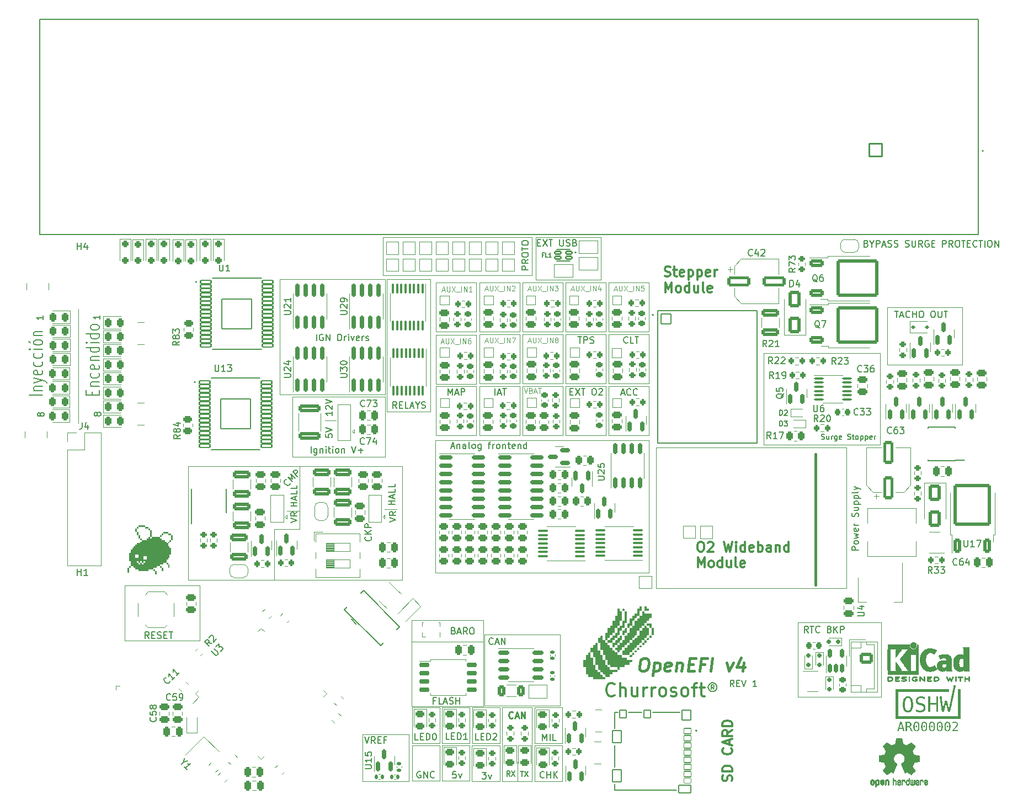
<source format=gbr>
%TF.GenerationSoftware,KiCad,Pcbnew,7.99.0-1.20231110gitd41f4ec.fc38*%
%TF.CreationDate,2023-11-11T23:50:43-03:00*%
%TF.ProjectId,OpenEFI_rev4,4f70656e-4546-4495-9f72-6576342e6b69,v4*%
%TF.SameCoordinates,Original*%
%TF.FileFunction,Legend,Top*%
%TF.FilePolarity,Positive*%
%FSLAX46Y46*%
G04 Gerber Fmt 4.6, Leading zero omitted, Abs format (unit mm)*
G04 Created by KiCad (PCBNEW 7.99.0-1.20231110gitd41f4ec.fc38) date 2023-11-11 23:50:43*
%MOMM*%
%LPD*%
G01*
G04 APERTURE LIST*
G04 Aperture macros list*
%AMRoundRect*
0 Rectangle with rounded corners*
0 $1 Rounding radius*
0 $2 $3 $4 $5 $6 $7 $8 $9 X,Y pos of 4 corners*
0 Add a 4 corners polygon primitive as box body*
4,1,4,$2,$3,$4,$5,$6,$7,$8,$9,$2,$3,0*
0 Add four circle primitives for the rounded corners*
1,1,$1+$1,$2,$3*
1,1,$1+$1,$4,$5*
1,1,$1+$1,$6,$7*
1,1,$1+$1,$8,$9*
0 Add four rect primitives between the rounded corners*
20,1,$1+$1,$2,$3,$4,$5,0*
20,1,$1+$1,$4,$5,$6,$7,0*
20,1,$1+$1,$6,$7,$8,$9,0*
20,1,$1+$1,$8,$9,$2,$3,0*%
%AMHorizOval*
0 Thick line with rounded ends*
0 $1 width*
0 $2 $3 position (X,Y) of the first rounded end (center of the circle)*
0 $4 $5 position (X,Y) of the second rounded end (center of the circle)*
0 Add line between two ends*
20,1,$1,$2,$3,$4,$5,0*
0 Add two circle primitives to create the rounded ends*
1,1,$1,$2,$3*
1,1,$1,$4,$5*%
%AMRotRect*
0 Rectangle, with rotation*
0 The origin of the aperture is its center*
0 $1 length*
0 $2 width*
0 $3 Rotation angle, in degrees counterclockwise*
0 Add horizontal line*
21,1,$1,$2,0,0,$3*%
%AMFreePoly0*
4,1,19,0.500000,-0.750000,0.000000,-0.750000,0.000000,-0.744911,-0.071157,-0.744911,-0.207708,-0.704816,-0.327430,-0.627875,-0.420627,-0.520320,-0.479746,-0.390866,-0.500000,-0.250000,-0.500000,0.250000,-0.479746,0.390866,-0.420627,0.520320,-0.327430,0.627875,-0.207708,0.704816,-0.071157,0.744911,0.000000,0.744911,0.000000,0.750000,0.500000,0.750000,0.500000,-0.750000,0.500000,-0.750000,
$1*%
%AMFreePoly1*
4,1,19,0.000000,0.744911,0.071157,0.744911,0.207708,0.704816,0.327430,0.627875,0.420627,0.520320,0.479746,0.390866,0.500000,0.250000,0.500000,-0.250000,0.479746,-0.390866,0.420627,-0.520320,0.327430,-0.627875,0.207708,-0.704816,0.071157,-0.744911,0.000000,-0.744911,0.000000,-0.750000,-0.500000,-0.750000,-0.500000,0.750000,0.000000,0.750000,0.000000,0.744911,0.000000,0.744911,
$1*%
%AMFreePoly2*
4,1,6,1.000000,0.000000,0.500000,-0.750000,-0.500000,-0.750000,-0.500000,0.750000,0.500000,0.750000,1.000000,0.000000,1.000000,0.000000,$1*%
G04 Aperture macros list end*
%ADD10C,0.120000*%
%ADD11C,0.400000*%
%ADD12C,0.150000*%
%ADD13C,0.100000*%
%ADD14C,0.250000*%
%ADD15C,0.300000*%
%ADD16C,0.010000*%
%ADD17C,0.000000*%
%ADD18C,0.127000*%
%ADD19C,0.200000*%
%ADD20RoundRect,0.225000X-0.250000X0.225000X-0.250000X-0.225000X0.250000X-0.225000X0.250000X0.225000X0*%
%ADD21RoundRect,0.250000X-1.500000X-0.550000X1.500000X-0.550000X1.500000X0.550000X-1.500000X0.550000X0*%
%ADD22RoundRect,0.243750X-0.243750X-0.456250X0.243750X-0.456250X0.243750X0.456250X-0.243750X0.456250X0*%
%ADD23RoundRect,0.250000X0.450000X-0.262500X0.450000X0.262500X-0.450000X0.262500X-0.450000X-0.262500X0*%
%ADD24RoundRect,0.150000X0.150000X-0.825000X0.150000X0.825000X-0.150000X0.825000X-0.150000X-0.825000X0*%
%ADD25RoundRect,0.250000X-0.450000X0.262500X-0.450000X-0.262500X0.450000X-0.262500X0.450000X0.262500X0*%
%ADD26RoundRect,0.200000X-0.200000X-0.275000X0.200000X-0.275000X0.200000X0.275000X-0.200000X0.275000X0*%
%ADD27R,0.600000X0.700000*%
%ADD28RoundRect,0.250000X-0.250000X0.250000X-0.250000X-0.250000X0.250000X-0.250000X0.250000X0.250000X0*%
%ADD29RoundRect,0.243750X0.243750X0.456250X-0.243750X0.456250X-0.243750X-0.456250X0.243750X-0.456250X0*%
%ADD30R,1.700000X1.700000*%
%ADD31O,1.700000X1.700000*%
%ADD32RoundRect,0.200000X0.275000X-0.200000X0.275000X0.200000X-0.275000X0.200000X-0.275000X-0.200000X0*%
%ADD33RoundRect,0.140000X-0.170000X0.140000X-0.170000X-0.140000X0.170000X-0.140000X0.170000X0.140000X0*%
%ADD34RoundRect,0.250000X0.650000X-1.000000X0.650000X1.000000X-0.650000X1.000000X-0.650000X-1.000000X0*%
%ADD35C,0.800000*%
%ADD36C,7.000000*%
%ADD37RoundRect,0.225000X0.225000X0.250000X-0.225000X0.250000X-0.225000X-0.250000X0.225000X-0.250000X0*%
%ADD38R,1.500000X1.500000*%
%ADD39RoundRect,0.150000X-0.150000X0.587500X-0.150000X-0.587500X0.150000X-0.587500X0.150000X0.587500X0*%
%ADD40R,0.700000X0.510000*%
%ADD41RoundRect,0.200000X0.200000X0.275000X-0.200000X0.275000X-0.200000X-0.275000X0.200000X-0.275000X0*%
%ADD42RoundRect,0.250000X1.075000X-0.312500X1.075000X0.312500X-1.075000X0.312500X-1.075000X-0.312500X0*%
%ADD43RoundRect,0.200000X-0.275000X0.200000X-0.275000X-0.200000X0.275000X-0.200000X0.275000X0.200000X0*%
%ADD44RoundRect,0.250000X0.262500X0.450000X-0.262500X0.450000X-0.262500X-0.450000X0.262500X-0.450000X0*%
%ADD45RoundRect,0.150000X0.150000X-0.587500X0.150000X0.587500X-0.150000X0.587500X-0.150000X-0.587500X0*%
%ADD46RoundRect,0.243750X-0.456250X0.243750X-0.456250X-0.243750X0.456250X-0.243750X0.456250X0.243750X0*%
%ADD47RoundRect,0.250000X0.512652X0.159099X0.159099X0.512652X-0.512652X-0.159099X-0.159099X-0.512652X0*%
%ADD48RoundRect,0.250000X0.475000X-0.250000X0.475000X0.250000X-0.475000X0.250000X-0.475000X-0.250000X0*%
%ADD49RoundRect,0.250000X-0.850000X-0.350000X0.850000X-0.350000X0.850000X0.350000X-0.850000X0.350000X0*%
%ADD50RoundRect,0.249997X-2.950003X-2.650003X2.950003X-2.650003X2.950003X2.650003X-2.950003X2.650003X0*%
%ADD51RoundRect,0.250000X-0.512652X-0.159099X-0.159099X-0.512652X0.512652X0.159099X0.159099X0.512652X0*%
%ADD52RoundRect,0.225000X-0.225000X-0.250000X0.225000X-0.250000X0.225000X0.250000X-0.225000X0.250000X0*%
%ADD53RoundRect,0.150000X0.200000X-0.150000X0.200000X0.150000X-0.200000X0.150000X-0.200000X-0.150000X0*%
%ADD54R,1.000000X1.000000*%
%ADD55C,2.100000*%
%ADD56R,0.500000X0.800000*%
%ADD57R,0.400000X0.800000*%
%ADD58R,0.410000X1.600000*%
%ADD59R,0.800000X0.500000*%
%ADD60R,0.800000X0.400000*%
%ADD61C,4.000000*%
%ADD62C,2.500000*%
%ADD63RoundRect,0.102000X0.975000X0.975000X-0.975000X0.975000X-0.975000X-0.975000X0.975000X-0.975000X0*%
%ADD64C,2.154000*%
%ADD65C,1.712000*%
%ADD66RotRect,1.100000X1.100000X315.000000*%
%ADD67C,1.100000*%
%ADD68HorizOval,1.100000X-0.459619X-0.459619X0.459619X0.459619X0*%
%ADD69RoundRect,0.250000X0.250000X0.475000X-0.250000X0.475000X-0.250000X-0.475000X0.250000X-0.475000X0*%
%ADD70RoundRect,0.250000X0.350000X-0.850000X0.350000X0.850000X-0.350000X0.850000X-0.350000X-0.850000X0*%
%ADD71RoundRect,0.249997X2.650003X-2.950003X2.650003X2.950003X-2.650003X2.950003X-2.650003X-2.950003X0*%
%ADD72R,2.440000X1.120000*%
%ADD73RoundRect,0.100000X-0.625000X-0.100000X0.625000X-0.100000X0.625000X0.100000X-0.625000X0.100000X0*%
%ADD74RoundRect,0.076200X0.550000X-0.425000X0.550000X0.425000X-0.550000X0.425000X-0.550000X-0.425000X0*%
%ADD75RoundRect,0.076200X0.550000X-0.375000X0.550000X0.375000X-0.550000X0.375000X-0.550000X-0.375000X0*%
%ADD76RoundRect,0.076200X0.500000X-0.600000X0.500000X0.600000X-0.500000X0.600000X-0.500000X-0.600000X0*%
%ADD77RoundRect,0.076200X0.675000X-0.775000X0.675000X0.775000X-0.675000X0.775000X-0.675000X-0.775000X0*%
%ADD78RoundRect,0.076200X0.900000X-0.585000X0.900000X0.585000X-0.900000X0.585000X-0.900000X-0.585000X0*%
%ADD79RoundRect,0.076200X0.675000X-0.950000X0.675000X0.950000X-0.675000X0.950000X-0.675000X-0.950000X0*%
%ADD80R,0.350000X0.500000*%
%ADD81RoundRect,0.250000X-0.475000X0.250000X-0.475000X-0.250000X0.475000X-0.250000X0.475000X0.250000X0*%
%ADD82RoundRect,0.150000X-0.150000X-0.200000X0.150000X-0.200000X0.150000X0.200000X-0.150000X0.200000X0*%
%ADD83R,1.500000X2.200000*%
%ADD84RoundRect,0.250000X-0.250000X-0.475000X0.250000X-0.475000X0.250000X0.475000X-0.250000X0.475000X0*%
%ADD85RoundRect,0.100000X0.637500X0.100000X-0.637500X0.100000X-0.637500X-0.100000X0.637500X-0.100000X0*%
%ADD86RoundRect,0.140000X0.140000X0.170000X-0.140000X0.170000X-0.140000X-0.170000X0.140000X-0.170000X0*%
%ADD87FreePoly0,0.000000*%
%ADD88FreePoly1,0.000000*%
%ADD89RoundRect,0.250000X-0.750000X0.600000X-0.750000X-0.600000X0.750000X-0.600000X0.750000X0.600000X0*%
%ADD90O,2.000000X1.700000*%
%ADD91RoundRect,0.250000X0.312500X0.625000X-0.312500X0.625000X-0.312500X-0.625000X0.312500X-0.625000X0*%
%ADD92RotRect,1.400000X1.200000X225.000000*%
%ADD93R,1.500000X2.000000*%
%ADD94R,3.800000X2.000000*%
%ADD95RoundRect,0.075000X-0.459619X-0.565685X0.565685X0.459619X0.459619X0.565685X-0.565685X-0.459619X0*%
%ADD96RoundRect,0.075000X0.459619X-0.565685X0.565685X-0.459619X-0.459619X0.565685X-0.565685X0.459619X0*%
%ADD97RoundRect,0.250000X-0.159099X0.512652X-0.512652X0.159099X0.159099X-0.512652X0.512652X-0.159099X0*%
%ADD98RoundRect,0.250000X-1.075000X0.312500X-1.075000X-0.312500X1.075000X-0.312500X1.075000X0.312500X0*%
%ADD99C,1.524000*%
%ADD100R,1.000000X1.500000*%
%ADD101RoundRect,0.250000X-1.450000X0.312500X-1.450000X-0.312500X1.450000X-0.312500X1.450000X0.312500X0*%
%ADD102RoundRect,0.150000X-0.200000X0.150000X-0.200000X-0.150000X0.200000X-0.150000X0.200000X0.150000X0*%
%ADD103RoundRect,0.150000X0.587500X0.150000X-0.587500X0.150000X-0.587500X-0.150000X0.587500X-0.150000X0*%
%ADD104RoundRect,0.102000X-0.800000X-0.240000X0.800000X-0.240000X0.800000X0.240000X-0.800000X0.240000X0*%
%ADD105RoundRect,0.102000X-2.300000X-2.300000X2.300000X-2.300000X2.300000X2.300000X-2.300000X2.300000X0*%
%ADD106RoundRect,0.150000X-0.850000X-0.150000X0.850000X-0.150000X0.850000X0.150000X-0.850000X0.150000X0*%
%ADD107R,1.500000X1.000000*%
%ADD108R,1.100000X0.600000*%
%ADD109RoundRect,0.225000X0.250000X-0.225000X0.250000X0.225000X-0.250000X0.225000X-0.250000X-0.225000X0*%
%ADD110RoundRect,0.100000X-0.100000X0.637500X-0.100000X-0.637500X0.100000X-0.637500X0.100000X0.637500X0*%
%ADD111RoundRect,0.112500X-0.187500X-0.112500X0.187500X-0.112500X0.187500X0.112500X-0.187500X0.112500X0*%
%ADD112RoundRect,0.140000X-0.140000X-0.170000X0.140000X-0.170000X0.140000X0.170000X-0.140000X0.170000X0*%
%ADD113RoundRect,0.250000X0.159099X-0.512652X0.512652X-0.159099X-0.159099X0.512652X-0.512652X0.159099X0*%
%ADD114RoundRect,0.150000X0.150000X-0.512500X0.150000X0.512500X-0.150000X0.512500X-0.150000X-0.512500X0*%
%ADD115RoundRect,0.250000X-0.650000X1.000000X-0.650000X-1.000000X0.650000X-1.000000X0.650000X1.000000X0*%
%ADD116RoundRect,0.102000X-0.765000X-0.765000X0.765000X-0.765000X0.765000X0.765000X-0.765000X0.765000X0*%
%ADD117C,1.734000*%
%ADD118RoundRect,0.150000X-0.675000X-0.150000X0.675000X-0.150000X0.675000X0.150000X-0.675000X0.150000X0*%
%ADD119RoundRect,0.250000X-0.262500X-0.450000X0.262500X-0.450000X0.262500X0.450000X-0.262500X0.450000X0*%
%ADD120RoundRect,0.250000X0.000000X0.353553X-0.353553X0.000000X0.000000X-0.353553X0.353553X0.000000X0*%
%ADD121RoundRect,0.150000X0.150000X-0.675000X0.150000X0.675000X-0.150000X0.675000X-0.150000X-0.675000X0*%
%ADD122RoundRect,0.102000X0.450000X0.200000X-0.450000X0.200000X-0.450000X-0.200000X0.450000X-0.200000X0*%
%ADD123FreePoly2,90.000000*%
%ADD124FreePoly2,270.000000*%
%ADD125RoundRect,0.200000X0.053033X-0.335876X0.335876X-0.053033X-0.053033X0.335876X-0.335876X0.053033X0*%
%ADD126R,1.700000X1.000000*%
%ADD127C,2.374900*%
%ADD128C,0.990600*%
%ADD129C,0.787400*%
%ADD130RoundRect,0.250000X0.550000X-1.500000X0.550000X1.500000X-0.550000X1.500000X-0.550000X-1.500000X0*%
%ADD131R,1.550000X0.600000*%
%ADD132R,2.600000X3.100000*%
%ADD133RoundRect,0.150000X-0.650000X-0.150000X0.650000X-0.150000X0.650000X0.150000X-0.650000X0.150000X0*%
%ADD134RoundRect,0.150000X-0.825000X-0.150000X0.825000X-0.150000X0.825000X0.150000X-0.825000X0.150000X0*%
%ADD135RoundRect,0.150000X-0.468458X0.256326X0.256326X-0.468458X0.468458X-0.256326X-0.256326X0.468458X0*%
%ADD136FreePoly0,90.000000*%
%ADD137FreePoly1,90.000000*%
G04 APERTURE END LIST*
D10*
X98263350Y73105100D02*
X104453350Y73105100D01*
X104453350Y65571600D01*
X98263350Y65571600D01*
X98263350Y73105100D01*
X78988050Y37262800D02*
X78988050Y33935400D01*
X23971650Y42596800D02*
X35503250Y42596800D01*
X35503250Y34062400D01*
X23971650Y34062400D01*
X23971650Y42596800D01*
X78451350Y81073150D02*
X84641350Y81073150D01*
X84641350Y73539650D01*
X78451350Y73539650D01*
X78451350Y81073150D01*
X86878250Y17982100D02*
X91129582Y17982100D01*
X91129582Y12524575D01*
X86878250Y12524575D01*
X86878250Y17982100D01*
X47796850Y89586800D02*
X63927750Y89586800D01*
X63927750Y71823400D01*
X47796850Y71823400D01*
X47796850Y89586800D01*
X85055350Y81073150D02*
X91245350Y81073150D01*
X91245350Y73539650D01*
X85055350Y73539650D01*
X85055350Y81073150D01*
X72675248Y23807100D02*
X76926580Y23807100D01*
X76926580Y18349575D01*
X72675248Y18349575D01*
X72675248Y23807100D01*
X50844850Y51182000D02*
X46933250Y51182000D01*
X46933250Y51182000D02*
X46933250Y43460400D01*
X71767350Y89030900D02*
X77957350Y89030900D01*
X77957350Y81497400D01*
X71767350Y81497400D01*
X71767350Y89030900D01*
X49754550Y71518600D02*
X63927750Y71518600D01*
X63927750Y62323800D01*
X49754550Y62323800D01*
X49754550Y71518600D01*
X71720350Y73130500D02*
X77910350Y73130500D01*
X77910350Y65597000D01*
X71720350Y65597000D01*
X71720350Y73130500D01*
X78447550Y73115400D02*
X84637550Y73115400D01*
X84637550Y65581900D01*
X78447550Y65581900D01*
X78447550Y73115400D01*
X141014850Y85218000D02*
X152546450Y85218000D01*
X152546450Y76429600D01*
X141014850Y76429600D01*
X141014850Y85218000D01*
D11*
X129991250Y62739000D02*
X129991250Y42673000D01*
D10*
X91659350Y73122950D02*
X97849350Y73122950D01*
X97849350Y65589450D01*
X91659350Y65589450D01*
X91659350Y73122950D01*
X122030950Y78173800D02*
X139874950Y78173800D01*
X139874950Y64173800D01*
X122030950Y64173800D01*
X122030950Y78173800D01*
X64205250Y89586800D02*
X70910850Y89586800D01*
X70910850Y69266800D01*
X64205250Y69266800D01*
X64205250Y89586800D01*
X87039850Y95987600D02*
X97047450Y95987600D01*
X97047450Y89485200D01*
X87039850Y89485200D01*
X87039850Y95987600D01*
X33699850Y60884800D02*
X66542050Y60884800D01*
X66542050Y43435000D01*
X33699850Y43435000D01*
X33699850Y60884800D01*
X71687350Y64860400D02*
X104438850Y64860400D01*
X104438850Y44527200D01*
X71687350Y44527200D01*
X71687350Y64860400D01*
X72663250Y18002100D02*
X76914582Y18002100D01*
X76914582Y12544575D01*
X72663250Y12544575D01*
X72663250Y18002100D01*
X68015250Y33935400D02*
X68015250Y37262800D01*
X98263350Y81073150D02*
X104453350Y81073150D01*
X104453350Y73539650D01*
X98263350Y73539650D01*
X98263350Y81073150D01*
X85055350Y73122950D02*
X91245350Y73122950D01*
X91245350Y65589450D01*
X85055350Y65589450D01*
X85055350Y73122950D01*
X77282568Y17992392D02*
X81533900Y17992392D01*
X81533900Y12534867D01*
X77282568Y12534867D01*
X77282568Y17992392D01*
X86876918Y23834599D02*
X91128250Y23834599D01*
X91128250Y18377074D01*
X86876918Y18377074D01*
X86876918Y23834599D01*
X68063250Y23818362D02*
X72314582Y23818362D01*
X72314582Y18360837D01*
X68063250Y18360837D01*
X68063250Y23818362D01*
X91659350Y81073150D02*
X97849350Y81073150D01*
X97849350Y73539650D01*
X91659350Y73539650D01*
X91659350Y81073150D01*
X68081918Y18009600D02*
X72333250Y18009600D01*
X72333250Y12552075D01*
X68081918Y12552075D01*
X68081918Y18009600D01*
X68015250Y33935400D02*
X78988050Y33935400D01*
X78988050Y24029400D01*
X68015250Y24029400D01*
X68015250Y33935400D01*
X63570250Y96013000D02*
X86430250Y96013000D01*
X86430250Y90171000D01*
X63570250Y90171000D01*
X63570250Y96013000D01*
X84258377Y15481253D02*
X84258848Y12530029D01*
X85055350Y89030900D02*
X91245350Y89030900D01*
X91245350Y81497400D01*
X85055350Y81497400D01*
X85055350Y89030900D01*
X48838250Y54026800D02*
X50717850Y54026800D01*
X50844850Y60834000D02*
X50844850Y51182000D01*
X127248050Y36907200D02*
X140049650Y36907200D01*
X140049650Y25426400D01*
X127248050Y25426400D01*
X127248050Y36907200D01*
X68015250Y37262800D02*
X78988050Y37262800D01*
X91659350Y89015800D02*
X97849350Y89015800D01*
X97849350Y81482300D01*
X91659350Y81482300D01*
X91659350Y89015800D01*
X63849650Y54280800D02*
X65729250Y54280800D01*
X77289582Y23809600D02*
X81540914Y23809600D01*
X81540914Y18352075D01*
X77289582Y18352075D01*
X77289582Y23809600D01*
X54702050Y67851000D02*
X56378450Y67851000D01*
X16912350Y84966400D02*
X16912350Y67440400D01*
X60459834Y19719592D02*
X67622634Y19719592D01*
X67622634Y12505992D01*
X60459834Y12505992D01*
X60459834Y19719592D01*
X71767350Y81029900D02*
X77957350Y81029900D01*
X77957350Y73496400D01*
X71767350Y73496400D01*
X71767350Y81029900D01*
X79216650Y35027600D02*
X90824450Y35027600D01*
X90824450Y24105600D01*
X79216650Y24105600D01*
X79216650Y35027600D01*
X81934975Y23819137D02*
X86499126Y23819137D01*
X86499126Y12524156D01*
X81934975Y12524156D01*
X81934975Y23819137D01*
X98263350Y89015800D02*
X104453350Y89015800D01*
X104453350Y81482300D01*
X98263350Y81482300D01*
X98263350Y89015800D01*
X78451350Y89030900D02*
X84641350Y89030900D01*
X84641350Y81497400D01*
X78451350Y81497400D01*
X78451350Y89030900D01*
D12*
X137773362Y95020791D02*
X137916219Y94973172D01*
X137916219Y94973172D02*
X137963838Y94925553D01*
X137963838Y94925553D02*
X138011457Y94830315D01*
X138011457Y94830315D02*
X138011457Y94687458D01*
X138011457Y94687458D02*
X137963838Y94592220D01*
X137963838Y94592220D02*
X137916219Y94544600D01*
X137916219Y94544600D02*
X137820981Y94496981D01*
X137820981Y94496981D02*
X137440029Y94496981D01*
X137440029Y94496981D02*
X137440029Y95496981D01*
X137440029Y95496981D02*
X137773362Y95496981D01*
X137773362Y95496981D02*
X137868600Y95449362D01*
X137868600Y95449362D02*
X137916219Y95401743D01*
X137916219Y95401743D02*
X137963838Y95306505D01*
X137963838Y95306505D02*
X137963838Y95211267D01*
X137963838Y95211267D02*
X137916219Y95116029D01*
X137916219Y95116029D02*
X137868600Y95068410D01*
X137868600Y95068410D02*
X137773362Y95020791D01*
X137773362Y95020791D02*
X137440029Y95020791D01*
X138630505Y94973172D02*
X138630505Y94496981D01*
X138297172Y95496981D02*
X138630505Y94973172D01*
X138630505Y94973172D02*
X138963838Y95496981D01*
X139297172Y94496981D02*
X139297172Y95496981D01*
X139297172Y95496981D02*
X139678124Y95496981D01*
X139678124Y95496981D02*
X139773362Y95449362D01*
X139773362Y95449362D02*
X139820981Y95401743D01*
X139820981Y95401743D02*
X139868600Y95306505D01*
X139868600Y95306505D02*
X139868600Y95163648D01*
X139868600Y95163648D02*
X139820981Y95068410D01*
X139820981Y95068410D02*
X139773362Y95020791D01*
X139773362Y95020791D02*
X139678124Y94973172D01*
X139678124Y94973172D02*
X139297172Y94973172D01*
X140249553Y94782696D02*
X140725743Y94782696D01*
X140154315Y94496981D02*
X140487648Y95496981D01*
X140487648Y95496981D02*
X140820981Y94496981D01*
X141106696Y94544600D02*
X141249553Y94496981D01*
X141249553Y94496981D02*
X141487648Y94496981D01*
X141487648Y94496981D02*
X141582886Y94544600D01*
X141582886Y94544600D02*
X141630505Y94592220D01*
X141630505Y94592220D02*
X141678124Y94687458D01*
X141678124Y94687458D02*
X141678124Y94782696D01*
X141678124Y94782696D02*
X141630505Y94877934D01*
X141630505Y94877934D02*
X141582886Y94925553D01*
X141582886Y94925553D02*
X141487648Y94973172D01*
X141487648Y94973172D02*
X141297172Y95020791D01*
X141297172Y95020791D02*
X141201934Y95068410D01*
X141201934Y95068410D02*
X141154315Y95116029D01*
X141154315Y95116029D02*
X141106696Y95211267D01*
X141106696Y95211267D02*
X141106696Y95306505D01*
X141106696Y95306505D02*
X141154315Y95401743D01*
X141154315Y95401743D02*
X141201934Y95449362D01*
X141201934Y95449362D02*
X141297172Y95496981D01*
X141297172Y95496981D02*
X141535267Y95496981D01*
X141535267Y95496981D02*
X141678124Y95449362D01*
X142059077Y94544600D02*
X142201934Y94496981D01*
X142201934Y94496981D02*
X142440029Y94496981D01*
X142440029Y94496981D02*
X142535267Y94544600D01*
X142535267Y94544600D02*
X142582886Y94592220D01*
X142582886Y94592220D02*
X142630505Y94687458D01*
X142630505Y94687458D02*
X142630505Y94782696D01*
X142630505Y94782696D02*
X142582886Y94877934D01*
X142582886Y94877934D02*
X142535267Y94925553D01*
X142535267Y94925553D02*
X142440029Y94973172D01*
X142440029Y94973172D02*
X142249553Y95020791D01*
X142249553Y95020791D02*
X142154315Y95068410D01*
X142154315Y95068410D02*
X142106696Y95116029D01*
X142106696Y95116029D02*
X142059077Y95211267D01*
X142059077Y95211267D02*
X142059077Y95306505D01*
X142059077Y95306505D02*
X142106696Y95401743D01*
X142106696Y95401743D02*
X142154315Y95449362D01*
X142154315Y95449362D02*
X142249553Y95496981D01*
X142249553Y95496981D02*
X142487648Y95496981D01*
X142487648Y95496981D02*
X142630505Y95449362D01*
X143773363Y94544600D02*
X143916220Y94496981D01*
X143916220Y94496981D02*
X144154315Y94496981D01*
X144154315Y94496981D02*
X144249553Y94544600D01*
X144249553Y94544600D02*
X144297172Y94592220D01*
X144297172Y94592220D02*
X144344791Y94687458D01*
X144344791Y94687458D02*
X144344791Y94782696D01*
X144344791Y94782696D02*
X144297172Y94877934D01*
X144297172Y94877934D02*
X144249553Y94925553D01*
X144249553Y94925553D02*
X144154315Y94973172D01*
X144154315Y94973172D02*
X143963839Y95020791D01*
X143963839Y95020791D02*
X143868601Y95068410D01*
X143868601Y95068410D02*
X143820982Y95116029D01*
X143820982Y95116029D02*
X143773363Y95211267D01*
X143773363Y95211267D02*
X143773363Y95306505D01*
X143773363Y95306505D02*
X143820982Y95401743D01*
X143820982Y95401743D02*
X143868601Y95449362D01*
X143868601Y95449362D02*
X143963839Y95496981D01*
X143963839Y95496981D02*
X144201934Y95496981D01*
X144201934Y95496981D02*
X144344791Y95449362D01*
X144773363Y95496981D02*
X144773363Y94687458D01*
X144773363Y94687458D02*
X144820982Y94592220D01*
X144820982Y94592220D02*
X144868601Y94544600D01*
X144868601Y94544600D02*
X144963839Y94496981D01*
X144963839Y94496981D02*
X145154315Y94496981D01*
X145154315Y94496981D02*
X145249553Y94544600D01*
X145249553Y94544600D02*
X145297172Y94592220D01*
X145297172Y94592220D02*
X145344791Y94687458D01*
X145344791Y94687458D02*
X145344791Y95496981D01*
X146392410Y94496981D02*
X146059077Y94973172D01*
X145820982Y94496981D02*
X145820982Y95496981D01*
X145820982Y95496981D02*
X146201934Y95496981D01*
X146201934Y95496981D02*
X146297172Y95449362D01*
X146297172Y95449362D02*
X146344791Y95401743D01*
X146344791Y95401743D02*
X146392410Y95306505D01*
X146392410Y95306505D02*
X146392410Y95163648D01*
X146392410Y95163648D02*
X146344791Y95068410D01*
X146344791Y95068410D02*
X146297172Y95020791D01*
X146297172Y95020791D02*
X146201934Y94973172D01*
X146201934Y94973172D02*
X145820982Y94973172D01*
X147344791Y95449362D02*
X147249553Y95496981D01*
X147249553Y95496981D02*
X147106696Y95496981D01*
X147106696Y95496981D02*
X146963839Y95449362D01*
X146963839Y95449362D02*
X146868601Y95354124D01*
X146868601Y95354124D02*
X146820982Y95258886D01*
X146820982Y95258886D02*
X146773363Y95068410D01*
X146773363Y95068410D02*
X146773363Y94925553D01*
X146773363Y94925553D02*
X146820982Y94735077D01*
X146820982Y94735077D02*
X146868601Y94639839D01*
X146868601Y94639839D02*
X146963839Y94544600D01*
X146963839Y94544600D02*
X147106696Y94496981D01*
X147106696Y94496981D02*
X147201934Y94496981D01*
X147201934Y94496981D02*
X147344791Y94544600D01*
X147344791Y94544600D02*
X147392410Y94592220D01*
X147392410Y94592220D02*
X147392410Y94925553D01*
X147392410Y94925553D02*
X147201934Y94925553D01*
X147820982Y95020791D02*
X148154315Y95020791D01*
X148297172Y94496981D02*
X147820982Y94496981D01*
X147820982Y94496981D02*
X147820982Y95496981D01*
X147820982Y95496981D02*
X148297172Y95496981D01*
X149487649Y94496981D02*
X149487649Y95496981D01*
X149487649Y95496981D02*
X149868601Y95496981D01*
X149868601Y95496981D02*
X149963839Y95449362D01*
X149963839Y95449362D02*
X150011458Y95401743D01*
X150011458Y95401743D02*
X150059077Y95306505D01*
X150059077Y95306505D02*
X150059077Y95163648D01*
X150059077Y95163648D02*
X150011458Y95068410D01*
X150011458Y95068410D02*
X149963839Y95020791D01*
X149963839Y95020791D02*
X149868601Y94973172D01*
X149868601Y94973172D02*
X149487649Y94973172D01*
X151059077Y94496981D02*
X150725744Y94973172D01*
X150487649Y94496981D02*
X150487649Y95496981D01*
X150487649Y95496981D02*
X150868601Y95496981D01*
X150868601Y95496981D02*
X150963839Y95449362D01*
X150963839Y95449362D02*
X151011458Y95401743D01*
X151011458Y95401743D02*
X151059077Y95306505D01*
X151059077Y95306505D02*
X151059077Y95163648D01*
X151059077Y95163648D02*
X151011458Y95068410D01*
X151011458Y95068410D02*
X150963839Y95020791D01*
X150963839Y95020791D02*
X150868601Y94973172D01*
X150868601Y94973172D02*
X150487649Y94973172D01*
X151678125Y95496981D02*
X151868601Y95496981D01*
X151868601Y95496981D02*
X151963839Y95449362D01*
X151963839Y95449362D02*
X152059077Y95354124D01*
X152059077Y95354124D02*
X152106696Y95163648D01*
X152106696Y95163648D02*
X152106696Y94830315D01*
X152106696Y94830315D02*
X152059077Y94639839D01*
X152059077Y94639839D02*
X151963839Y94544600D01*
X151963839Y94544600D02*
X151868601Y94496981D01*
X151868601Y94496981D02*
X151678125Y94496981D01*
X151678125Y94496981D02*
X151582887Y94544600D01*
X151582887Y94544600D02*
X151487649Y94639839D01*
X151487649Y94639839D02*
X151440030Y94830315D01*
X151440030Y94830315D02*
X151440030Y95163648D01*
X151440030Y95163648D02*
X151487649Y95354124D01*
X151487649Y95354124D02*
X151582887Y95449362D01*
X151582887Y95449362D02*
X151678125Y95496981D01*
X152392411Y95496981D02*
X152963839Y95496981D01*
X152678125Y94496981D02*
X152678125Y95496981D01*
X153297173Y95020791D02*
X153630506Y95020791D01*
X153773363Y94496981D02*
X153297173Y94496981D01*
X153297173Y94496981D02*
X153297173Y95496981D01*
X153297173Y95496981D02*
X153773363Y95496981D01*
X154773363Y94592220D02*
X154725744Y94544600D01*
X154725744Y94544600D02*
X154582887Y94496981D01*
X154582887Y94496981D02*
X154487649Y94496981D01*
X154487649Y94496981D02*
X154344792Y94544600D01*
X154344792Y94544600D02*
X154249554Y94639839D01*
X154249554Y94639839D02*
X154201935Y94735077D01*
X154201935Y94735077D02*
X154154316Y94925553D01*
X154154316Y94925553D02*
X154154316Y95068410D01*
X154154316Y95068410D02*
X154201935Y95258886D01*
X154201935Y95258886D02*
X154249554Y95354124D01*
X154249554Y95354124D02*
X154344792Y95449362D01*
X154344792Y95449362D02*
X154487649Y95496981D01*
X154487649Y95496981D02*
X154582887Y95496981D01*
X154582887Y95496981D02*
X154725744Y95449362D01*
X154725744Y95449362D02*
X154773363Y95401743D01*
X155059078Y95496981D02*
X155630506Y95496981D01*
X155344792Y94496981D02*
X155344792Y95496981D01*
X155963840Y94496981D02*
X155963840Y95496981D01*
X156630506Y95496981D02*
X156820982Y95496981D01*
X156820982Y95496981D02*
X156916220Y95449362D01*
X156916220Y95449362D02*
X157011458Y95354124D01*
X157011458Y95354124D02*
X157059077Y95163648D01*
X157059077Y95163648D02*
X157059077Y94830315D01*
X157059077Y94830315D02*
X157011458Y94639839D01*
X157011458Y94639839D02*
X156916220Y94544600D01*
X156916220Y94544600D02*
X156820982Y94496981D01*
X156820982Y94496981D02*
X156630506Y94496981D01*
X156630506Y94496981D02*
X156535268Y94544600D01*
X156535268Y94544600D02*
X156440030Y94639839D01*
X156440030Y94639839D02*
X156392411Y94830315D01*
X156392411Y94830315D02*
X156392411Y95163648D01*
X156392411Y95163648D02*
X156440030Y95354124D01*
X156440030Y95354124D02*
X156535268Y95449362D01*
X156535268Y95449362D02*
X156630506Y95496981D01*
X157487649Y94496981D02*
X157487649Y95496981D01*
X157487649Y95496981D02*
X158059077Y94496981D01*
X158059077Y94496981D02*
X158059077Y95496981D01*
D13*
X85257464Y72839305D02*
X85524131Y72039305D01*
X85524131Y72039305D02*
X85790797Y72839305D01*
X86324130Y72458353D02*
X86438416Y72420258D01*
X86438416Y72420258D02*
X86476511Y72382162D01*
X86476511Y72382162D02*
X86514607Y72305972D01*
X86514607Y72305972D02*
X86514607Y72191686D01*
X86514607Y72191686D02*
X86476511Y72115496D01*
X86476511Y72115496D02*
X86438416Y72077400D01*
X86438416Y72077400D02*
X86362226Y72039305D01*
X86362226Y72039305D02*
X86057464Y72039305D01*
X86057464Y72039305D02*
X86057464Y72839305D01*
X86057464Y72839305D02*
X86324130Y72839305D01*
X86324130Y72839305D02*
X86400321Y72801210D01*
X86400321Y72801210D02*
X86438416Y72763115D01*
X86438416Y72763115D02*
X86476511Y72686924D01*
X86476511Y72686924D02*
X86476511Y72610734D01*
X86476511Y72610734D02*
X86438416Y72534543D01*
X86438416Y72534543D02*
X86400321Y72496448D01*
X86400321Y72496448D02*
X86324130Y72458353D01*
X86324130Y72458353D02*
X86057464Y72458353D01*
X86819368Y72267877D02*
X87200321Y72267877D01*
X86743178Y72039305D02*
X87009845Y72839305D01*
X87009845Y72839305D02*
X87276511Y72039305D01*
X87428892Y72839305D02*
X87886035Y72839305D01*
X87657463Y72039305D02*
X87657463Y72839305D01*
D14*
X83536724Y22275195D02*
X83489105Y22227575D01*
X83489105Y22227575D02*
X83346248Y22179956D01*
X83346248Y22179956D02*
X83251010Y22179956D01*
X83251010Y22179956D02*
X83108153Y22227575D01*
X83108153Y22227575D02*
X83012915Y22322814D01*
X83012915Y22322814D02*
X82965296Y22418052D01*
X82965296Y22418052D02*
X82917677Y22608528D01*
X82917677Y22608528D02*
X82917677Y22751385D01*
X82917677Y22751385D02*
X82965296Y22941861D01*
X82965296Y22941861D02*
X83012915Y23037099D01*
X83012915Y23037099D02*
X83108153Y23132337D01*
X83108153Y23132337D02*
X83251010Y23179956D01*
X83251010Y23179956D02*
X83346248Y23179956D01*
X83346248Y23179956D02*
X83489105Y23132337D01*
X83489105Y23132337D02*
X83536724Y23084718D01*
X83917677Y22465671D02*
X84393867Y22465671D01*
X83822439Y22179956D02*
X84155772Y23179956D01*
X84155772Y23179956D02*
X84489105Y22179956D01*
X84822439Y22179956D02*
X84822439Y23179956D01*
X84822439Y23179956D02*
X85393867Y22179956D01*
X85393867Y22179956D02*
X85393867Y23179956D01*
D12*
X78823964Y13874781D02*
X79443011Y13874781D01*
X79443011Y13874781D02*
X79109678Y13493829D01*
X79109678Y13493829D02*
X79252535Y13493829D01*
X79252535Y13493829D02*
X79347773Y13446210D01*
X79347773Y13446210D02*
X79395392Y13398591D01*
X79395392Y13398591D02*
X79443011Y13303353D01*
X79443011Y13303353D02*
X79443011Y13065258D01*
X79443011Y13065258D02*
X79395392Y12970020D01*
X79395392Y12970020D02*
X79347773Y12922400D01*
X79347773Y12922400D02*
X79252535Y12874781D01*
X79252535Y12874781D02*
X78966821Y12874781D01*
X78966821Y12874781D02*
X78871583Y12922400D01*
X78871583Y12922400D02*
X78823964Y12970020D01*
X79776345Y13541448D02*
X80014440Y12874781D01*
X80014440Y12874781D02*
X80252535Y13541448D01*
D13*
X72703635Y87863477D02*
X73084588Y87863477D01*
X72627445Y87634905D02*
X72894112Y88434905D01*
X72894112Y88434905D02*
X73160778Y87634905D01*
X73427445Y88434905D02*
X73427445Y87787286D01*
X73427445Y87787286D02*
X73465540Y87711096D01*
X73465540Y87711096D02*
X73503635Y87673000D01*
X73503635Y87673000D02*
X73579826Y87634905D01*
X73579826Y87634905D02*
X73732207Y87634905D01*
X73732207Y87634905D02*
X73808397Y87673000D01*
X73808397Y87673000D02*
X73846492Y87711096D01*
X73846492Y87711096D02*
X73884588Y87787286D01*
X73884588Y87787286D02*
X73884588Y88434905D01*
X74189349Y88434905D02*
X74722683Y87634905D01*
X74722683Y88434905D02*
X74189349Y87634905D01*
X74836969Y87558715D02*
X75446492Y87558715D01*
X75636969Y87634905D02*
X75636969Y88434905D01*
X76017921Y87634905D02*
X76017921Y88434905D01*
X76017921Y88434905D02*
X76475064Y87634905D01*
X76475064Y87634905D02*
X76475064Y88434905D01*
X77275063Y87634905D02*
X76817920Y87634905D01*
X77046492Y87634905D02*
X77046492Y88434905D01*
X77046492Y88434905D02*
X76970301Y88320620D01*
X76970301Y88320620D02*
X76894111Y88244429D01*
X76894111Y88244429D02*
X76817920Y88206334D01*
D12*
X136566669Y47962780D02*
X135566669Y47962780D01*
X135566669Y47962780D02*
X135566669Y48343732D01*
X135566669Y48343732D02*
X135614288Y48438970D01*
X135614288Y48438970D02*
X135661907Y48486589D01*
X135661907Y48486589D02*
X135757145Y48534208D01*
X135757145Y48534208D02*
X135900002Y48534208D01*
X135900002Y48534208D02*
X135995240Y48486589D01*
X135995240Y48486589D02*
X136042859Y48438970D01*
X136042859Y48438970D02*
X136090478Y48343732D01*
X136090478Y48343732D02*
X136090478Y47962780D01*
X136566669Y49105637D02*
X136519050Y49010399D01*
X136519050Y49010399D02*
X136471430Y48962780D01*
X136471430Y48962780D02*
X136376192Y48915161D01*
X136376192Y48915161D02*
X136090478Y48915161D01*
X136090478Y48915161D02*
X135995240Y48962780D01*
X135995240Y48962780D02*
X135947621Y49010399D01*
X135947621Y49010399D02*
X135900002Y49105637D01*
X135900002Y49105637D02*
X135900002Y49248494D01*
X135900002Y49248494D02*
X135947621Y49343732D01*
X135947621Y49343732D02*
X135995240Y49391351D01*
X135995240Y49391351D02*
X136090478Y49438970D01*
X136090478Y49438970D02*
X136376192Y49438970D01*
X136376192Y49438970D02*
X136471430Y49391351D01*
X136471430Y49391351D02*
X136519050Y49343732D01*
X136519050Y49343732D02*
X136566669Y49248494D01*
X136566669Y49248494D02*
X136566669Y49105637D01*
X135900002Y49772304D02*
X136566669Y49962780D01*
X136566669Y49962780D02*
X136090478Y50153256D01*
X136090478Y50153256D02*
X136566669Y50343732D01*
X136566669Y50343732D02*
X135900002Y50534208D01*
X136519050Y51296113D02*
X136566669Y51200875D01*
X136566669Y51200875D02*
X136566669Y51010399D01*
X136566669Y51010399D02*
X136519050Y50915161D01*
X136519050Y50915161D02*
X136423811Y50867542D01*
X136423811Y50867542D02*
X136042859Y50867542D01*
X136042859Y50867542D02*
X135947621Y50915161D01*
X135947621Y50915161D02*
X135900002Y51010399D01*
X135900002Y51010399D02*
X135900002Y51200875D01*
X135900002Y51200875D02*
X135947621Y51296113D01*
X135947621Y51296113D02*
X136042859Y51343732D01*
X136042859Y51343732D02*
X136138097Y51343732D01*
X136138097Y51343732D02*
X136233335Y50867542D01*
X136566669Y51772304D02*
X135900002Y51772304D01*
X136090478Y51772304D02*
X135995240Y51819923D01*
X135995240Y51819923D02*
X135947621Y51867542D01*
X135947621Y51867542D02*
X135900002Y51962780D01*
X135900002Y51962780D02*
X135900002Y52058018D01*
X136519050Y53105638D02*
X136566669Y53248495D01*
X136566669Y53248495D02*
X136566669Y53486590D01*
X136566669Y53486590D02*
X136519050Y53581828D01*
X136519050Y53581828D02*
X136471430Y53629447D01*
X136471430Y53629447D02*
X136376192Y53677066D01*
X136376192Y53677066D02*
X136280954Y53677066D01*
X136280954Y53677066D02*
X136185716Y53629447D01*
X136185716Y53629447D02*
X136138097Y53581828D01*
X136138097Y53581828D02*
X136090478Y53486590D01*
X136090478Y53486590D02*
X136042859Y53296114D01*
X136042859Y53296114D02*
X135995240Y53200876D01*
X135995240Y53200876D02*
X135947621Y53153257D01*
X135947621Y53153257D02*
X135852383Y53105638D01*
X135852383Y53105638D02*
X135757145Y53105638D01*
X135757145Y53105638D02*
X135661907Y53153257D01*
X135661907Y53153257D02*
X135614288Y53200876D01*
X135614288Y53200876D02*
X135566669Y53296114D01*
X135566669Y53296114D02*
X135566669Y53534209D01*
X135566669Y53534209D02*
X135614288Y53677066D01*
X135900002Y54534209D02*
X136566669Y54534209D01*
X135900002Y54105638D02*
X136423811Y54105638D01*
X136423811Y54105638D02*
X136519050Y54153257D01*
X136519050Y54153257D02*
X136566669Y54248495D01*
X136566669Y54248495D02*
X136566669Y54391352D01*
X136566669Y54391352D02*
X136519050Y54486590D01*
X136519050Y54486590D02*
X136471430Y54534209D01*
X135900002Y55010400D02*
X136900002Y55010400D01*
X135947621Y55010400D02*
X135900002Y55105638D01*
X135900002Y55105638D02*
X135900002Y55296114D01*
X135900002Y55296114D02*
X135947621Y55391352D01*
X135947621Y55391352D02*
X135995240Y55438971D01*
X135995240Y55438971D02*
X136090478Y55486590D01*
X136090478Y55486590D02*
X136376192Y55486590D01*
X136376192Y55486590D02*
X136471430Y55438971D01*
X136471430Y55438971D02*
X136519050Y55391352D01*
X136519050Y55391352D02*
X136566669Y55296114D01*
X136566669Y55296114D02*
X136566669Y55105638D01*
X136566669Y55105638D02*
X136519050Y55010400D01*
X135900002Y55915162D02*
X136900002Y55915162D01*
X135947621Y55915162D02*
X135900002Y56010400D01*
X135900002Y56010400D02*
X135900002Y56200876D01*
X135900002Y56200876D02*
X135947621Y56296114D01*
X135947621Y56296114D02*
X135995240Y56343733D01*
X135995240Y56343733D02*
X136090478Y56391352D01*
X136090478Y56391352D02*
X136376192Y56391352D01*
X136376192Y56391352D02*
X136471430Y56343733D01*
X136471430Y56343733D02*
X136519050Y56296114D01*
X136519050Y56296114D02*
X136566669Y56200876D01*
X136566669Y56200876D02*
X136566669Y56010400D01*
X136566669Y56010400D02*
X136519050Y55915162D01*
X136566669Y56962781D02*
X136519050Y56867543D01*
X136519050Y56867543D02*
X136423811Y56819924D01*
X136423811Y56819924D02*
X135566669Y56819924D01*
X135900002Y57248496D02*
X136566669Y57486591D01*
X135900002Y57724686D02*
X136566669Y57486591D01*
X136566669Y57486591D02*
X136804764Y57391353D01*
X136804764Y57391353D02*
X136852383Y57343734D01*
X136852383Y57343734D02*
X136900002Y57248496D01*
D13*
X79307635Y87990477D02*
X79688588Y87990477D01*
X79231445Y87761905D02*
X79498112Y88561905D01*
X79498112Y88561905D02*
X79764778Y87761905D01*
X80031445Y88561905D02*
X80031445Y87914286D01*
X80031445Y87914286D02*
X80069540Y87838096D01*
X80069540Y87838096D02*
X80107635Y87800000D01*
X80107635Y87800000D02*
X80183826Y87761905D01*
X80183826Y87761905D02*
X80336207Y87761905D01*
X80336207Y87761905D02*
X80412397Y87800000D01*
X80412397Y87800000D02*
X80450492Y87838096D01*
X80450492Y87838096D02*
X80488588Y87914286D01*
X80488588Y87914286D02*
X80488588Y88561905D01*
X80793349Y88561905D02*
X81326683Y87761905D01*
X81326683Y88561905D02*
X80793349Y87761905D01*
X81440969Y87685715D02*
X82050492Y87685715D01*
X82240969Y87761905D02*
X82240969Y88561905D01*
X82621921Y87761905D02*
X82621921Y88561905D01*
X82621921Y88561905D02*
X83079064Y87761905D01*
X83079064Y87761905D02*
X83079064Y88561905D01*
X83421920Y88485715D02*
X83460016Y88523810D01*
X83460016Y88523810D02*
X83536206Y88561905D01*
X83536206Y88561905D02*
X83726682Y88561905D01*
X83726682Y88561905D02*
X83802873Y88523810D01*
X83802873Y88523810D02*
X83840968Y88485715D01*
X83840968Y88485715D02*
X83879063Y88409524D01*
X83879063Y88409524D02*
X83879063Y88333334D01*
X83879063Y88333334D02*
X83840968Y88219048D01*
X83840968Y88219048D02*
X83383825Y87761905D01*
X83383825Y87761905D02*
X83879063Y87761905D01*
D12*
X49346454Y58231996D02*
X49346454Y58164652D01*
X49346454Y58164652D02*
X49279111Y58029965D01*
X49279111Y58029965D02*
X49211767Y57962622D01*
X49211767Y57962622D02*
X49077080Y57895278D01*
X49077080Y57895278D02*
X48942393Y57895278D01*
X48942393Y57895278D02*
X48841378Y57928950D01*
X48841378Y57928950D02*
X48673019Y58029965D01*
X48673019Y58029965D02*
X48572004Y58130980D01*
X48572004Y58130980D02*
X48470989Y58299339D01*
X48470989Y58299339D02*
X48437317Y58400354D01*
X48437317Y58400354D02*
X48437317Y58535042D01*
X48437317Y58535042D02*
X48504660Y58669729D01*
X48504660Y58669729D02*
X48572004Y58737072D01*
X48572004Y58737072D02*
X48706691Y58804416D01*
X48706691Y58804416D02*
X48774034Y58804416D01*
X49716843Y58467698D02*
X49009737Y59174805D01*
X49009737Y59174805D02*
X49750515Y58905431D01*
X49750515Y58905431D02*
X49481141Y59646209D01*
X49481141Y59646209D02*
X50188248Y58939103D01*
X50524965Y59275820D02*
X49817858Y59982927D01*
X49817858Y59982927D02*
X50087232Y60252301D01*
X50087232Y60252301D02*
X50188248Y60285972D01*
X50188248Y60285972D02*
X50255591Y60285972D01*
X50255591Y60285972D02*
X50356607Y60252301D01*
X50356607Y60252301D02*
X50457622Y60151285D01*
X50457622Y60151285D02*
X50491294Y60050270D01*
X50491294Y60050270D02*
X50491294Y59982927D01*
X50491294Y59982927D02*
X50457622Y59881911D01*
X50457622Y59881911D02*
X50188248Y59612537D01*
D13*
X79307635Y80032727D02*
X79688588Y80032727D01*
X79231445Y79804155D02*
X79498112Y80604155D01*
X79498112Y80604155D02*
X79764778Y79804155D01*
X80031445Y80604155D02*
X80031445Y79956536D01*
X80031445Y79956536D02*
X80069540Y79880346D01*
X80069540Y79880346D02*
X80107635Y79842250D01*
X80107635Y79842250D02*
X80183826Y79804155D01*
X80183826Y79804155D02*
X80336207Y79804155D01*
X80336207Y79804155D02*
X80412397Y79842250D01*
X80412397Y79842250D02*
X80450492Y79880346D01*
X80450492Y79880346D02*
X80488588Y79956536D01*
X80488588Y79956536D02*
X80488588Y80604155D01*
X80793349Y80604155D02*
X81326683Y79804155D01*
X81326683Y80604155D02*
X80793349Y79804155D01*
X81440969Y79727965D02*
X82050492Y79727965D01*
X82240969Y79804155D02*
X82240969Y80604155D01*
X82621921Y79804155D02*
X82621921Y80604155D01*
X82621921Y80604155D02*
X83079064Y79804155D01*
X83079064Y79804155D02*
X83079064Y80604155D01*
X83383825Y80604155D02*
X83917159Y80604155D01*
X83917159Y80604155D02*
X83574301Y79804155D01*
D12*
X74825392Y13987281D02*
X74349202Y13987281D01*
X74349202Y13987281D02*
X74301583Y13511091D01*
X74301583Y13511091D02*
X74349202Y13558710D01*
X74349202Y13558710D02*
X74444440Y13606329D01*
X74444440Y13606329D02*
X74682535Y13606329D01*
X74682535Y13606329D02*
X74777773Y13558710D01*
X74777773Y13558710D02*
X74825392Y13511091D01*
X74825392Y13511091D02*
X74873011Y13415853D01*
X74873011Y13415853D02*
X74873011Y13177758D01*
X74873011Y13177758D02*
X74825392Y13082520D01*
X74825392Y13082520D02*
X74777773Y13034900D01*
X74777773Y13034900D02*
X74682535Y12987281D01*
X74682535Y12987281D02*
X74444440Y12987281D01*
X74444440Y12987281D02*
X74349202Y13034900D01*
X74349202Y13034900D02*
X74301583Y13082520D01*
X75206345Y13653948D02*
X75444440Y12987281D01*
X75444440Y12987281D02*
X75682535Y13653948D01*
X142123172Y84671781D02*
X142694600Y84671781D01*
X142408886Y83671781D02*
X142408886Y84671781D01*
X142980315Y83957496D02*
X143456505Y83957496D01*
X142885077Y83671781D02*
X143218410Y84671781D01*
X143218410Y84671781D02*
X143551743Y83671781D01*
X144456505Y83767020D02*
X144408886Y83719400D01*
X144408886Y83719400D02*
X144266029Y83671781D01*
X144266029Y83671781D02*
X144170791Y83671781D01*
X144170791Y83671781D02*
X144027934Y83719400D01*
X144027934Y83719400D02*
X143932696Y83814639D01*
X143932696Y83814639D02*
X143885077Y83909877D01*
X143885077Y83909877D02*
X143837458Y84100353D01*
X143837458Y84100353D02*
X143837458Y84243210D01*
X143837458Y84243210D02*
X143885077Y84433686D01*
X143885077Y84433686D02*
X143932696Y84528924D01*
X143932696Y84528924D02*
X144027934Y84624162D01*
X144027934Y84624162D02*
X144170791Y84671781D01*
X144170791Y84671781D02*
X144266029Y84671781D01*
X144266029Y84671781D02*
X144408886Y84624162D01*
X144408886Y84624162D02*
X144456505Y84576543D01*
X144885077Y83671781D02*
X144885077Y84671781D01*
X144885077Y84195591D02*
X145456505Y84195591D01*
X145456505Y83671781D02*
X145456505Y84671781D01*
X146123172Y84671781D02*
X146313648Y84671781D01*
X146313648Y84671781D02*
X146408886Y84624162D01*
X146408886Y84624162D02*
X146504124Y84528924D01*
X146504124Y84528924D02*
X146551743Y84338448D01*
X146551743Y84338448D02*
X146551743Y84005115D01*
X146551743Y84005115D02*
X146504124Y83814639D01*
X146504124Y83814639D02*
X146408886Y83719400D01*
X146408886Y83719400D02*
X146313648Y83671781D01*
X146313648Y83671781D02*
X146123172Y83671781D01*
X146123172Y83671781D02*
X146027934Y83719400D01*
X146027934Y83719400D02*
X145932696Y83814639D01*
X145932696Y83814639D02*
X145885077Y84005115D01*
X145885077Y84005115D02*
X145885077Y84338448D01*
X145885077Y84338448D02*
X145932696Y84528924D01*
X145932696Y84528924D02*
X146027934Y84624162D01*
X146027934Y84624162D02*
X146123172Y84671781D01*
X147932696Y84671781D02*
X148123172Y84671781D01*
X148123172Y84671781D02*
X148218410Y84624162D01*
X148218410Y84624162D02*
X148313648Y84528924D01*
X148313648Y84528924D02*
X148361267Y84338448D01*
X148361267Y84338448D02*
X148361267Y84005115D01*
X148361267Y84005115D02*
X148313648Y83814639D01*
X148313648Y83814639D02*
X148218410Y83719400D01*
X148218410Y83719400D02*
X148123172Y83671781D01*
X148123172Y83671781D02*
X147932696Y83671781D01*
X147932696Y83671781D02*
X147837458Y83719400D01*
X147837458Y83719400D02*
X147742220Y83814639D01*
X147742220Y83814639D02*
X147694601Y84005115D01*
X147694601Y84005115D02*
X147694601Y84338448D01*
X147694601Y84338448D02*
X147742220Y84528924D01*
X147742220Y84528924D02*
X147837458Y84624162D01*
X147837458Y84624162D02*
X147932696Y84671781D01*
X148789839Y84671781D02*
X148789839Y83862258D01*
X148789839Y83862258D02*
X148837458Y83767020D01*
X148837458Y83767020D02*
X148885077Y83719400D01*
X148885077Y83719400D02*
X148980315Y83671781D01*
X148980315Y83671781D02*
X149170791Y83671781D01*
X149170791Y83671781D02*
X149266029Y83719400D01*
X149266029Y83719400D02*
X149313648Y83767020D01*
X149313648Y83767020D02*
X149361267Y83862258D01*
X149361267Y83862258D02*
X149361267Y84671781D01*
X149694601Y84671781D02*
X150266029Y84671781D01*
X149980315Y83671781D02*
X149980315Y84671781D01*
X74084710Y63853896D02*
X74560900Y63853896D01*
X73989472Y63568181D02*
X74322805Y64568181D01*
X74322805Y64568181D02*
X74656138Y63568181D01*
X74989472Y64234848D02*
X74989472Y63568181D01*
X74989472Y64139610D02*
X75037091Y64187229D01*
X75037091Y64187229D02*
X75132329Y64234848D01*
X75132329Y64234848D02*
X75275186Y64234848D01*
X75275186Y64234848D02*
X75370424Y64187229D01*
X75370424Y64187229D02*
X75418043Y64091991D01*
X75418043Y64091991D02*
X75418043Y63568181D01*
X76322805Y63568181D02*
X76322805Y64091991D01*
X76322805Y64091991D02*
X76275186Y64187229D01*
X76275186Y64187229D02*
X76179948Y64234848D01*
X76179948Y64234848D02*
X75989472Y64234848D01*
X75989472Y64234848D02*
X75894234Y64187229D01*
X76322805Y63615800D02*
X76227567Y63568181D01*
X76227567Y63568181D02*
X75989472Y63568181D01*
X75989472Y63568181D02*
X75894234Y63615800D01*
X75894234Y63615800D02*
X75846615Y63711039D01*
X75846615Y63711039D02*
X75846615Y63806277D01*
X75846615Y63806277D02*
X75894234Y63901515D01*
X75894234Y63901515D02*
X75989472Y63949134D01*
X75989472Y63949134D02*
X76227567Y63949134D01*
X76227567Y63949134D02*
X76322805Y63996753D01*
X76941853Y63568181D02*
X76846615Y63615800D01*
X76846615Y63615800D02*
X76798996Y63711039D01*
X76798996Y63711039D02*
X76798996Y64568181D01*
X77465663Y63568181D02*
X77370425Y63615800D01*
X77370425Y63615800D02*
X77322806Y63663420D01*
X77322806Y63663420D02*
X77275187Y63758658D01*
X77275187Y63758658D02*
X77275187Y64044372D01*
X77275187Y64044372D02*
X77322806Y64139610D01*
X77322806Y64139610D02*
X77370425Y64187229D01*
X77370425Y64187229D02*
X77465663Y64234848D01*
X77465663Y64234848D02*
X77608520Y64234848D01*
X77608520Y64234848D02*
X77703758Y64187229D01*
X77703758Y64187229D02*
X77751377Y64139610D01*
X77751377Y64139610D02*
X77798996Y64044372D01*
X77798996Y64044372D02*
X77798996Y63758658D01*
X77798996Y63758658D02*
X77751377Y63663420D01*
X77751377Y63663420D02*
X77703758Y63615800D01*
X77703758Y63615800D02*
X77608520Y63568181D01*
X77608520Y63568181D02*
X77465663Y63568181D01*
X78656139Y64234848D02*
X78656139Y63425324D01*
X78656139Y63425324D02*
X78608520Y63330086D01*
X78608520Y63330086D02*
X78560901Y63282467D01*
X78560901Y63282467D02*
X78465663Y63234848D01*
X78465663Y63234848D02*
X78322806Y63234848D01*
X78322806Y63234848D02*
X78227568Y63282467D01*
X78656139Y63615800D02*
X78560901Y63568181D01*
X78560901Y63568181D02*
X78370425Y63568181D01*
X78370425Y63568181D02*
X78275187Y63615800D01*
X78275187Y63615800D02*
X78227568Y63663420D01*
X78227568Y63663420D02*
X78179949Y63758658D01*
X78179949Y63758658D02*
X78179949Y64044372D01*
X78179949Y64044372D02*
X78227568Y64139610D01*
X78227568Y64139610D02*
X78275187Y64187229D01*
X78275187Y64187229D02*
X78370425Y64234848D01*
X78370425Y64234848D02*
X78560901Y64234848D01*
X78560901Y64234848D02*
X78656139Y64187229D01*
X79751378Y64234848D02*
X80132330Y64234848D01*
X79894235Y63568181D02*
X79894235Y64425324D01*
X79894235Y64425324D02*
X79941854Y64520562D01*
X79941854Y64520562D02*
X80037092Y64568181D01*
X80037092Y64568181D02*
X80132330Y64568181D01*
X80465664Y63568181D02*
X80465664Y64234848D01*
X80465664Y64044372D02*
X80513283Y64139610D01*
X80513283Y64139610D02*
X80560902Y64187229D01*
X80560902Y64187229D02*
X80656140Y64234848D01*
X80656140Y64234848D02*
X80751378Y64234848D01*
X81227569Y63568181D02*
X81132331Y63615800D01*
X81132331Y63615800D02*
X81084712Y63663420D01*
X81084712Y63663420D02*
X81037093Y63758658D01*
X81037093Y63758658D02*
X81037093Y64044372D01*
X81037093Y64044372D02*
X81084712Y64139610D01*
X81084712Y64139610D02*
X81132331Y64187229D01*
X81132331Y64187229D02*
X81227569Y64234848D01*
X81227569Y64234848D02*
X81370426Y64234848D01*
X81370426Y64234848D02*
X81465664Y64187229D01*
X81465664Y64187229D02*
X81513283Y64139610D01*
X81513283Y64139610D02*
X81560902Y64044372D01*
X81560902Y64044372D02*
X81560902Y63758658D01*
X81560902Y63758658D02*
X81513283Y63663420D01*
X81513283Y63663420D02*
X81465664Y63615800D01*
X81465664Y63615800D02*
X81370426Y63568181D01*
X81370426Y63568181D02*
X81227569Y63568181D01*
X81989474Y64234848D02*
X81989474Y63568181D01*
X81989474Y64139610D02*
X82037093Y64187229D01*
X82037093Y64187229D02*
X82132331Y64234848D01*
X82132331Y64234848D02*
X82275188Y64234848D01*
X82275188Y64234848D02*
X82370426Y64187229D01*
X82370426Y64187229D02*
X82418045Y64091991D01*
X82418045Y64091991D02*
X82418045Y63568181D01*
X82751379Y64234848D02*
X83132331Y64234848D01*
X82894236Y64568181D02*
X82894236Y63711039D01*
X82894236Y63711039D02*
X82941855Y63615800D01*
X82941855Y63615800D02*
X83037093Y63568181D01*
X83037093Y63568181D02*
X83132331Y63568181D01*
X83846617Y63615800D02*
X83751379Y63568181D01*
X83751379Y63568181D02*
X83560903Y63568181D01*
X83560903Y63568181D02*
X83465665Y63615800D01*
X83465665Y63615800D02*
X83418046Y63711039D01*
X83418046Y63711039D02*
X83418046Y64091991D01*
X83418046Y64091991D02*
X83465665Y64187229D01*
X83465665Y64187229D02*
X83560903Y64234848D01*
X83560903Y64234848D02*
X83751379Y64234848D01*
X83751379Y64234848D02*
X83846617Y64187229D01*
X83846617Y64187229D02*
X83894236Y64091991D01*
X83894236Y64091991D02*
X83894236Y63996753D01*
X83894236Y63996753D02*
X83418046Y63901515D01*
X84322808Y64234848D02*
X84322808Y63568181D01*
X84322808Y64139610D02*
X84370427Y64187229D01*
X84370427Y64187229D02*
X84465665Y64234848D01*
X84465665Y64234848D02*
X84608522Y64234848D01*
X84608522Y64234848D02*
X84703760Y64187229D01*
X84703760Y64187229D02*
X84751379Y64091991D01*
X84751379Y64091991D02*
X84751379Y63568181D01*
X85656141Y63568181D02*
X85656141Y64568181D01*
X85656141Y63615800D02*
X85560903Y63568181D01*
X85560903Y63568181D02*
X85370427Y63568181D01*
X85370427Y63568181D02*
X85275189Y63615800D01*
X85275189Y63615800D02*
X85227570Y63663420D01*
X85227570Y63663420D02*
X85179951Y63758658D01*
X85179951Y63758658D02*
X85179951Y64044372D01*
X85179951Y64044372D02*
X85227570Y64139610D01*
X85227570Y64139610D02*
X85275189Y64187229D01*
X85275189Y64187229D02*
X85370427Y64234848D01*
X85370427Y64234848D02*
X85560903Y64234848D01*
X85560903Y64234848D02*
X85656141Y64187229D01*
X69381345Y13987162D02*
X69286107Y14034781D01*
X69286107Y14034781D02*
X69143250Y14034781D01*
X69143250Y14034781D02*
X69000393Y13987162D01*
X69000393Y13987162D02*
X68905155Y13891924D01*
X68905155Y13891924D02*
X68857536Y13796686D01*
X68857536Y13796686D02*
X68809917Y13606210D01*
X68809917Y13606210D02*
X68809917Y13463353D01*
X68809917Y13463353D02*
X68857536Y13272877D01*
X68857536Y13272877D02*
X68905155Y13177639D01*
X68905155Y13177639D02*
X69000393Y13082400D01*
X69000393Y13082400D02*
X69143250Y13034781D01*
X69143250Y13034781D02*
X69238488Y13034781D01*
X69238488Y13034781D02*
X69381345Y13082400D01*
X69381345Y13082400D02*
X69428964Y13130020D01*
X69428964Y13130020D02*
X69428964Y13463353D01*
X69428964Y13463353D02*
X69238488Y13463353D01*
X69857536Y13034781D02*
X69857536Y14034781D01*
X69857536Y14034781D02*
X70428964Y13034781D01*
X70428964Y13034781D02*
X70428964Y14034781D01*
X71476583Y13130020D02*
X71428964Y13082400D01*
X71428964Y13082400D02*
X71286107Y13034781D01*
X71286107Y13034781D02*
X71190869Y13034781D01*
X71190869Y13034781D02*
X71048012Y13082400D01*
X71048012Y13082400D02*
X70952774Y13177639D01*
X70952774Y13177639D02*
X70905155Y13272877D01*
X70905155Y13272877D02*
X70857536Y13463353D01*
X70857536Y13463353D02*
X70857536Y13606210D01*
X70857536Y13606210D02*
X70905155Y13796686D01*
X70905155Y13796686D02*
X70952774Y13891924D01*
X70952774Y13891924D02*
X71048012Y13987162D01*
X71048012Y13987162D02*
X71190869Y14034781D01*
X71190869Y14034781D02*
X71286107Y14034781D01*
X71286107Y14034781D02*
X71428964Y13987162D01*
X71428964Y13987162D02*
X71476583Y13939543D01*
X74451162Y35605391D02*
X74594019Y35557772D01*
X74594019Y35557772D02*
X74641638Y35510153D01*
X74641638Y35510153D02*
X74689257Y35414915D01*
X74689257Y35414915D02*
X74689257Y35272058D01*
X74689257Y35272058D02*
X74641638Y35176820D01*
X74641638Y35176820D02*
X74594019Y35129200D01*
X74594019Y35129200D02*
X74498781Y35081581D01*
X74498781Y35081581D02*
X74117829Y35081581D01*
X74117829Y35081581D02*
X74117829Y36081581D01*
X74117829Y36081581D02*
X74451162Y36081581D01*
X74451162Y36081581D02*
X74546400Y36033962D01*
X74546400Y36033962D02*
X74594019Y35986343D01*
X74594019Y35986343D02*
X74641638Y35891105D01*
X74641638Y35891105D02*
X74641638Y35795867D01*
X74641638Y35795867D02*
X74594019Y35700629D01*
X74594019Y35700629D02*
X74546400Y35653010D01*
X74546400Y35653010D02*
X74451162Y35605391D01*
X74451162Y35605391D02*
X74117829Y35605391D01*
X75070210Y35367296D02*
X75546400Y35367296D01*
X74974972Y35081581D02*
X75308305Y36081581D01*
X75308305Y36081581D02*
X75641638Y35081581D01*
X76546400Y35081581D02*
X76213067Y35557772D01*
X75974972Y35081581D02*
X75974972Y36081581D01*
X75974972Y36081581D02*
X76355924Y36081581D01*
X76355924Y36081581D02*
X76451162Y36033962D01*
X76451162Y36033962D02*
X76498781Y35986343D01*
X76498781Y35986343D02*
X76546400Y35891105D01*
X76546400Y35891105D02*
X76546400Y35748248D01*
X76546400Y35748248D02*
X76498781Y35653010D01*
X76498781Y35653010D02*
X76451162Y35605391D01*
X76451162Y35605391D02*
X76355924Y35557772D01*
X76355924Y35557772D02*
X75974972Y35557772D01*
X77165448Y36081581D02*
X77355924Y36081581D01*
X77355924Y36081581D02*
X77451162Y36033962D01*
X77451162Y36033962D02*
X77546400Y35938724D01*
X77546400Y35938724D02*
X77594019Y35748248D01*
X77594019Y35748248D02*
X77594019Y35414915D01*
X77594019Y35414915D02*
X77546400Y35224439D01*
X77546400Y35224439D02*
X77451162Y35129200D01*
X77451162Y35129200D02*
X77355924Y35081581D01*
X77355924Y35081581D02*
X77165448Y35081581D01*
X77165448Y35081581D02*
X77070210Y35129200D01*
X77070210Y35129200D02*
X76974972Y35224439D01*
X76974972Y35224439D02*
X76927353Y35414915D01*
X76927353Y35414915D02*
X76927353Y35748248D01*
X76927353Y35748248D02*
X76974972Y35938724D01*
X76974972Y35938724D02*
X77070210Y36033962D01*
X77070210Y36033962D02*
X77165448Y36081581D01*
X19013869Y71780027D02*
X19013869Y72280027D01*
X20061488Y72494313D02*
X20061488Y71780027D01*
X20061488Y71780027D02*
X18061488Y71780027D01*
X18061488Y71780027D02*
X18061488Y72494313D01*
X18728154Y73137170D02*
X20061488Y73137170D01*
X18918630Y73137170D02*
X18823392Y73208599D01*
X18823392Y73208599D02*
X18728154Y73351456D01*
X18728154Y73351456D02*
X18728154Y73565742D01*
X18728154Y73565742D02*
X18823392Y73708599D01*
X18823392Y73708599D02*
X19013869Y73780027D01*
X19013869Y73780027D02*
X20061488Y73780027D01*
X19966250Y75137170D02*
X20061488Y74994313D01*
X20061488Y74994313D02*
X20061488Y74708599D01*
X20061488Y74708599D02*
X19966250Y74565742D01*
X19966250Y74565742D02*
X19871011Y74494313D01*
X19871011Y74494313D02*
X19680535Y74422885D01*
X19680535Y74422885D02*
X19109107Y74422885D01*
X19109107Y74422885D02*
X18918630Y74494313D01*
X18918630Y74494313D02*
X18823392Y74565742D01*
X18823392Y74565742D02*
X18728154Y74708599D01*
X18728154Y74708599D02*
X18728154Y74994313D01*
X18728154Y74994313D02*
X18823392Y75137170D01*
X19966250Y76351456D02*
X20061488Y76208599D01*
X20061488Y76208599D02*
X20061488Y75922884D01*
X20061488Y75922884D02*
X19966250Y75780027D01*
X19966250Y75780027D02*
X19775773Y75708599D01*
X19775773Y75708599D02*
X19013869Y75708599D01*
X19013869Y75708599D02*
X18823392Y75780027D01*
X18823392Y75780027D02*
X18728154Y75922884D01*
X18728154Y75922884D02*
X18728154Y76208599D01*
X18728154Y76208599D02*
X18823392Y76351456D01*
X18823392Y76351456D02*
X19013869Y76422884D01*
X19013869Y76422884D02*
X19204345Y76422884D01*
X19204345Y76422884D02*
X19394821Y75708599D01*
X18728154Y77065741D02*
X20061488Y77065741D01*
X18918630Y77065741D02*
X18823392Y77137170D01*
X18823392Y77137170D02*
X18728154Y77280027D01*
X18728154Y77280027D02*
X18728154Y77494313D01*
X18728154Y77494313D02*
X18823392Y77637170D01*
X18823392Y77637170D02*
X19013869Y77708598D01*
X19013869Y77708598D02*
X20061488Y77708598D01*
X20061488Y79065741D02*
X18061488Y79065741D01*
X19966250Y79065741D02*
X20061488Y78922884D01*
X20061488Y78922884D02*
X20061488Y78637170D01*
X20061488Y78637170D02*
X19966250Y78494313D01*
X19966250Y78494313D02*
X19871011Y78422884D01*
X19871011Y78422884D02*
X19680535Y78351456D01*
X19680535Y78351456D02*
X19109107Y78351456D01*
X19109107Y78351456D02*
X18918630Y78422884D01*
X18918630Y78422884D02*
X18823392Y78494313D01*
X18823392Y78494313D02*
X18728154Y78637170D01*
X18728154Y78637170D02*
X18728154Y78922884D01*
X18728154Y78922884D02*
X18823392Y79065741D01*
X20061488Y79780027D02*
X18728154Y79780027D01*
X18061488Y79780027D02*
X18156726Y79708599D01*
X18156726Y79708599D02*
X18251964Y79780027D01*
X18251964Y79780027D02*
X18156726Y79851456D01*
X18156726Y79851456D02*
X18061488Y79780027D01*
X18061488Y79780027D02*
X18251964Y79780027D01*
X20061488Y81137170D02*
X18061488Y81137170D01*
X19966250Y81137170D02*
X20061488Y80994313D01*
X20061488Y80994313D02*
X20061488Y80708599D01*
X20061488Y80708599D02*
X19966250Y80565742D01*
X19966250Y80565742D02*
X19871011Y80494313D01*
X19871011Y80494313D02*
X19680535Y80422885D01*
X19680535Y80422885D02*
X19109107Y80422885D01*
X19109107Y80422885D02*
X18918630Y80494313D01*
X18918630Y80494313D02*
X18823392Y80565742D01*
X18823392Y80565742D02*
X18728154Y80708599D01*
X18728154Y80708599D02*
X18728154Y80994313D01*
X18728154Y80994313D02*
X18823392Y81137170D01*
X20061488Y82065742D02*
X19966250Y81922885D01*
X19966250Y81922885D02*
X19871011Y81851456D01*
X19871011Y81851456D02*
X19680535Y81780028D01*
X19680535Y81780028D02*
X19109107Y81780028D01*
X19109107Y81780028D02*
X18918630Y81851456D01*
X18918630Y81851456D02*
X18823392Y81922885D01*
X18823392Y81922885D02*
X18728154Y82065742D01*
X18728154Y82065742D02*
X18728154Y82280028D01*
X18728154Y82280028D02*
X18823392Y82422885D01*
X18823392Y82422885D02*
X18918630Y82494313D01*
X18918630Y82494313D02*
X19109107Y82565742D01*
X19109107Y82565742D02*
X19680535Y82565742D01*
X19680535Y82565742D02*
X19871011Y82494313D01*
X19871011Y82494313D02*
X19966250Y82422885D01*
X19966250Y82422885D02*
X20061488Y82280028D01*
X20061488Y82280028D02*
X20061488Y82065742D01*
D15*
X106852332Y90037116D02*
X107066618Y89965688D01*
X107066618Y89965688D02*
X107423760Y89965688D01*
X107423760Y89965688D02*
X107566618Y90037116D01*
X107566618Y90037116D02*
X107638046Y90108545D01*
X107638046Y90108545D02*
X107709475Y90251402D01*
X107709475Y90251402D02*
X107709475Y90394259D01*
X107709475Y90394259D02*
X107638046Y90537116D01*
X107638046Y90537116D02*
X107566618Y90608545D01*
X107566618Y90608545D02*
X107423760Y90679974D01*
X107423760Y90679974D02*
X107138046Y90751402D01*
X107138046Y90751402D02*
X106995189Y90822831D01*
X106995189Y90822831D02*
X106923760Y90894259D01*
X106923760Y90894259D02*
X106852332Y91037116D01*
X106852332Y91037116D02*
X106852332Y91179974D01*
X106852332Y91179974D02*
X106923760Y91322831D01*
X106923760Y91322831D02*
X106995189Y91394259D01*
X106995189Y91394259D02*
X107138046Y91465688D01*
X107138046Y91465688D02*
X107495189Y91465688D01*
X107495189Y91465688D02*
X107709475Y91394259D01*
X108138046Y90965688D02*
X108709474Y90965688D01*
X108352331Y91465688D02*
X108352331Y90179974D01*
X108352331Y90179974D02*
X108423760Y90037116D01*
X108423760Y90037116D02*
X108566617Y89965688D01*
X108566617Y89965688D02*
X108709474Y89965688D01*
X109780903Y90037116D02*
X109638046Y89965688D01*
X109638046Y89965688D02*
X109352332Y89965688D01*
X109352332Y89965688D02*
X109209474Y90037116D01*
X109209474Y90037116D02*
X109138046Y90179974D01*
X109138046Y90179974D02*
X109138046Y90751402D01*
X109138046Y90751402D02*
X109209474Y90894259D01*
X109209474Y90894259D02*
X109352332Y90965688D01*
X109352332Y90965688D02*
X109638046Y90965688D01*
X109638046Y90965688D02*
X109780903Y90894259D01*
X109780903Y90894259D02*
X109852332Y90751402D01*
X109852332Y90751402D02*
X109852332Y90608545D01*
X109852332Y90608545D02*
X109138046Y90465688D01*
X110495188Y90965688D02*
X110495188Y89465688D01*
X110495188Y90894259D02*
X110638046Y90965688D01*
X110638046Y90965688D02*
X110923760Y90965688D01*
X110923760Y90965688D02*
X111066617Y90894259D01*
X111066617Y90894259D02*
X111138046Y90822831D01*
X111138046Y90822831D02*
X111209474Y90679974D01*
X111209474Y90679974D02*
X111209474Y90251402D01*
X111209474Y90251402D02*
X111138046Y90108545D01*
X111138046Y90108545D02*
X111066617Y90037116D01*
X111066617Y90037116D02*
X110923760Y89965688D01*
X110923760Y89965688D02*
X110638046Y89965688D01*
X110638046Y89965688D02*
X110495188Y90037116D01*
X111852331Y90965688D02*
X111852331Y89465688D01*
X111852331Y90894259D02*
X111995189Y90965688D01*
X111995189Y90965688D02*
X112280903Y90965688D01*
X112280903Y90965688D02*
X112423760Y90894259D01*
X112423760Y90894259D02*
X112495189Y90822831D01*
X112495189Y90822831D02*
X112566617Y90679974D01*
X112566617Y90679974D02*
X112566617Y90251402D01*
X112566617Y90251402D02*
X112495189Y90108545D01*
X112495189Y90108545D02*
X112423760Y90037116D01*
X112423760Y90037116D02*
X112280903Y89965688D01*
X112280903Y89965688D02*
X111995189Y89965688D01*
X111995189Y89965688D02*
X111852331Y90037116D01*
X113780903Y90037116D02*
X113638046Y89965688D01*
X113638046Y89965688D02*
X113352332Y89965688D01*
X113352332Y89965688D02*
X113209474Y90037116D01*
X113209474Y90037116D02*
X113138046Y90179974D01*
X113138046Y90179974D02*
X113138046Y90751402D01*
X113138046Y90751402D02*
X113209474Y90894259D01*
X113209474Y90894259D02*
X113352332Y90965688D01*
X113352332Y90965688D02*
X113638046Y90965688D01*
X113638046Y90965688D02*
X113780903Y90894259D01*
X113780903Y90894259D02*
X113852332Y90751402D01*
X113852332Y90751402D02*
X113852332Y90608545D01*
X113852332Y90608545D02*
X113138046Y90465688D01*
X114495188Y89965688D02*
X114495188Y90965688D01*
X114495188Y90679974D02*
X114566617Y90822831D01*
X114566617Y90822831D02*
X114638046Y90894259D01*
X114638046Y90894259D02*
X114780903Y90965688D01*
X114780903Y90965688D02*
X114923760Y90965688D01*
X106923760Y87550772D02*
X106923760Y89050772D01*
X106923760Y89050772D02*
X107423760Y87979343D01*
X107423760Y87979343D02*
X107923760Y89050772D01*
X107923760Y89050772D02*
X107923760Y87550772D01*
X108852332Y87550772D02*
X108709475Y87622200D01*
X108709475Y87622200D02*
X108638046Y87693629D01*
X108638046Y87693629D02*
X108566618Y87836486D01*
X108566618Y87836486D02*
X108566618Y88265058D01*
X108566618Y88265058D02*
X108638046Y88407915D01*
X108638046Y88407915D02*
X108709475Y88479343D01*
X108709475Y88479343D02*
X108852332Y88550772D01*
X108852332Y88550772D02*
X109066618Y88550772D01*
X109066618Y88550772D02*
X109209475Y88479343D01*
X109209475Y88479343D02*
X109280904Y88407915D01*
X109280904Y88407915D02*
X109352332Y88265058D01*
X109352332Y88265058D02*
X109352332Y87836486D01*
X109352332Y87836486D02*
X109280904Y87693629D01*
X109280904Y87693629D02*
X109209475Y87622200D01*
X109209475Y87622200D02*
X109066618Y87550772D01*
X109066618Y87550772D02*
X108852332Y87550772D01*
X110638047Y87550772D02*
X110638047Y89050772D01*
X110638047Y87622200D02*
X110495189Y87550772D01*
X110495189Y87550772D02*
X110209475Y87550772D01*
X110209475Y87550772D02*
X110066618Y87622200D01*
X110066618Y87622200D02*
X109995189Y87693629D01*
X109995189Y87693629D02*
X109923761Y87836486D01*
X109923761Y87836486D02*
X109923761Y88265058D01*
X109923761Y88265058D02*
X109995189Y88407915D01*
X109995189Y88407915D02*
X110066618Y88479343D01*
X110066618Y88479343D02*
X110209475Y88550772D01*
X110209475Y88550772D02*
X110495189Y88550772D01*
X110495189Y88550772D02*
X110638047Y88479343D01*
X111995190Y88550772D02*
X111995190Y87550772D01*
X111352332Y88550772D02*
X111352332Y87765058D01*
X111352332Y87765058D02*
X111423761Y87622200D01*
X111423761Y87622200D02*
X111566618Y87550772D01*
X111566618Y87550772D02*
X111780904Y87550772D01*
X111780904Y87550772D02*
X111923761Y87622200D01*
X111923761Y87622200D02*
X111995190Y87693629D01*
X112923761Y87550772D02*
X112780904Y87622200D01*
X112780904Y87622200D02*
X112709475Y87765058D01*
X112709475Y87765058D02*
X112709475Y89050772D01*
X114066618Y87622200D02*
X113923761Y87550772D01*
X113923761Y87550772D02*
X113638047Y87550772D01*
X113638047Y87550772D02*
X113495189Y87622200D01*
X113495189Y87622200D02*
X113423761Y87765058D01*
X113423761Y87765058D02*
X113423761Y88336486D01*
X113423761Y88336486D02*
X113495189Y88479343D01*
X113495189Y88479343D02*
X113638047Y88550772D01*
X113638047Y88550772D02*
X113923761Y88550772D01*
X113923761Y88550772D02*
X114066618Y88479343D01*
X114066618Y88479343D02*
X114138047Y88336486D01*
X114138047Y88336486D02*
X114138047Y88193629D01*
X114138047Y88193629D02*
X113423761Y88050772D01*
D12*
X93539445Y80714231D02*
X94110873Y80714231D01*
X93825159Y79714231D02*
X93825159Y80714231D01*
X94444207Y79714231D02*
X94444207Y80714231D01*
X94444207Y80714231D02*
X94825159Y80714231D01*
X94825159Y80714231D02*
X94920397Y80666612D01*
X94920397Y80666612D02*
X94968016Y80618993D01*
X94968016Y80618993D02*
X95015635Y80523755D01*
X95015635Y80523755D02*
X95015635Y80380898D01*
X95015635Y80380898D02*
X94968016Y80285660D01*
X94968016Y80285660D02*
X94920397Y80238041D01*
X94920397Y80238041D02*
X94825159Y80190422D01*
X94825159Y80190422D02*
X94444207Y80190422D01*
X95396588Y79761850D02*
X95539445Y79714231D01*
X95539445Y79714231D02*
X95777540Y79714231D01*
X95777540Y79714231D02*
X95872778Y79761850D01*
X95872778Y79761850D02*
X95920397Y79809470D01*
X95920397Y79809470D02*
X95968016Y79904708D01*
X95968016Y79904708D02*
X95968016Y79999946D01*
X95968016Y79999946D02*
X95920397Y80095184D01*
X95920397Y80095184D02*
X95872778Y80142803D01*
X95872778Y80142803D02*
X95777540Y80190422D01*
X95777540Y80190422D02*
X95587064Y80238041D01*
X95587064Y80238041D02*
X95491826Y80285660D01*
X95491826Y80285660D02*
X95444207Y80333279D01*
X95444207Y80333279D02*
X95396588Y80428517D01*
X95396588Y80428517D02*
X95396588Y80523755D01*
X95396588Y80523755D02*
X95444207Y80618993D01*
X95444207Y80618993D02*
X95491826Y80666612D01*
X95491826Y80666612D02*
X95587064Y80714231D01*
X95587064Y80714231D02*
X95825159Y80714231D01*
X95825159Y80714231D02*
X95968016Y80666612D01*
X11038140Y68705037D02*
X10990521Y68609799D01*
X10990521Y68609799D02*
X10942902Y68562180D01*
X10942902Y68562180D02*
X10847664Y68514561D01*
X10847664Y68514561D02*
X10800045Y68514561D01*
X10800045Y68514561D02*
X10704807Y68562180D01*
X10704807Y68562180D02*
X10657188Y68609799D01*
X10657188Y68609799D02*
X10609569Y68705037D01*
X10609569Y68705037D02*
X10609569Y68895513D01*
X10609569Y68895513D02*
X10657188Y68990751D01*
X10657188Y68990751D02*
X10704807Y69038370D01*
X10704807Y69038370D02*
X10800045Y69085989D01*
X10800045Y69085989D02*
X10847664Y69085989D01*
X10847664Y69085989D02*
X10942902Y69038370D01*
X10942902Y69038370D02*
X10990521Y68990751D01*
X10990521Y68990751D02*
X11038140Y68895513D01*
X11038140Y68895513D02*
X11038140Y68705037D01*
X11038140Y68705037D02*
X11085759Y68609799D01*
X11085759Y68609799D02*
X11133378Y68562180D01*
X11133378Y68562180D02*
X11228616Y68514561D01*
X11228616Y68514561D02*
X11419092Y68514561D01*
X11419092Y68514561D02*
X11514330Y68562180D01*
X11514330Y68562180D02*
X11561950Y68609799D01*
X11561950Y68609799D02*
X11609569Y68705037D01*
X11609569Y68705037D02*
X11609569Y68895513D01*
X11609569Y68895513D02*
X11561950Y68990751D01*
X11561950Y68990751D02*
X11514330Y69038370D01*
X11514330Y69038370D02*
X11419092Y69085989D01*
X11419092Y69085989D02*
X11228616Y69085989D01*
X11228616Y69085989D02*
X11133378Y69038370D01*
X11133378Y69038370D02*
X11085759Y68990751D01*
X11085759Y68990751D02*
X11038140Y68895513D01*
X65723057Y69752581D02*
X65389724Y70228772D01*
X65151629Y69752581D02*
X65151629Y70752581D01*
X65151629Y70752581D02*
X65532581Y70752581D01*
X65532581Y70752581D02*
X65627819Y70704962D01*
X65627819Y70704962D02*
X65675438Y70657343D01*
X65675438Y70657343D02*
X65723057Y70562105D01*
X65723057Y70562105D02*
X65723057Y70419248D01*
X65723057Y70419248D02*
X65675438Y70324010D01*
X65675438Y70324010D02*
X65627819Y70276391D01*
X65627819Y70276391D02*
X65532581Y70228772D01*
X65532581Y70228772D02*
X65151629Y70228772D01*
X66151629Y70276391D02*
X66484962Y70276391D01*
X66627819Y69752581D02*
X66151629Y69752581D01*
X66151629Y69752581D02*
X66151629Y70752581D01*
X66151629Y70752581D02*
X66627819Y70752581D01*
X67532581Y69752581D02*
X67056391Y69752581D01*
X67056391Y69752581D02*
X67056391Y70752581D01*
X67818296Y70038296D02*
X68294486Y70038296D01*
X67723058Y69752581D02*
X68056391Y70752581D01*
X68056391Y70752581D02*
X68389724Y69752581D01*
X68913534Y70228772D02*
X68913534Y69752581D01*
X68580201Y70752581D02*
X68913534Y70228772D01*
X68913534Y70228772D02*
X69246867Y70752581D01*
X69532582Y69800200D02*
X69675439Y69752581D01*
X69675439Y69752581D02*
X69913534Y69752581D01*
X69913534Y69752581D02*
X70008772Y69800200D01*
X70008772Y69800200D02*
X70056391Y69847820D01*
X70056391Y69847820D02*
X70104010Y69943058D01*
X70104010Y69943058D02*
X70104010Y70038296D01*
X70104010Y70038296D02*
X70056391Y70133534D01*
X70056391Y70133534D02*
X70008772Y70181153D01*
X70008772Y70181153D02*
X69913534Y70228772D01*
X69913534Y70228772D02*
X69723058Y70276391D01*
X69723058Y70276391D02*
X69627820Y70324010D01*
X69627820Y70324010D02*
X69580201Y70371629D01*
X69580201Y70371629D02*
X69532582Y70466867D01*
X69532582Y70466867D02*
X69532582Y70562105D01*
X69532582Y70562105D02*
X69580201Y70657343D01*
X69580201Y70657343D02*
X69627820Y70704962D01*
X69627820Y70704962D02*
X69723058Y70752581D01*
X69723058Y70752581D02*
X69961153Y70752581D01*
X69961153Y70752581D02*
X70104010Y70704962D01*
X80505857Y33602020D02*
X80458238Y33554400D01*
X80458238Y33554400D02*
X80315381Y33506781D01*
X80315381Y33506781D02*
X80220143Y33506781D01*
X80220143Y33506781D02*
X80077286Y33554400D01*
X80077286Y33554400D02*
X79982048Y33649639D01*
X79982048Y33649639D02*
X79934429Y33744877D01*
X79934429Y33744877D02*
X79886810Y33935353D01*
X79886810Y33935353D02*
X79886810Y34078210D01*
X79886810Y34078210D02*
X79934429Y34268686D01*
X79934429Y34268686D02*
X79982048Y34363924D01*
X79982048Y34363924D02*
X80077286Y34459162D01*
X80077286Y34459162D02*
X80220143Y34506781D01*
X80220143Y34506781D02*
X80315381Y34506781D01*
X80315381Y34506781D02*
X80458238Y34459162D01*
X80458238Y34459162D02*
X80505857Y34411543D01*
X80886810Y33792496D02*
X81363000Y33792496D01*
X80791572Y33506781D02*
X81124905Y34506781D01*
X81124905Y34506781D02*
X81458238Y33506781D01*
X81791572Y33506781D02*
X81791572Y34506781D01*
X81791572Y34506781D02*
X82363000Y33506781D01*
X82363000Y33506781D02*
X82363000Y34506781D01*
X83086249Y13277280D02*
X82819582Y13658233D01*
X82629106Y13277280D02*
X82629106Y14077280D01*
X82629106Y14077280D02*
X82933868Y14077280D01*
X82933868Y14077280D02*
X83010058Y14039185D01*
X83010058Y14039185D02*
X83048153Y14001090D01*
X83048153Y14001090D02*
X83086249Y13924899D01*
X83086249Y13924899D02*
X83086249Y13810614D01*
X83086249Y13810614D02*
X83048153Y13734423D01*
X83048153Y13734423D02*
X83010058Y13696328D01*
X83010058Y13696328D02*
X82933868Y13658233D01*
X82933868Y13658233D02*
X82629106Y13658233D01*
X83352915Y14077280D02*
X83886249Y13277280D01*
X83886249Y14077280D02*
X83352915Y13277280D01*
X85919069Y91015780D02*
X84919069Y91015780D01*
X84919069Y91015780D02*
X84919069Y91396732D01*
X84919069Y91396732D02*
X84966688Y91491970D01*
X84966688Y91491970D02*
X85014307Y91539589D01*
X85014307Y91539589D02*
X85109545Y91587208D01*
X85109545Y91587208D02*
X85252402Y91587208D01*
X85252402Y91587208D02*
X85347640Y91539589D01*
X85347640Y91539589D02*
X85395259Y91491970D01*
X85395259Y91491970D02*
X85442878Y91396732D01*
X85442878Y91396732D02*
X85442878Y91015780D01*
X85919069Y92587208D02*
X85442878Y92253875D01*
X85919069Y92015780D02*
X84919069Y92015780D01*
X84919069Y92015780D02*
X84919069Y92396732D01*
X84919069Y92396732D02*
X84966688Y92491970D01*
X84966688Y92491970D02*
X85014307Y92539589D01*
X85014307Y92539589D02*
X85109545Y92587208D01*
X85109545Y92587208D02*
X85252402Y92587208D01*
X85252402Y92587208D02*
X85347640Y92539589D01*
X85347640Y92539589D02*
X85395259Y92491970D01*
X85395259Y92491970D02*
X85442878Y92396732D01*
X85442878Y92396732D02*
X85442878Y92015780D01*
X84919069Y93206256D02*
X84919069Y93396732D01*
X84919069Y93396732D02*
X84966688Y93491970D01*
X84966688Y93491970D02*
X85061926Y93587208D01*
X85061926Y93587208D02*
X85252402Y93634827D01*
X85252402Y93634827D02*
X85585735Y93634827D01*
X85585735Y93634827D02*
X85776211Y93587208D01*
X85776211Y93587208D02*
X85871450Y93491970D01*
X85871450Y93491970D02*
X85919069Y93396732D01*
X85919069Y93396732D02*
X85919069Y93206256D01*
X85919069Y93206256D02*
X85871450Y93111018D01*
X85871450Y93111018D02*
X85776211Y93015780D01*
X85776211Y93015780D02*
X85585735Y92968161D01*
X85585735Y92968161D02*
X85252402Y92968161D01*
X85252402Y92968161D02*
X85061926Y93015780D01*
X85061926Y93015780D02*
X84966688Y93111018D01*
X84966688Y93111018D02*
X84919069Y93206256D01*
X84919069Y93920542D02*
X84919069Y94491970D01*
X85919069Y94206256D02*
X84919069Y94206256D01*
X84919069Y95015780D02*
X84919069Y95206256D01*
X84919069Y95206256D02*
X84966688Y95301494D01*
X84966688Y95301494D02*
X85061926Y95396732D01*
X85061926Y95396732D02*
X85252402Y95444351D01*
X85252402Y95444351D02*
X85585735Y95444351D01*
X85585735Y95444351D02*
X85776211Y95396732D01*
X85776211Y95396732D02*
X85871450Y95301494D01*
X85871450Y95301494D02*
X85919069Y95206256D01*
X85919069Y95206256D02*
X85919069Y95015780D01*
X85919069Y95015780D02*
X85871450Y94920542D01*
X85871450Y94920542D02*
X85776211Y94825304D01*
X85776211Y94825304D02*
X85585735Y94777685D01*
X85585735Y94777685D02*
X85252402Y94777685D01*
X85252402Y94777685D02*
X85061926Y94825304D01*
X85061926Y94825304D02*
X84966688Y94920542D01*
X84966688Y94920542D02*
X84919069Y95015780D01*
D15*
X112238675Y49250888D02*
X112524389Y49250888D01*
X112524389Y49250888D02*
X112667246Y49179459D01*
X112667246Y49179459D02*
X112810103Y49036602D01*
X112810103Y49036602D02*
X112881532Y48750888D01*
X112881532Y48750888D02*
X112881532Y48250888D01*
X112881532Y48250888D02*
X112810103Y47965174D01*
X112810103Y47965174D02*
X112667246Y47822316D01*
X112667246Y47822316D02*
X112524389Y47750888D01*
X112524389Y47750888D02*
X112238675Y47750888D01*
X112238675Y47750888D02*
X112095818Y47822316D01*
X112095818Y47822316D02*
X111952960Y47965174D01*
X111952960Y47965174D02*
X111881532Y48250888D01*
X111881532Y48250888D02*
X111881532Y48750888D01*
X111881532Y48750888D02*
X111952960Y49036602D01*
X111952960Y49036602D02*
X112095818Y49179459D01*
X112095818Y49179459D02*
X112238675Y49250888D01*
X113452961Y49108031D02*
X113524389Y49179459D01*
X113524389Y49179459D02*
X113667247Y49250888D01*
X113667247Y49250888D02*
X114024389Y49250888D01*
X114024389Y49250888D02*
X114167247Y49179459D01*
X114167247Y49179459D02*
X114238675Y49108031D01*
X114238675Y49108031D02*
X114310104Y48965174D01*
X114310104Y48965174D02*
X114310104Y48822316D01*
X114310104Y48822316D02*
X114238675Y48608031D01*
X114238675Y48608031D02*
X113381532Y47750888D01*
X113381532Y47750888D02*
X114310104Y47750888D01*
X115952960Y49250888D02*
X116310103Y47750888D01*
X116310103Y47750888D02*
X116595817Y48822316D01*
X116595817Y48822316D02*
X116881532Y47750888D01*
X116881532Y47750888D02*
X117238675Y49250888D01*
X117810103Y47750888D02*
X117810103Y48750888D01*
X117810103Y49250888D02*
X117738675Y49179459D01*
X117738675Y49179459D02*
X117810103Y49108031D01*
X117810103Y49108031D02*
X117881532Y49179459D01*
X117881532Y49179459D02*
X117810103Y49250888D01*
X117810103Y49250888D02*
X117810103Y49108031D01*
X119167247Y47750888D02*
X119167247Y49250888D01*
X119167247Y47822316D02*
X119024389Y47750888D01*
X119024389Y47750888D02*
X118738675Y47750888D01*
X118738675Y47750888D02*
X118595818Y47822316D01*
X118595818Y47822316D02*
X118524389Y47893745D01*
X118524389Y47893745D02*
X118452961Y48036602D01*
X118452961Y48036602D02*
X118452961Y48465174D01*
X118452961Y48465174D02*
X118524389Y48608031D01*
X118524389Y48608031D02*
X118595818Y48679459D01*
X118595818Y48679459D02*
X118738675Y48750888D01*
X118738675Y48750888D02*
X119024389Y48750888D01*
X119024389Y48750888D02*
X119167247Y48679459D01*
X120452961Y47822316D02*
X120310104Y47750888D01*
X120310104Y47750888D02*
X120024390Y47750888D01*
X120024390Y47750888D02*
X119881532Y47822316D01*
X119881532Y47822316D02*
X119810104Y47965174D01*
X119810104Y47965174D02*
X119810104Y48536602D01*
X119810104Y48536602D02*
X119881532Y48679459D01*
X119881532Y48679459D02*
X120024390Y48750888D01*
X120024390Y48750888D02*
X120310104Y48750888D01*
X120310104Y48750888D02*
X120452961Y48679459D01*
X120452961Y48679459D02*
X120524390Y48536602D01*
X120524390Y48536602D02*
X120524390Y48393745D01*
X120524390Y48393745D02*
X119810104Y48250888D01*
X121167246Y47750888D02*
X121167246Y49250888D01*
X121167246Y48679459D02*
X121310104Y48750888D01*
X121310104Y48750888D02*
X121595818Y48750888D01*
X121595818Y48750888D02*
X121738675Y48679459D01*
X121738675Y48679459D02*
X121810104Y48608031D01*
X121810104Y48608031D02*
X121881532Y48465174D01*
X121881532Y48465174D02*
X121881532Y48036602D01*
X121881532Y48036602D02*
X121810104Y47893745D01*
X121810104Y47893745D02*
X121738675Y47822316D01*
X121738675Y47822316D02*
X121595818Y47750888D01*
X121595818Y47750888D02*
X121310104Y47750888D01*
X121310104Y47750888D02*
X121167246Y47822316D01*
X123167247Y47750888D02*
X123167247Y48536602D01*
X123167247Y48536602D02*
X123095818Y48679459D01*
X123095818Y48679459D02*
X122952961Y48750888D01*
X122952961Y48750888D02*
X122667247Y48750888D01*
X122667247Y48750888D02*
X122524389Y48679459D01*
X123167247Y47822316D02*
X123024389Y47750888D01*
X123024389Y47750888D02*
X122667247Y47750888D01*
X122667247Y47750888D02*
X122524389Y47822316D01*
X122524389Y47822316D02*
X122452961Y47965174D01*
X122452961Y47965174D02*
X122452961Y48108031D01*
X122452961Y48108031D02*
X122524389Y48250888D01*
X122524389Y48250888D02*
X122667247Y48322316D01*
X122667247Y48322316D02*
X123024389Y48322316D01*
X123024389Y48322316D02*
X123167247Y48393745D01*
X123881532Y48750888D02*
X123881532Y47750888D01*
X123881532Y48608031D02*
X123952961Y48679459D01*
X123952961Y48679459D02*
X124095818Y48750888D01*
X124095818Y48750888D02*
X124310104Y48750888D01*
X124310104Y48750888D02*
X124452961Y48679459D01*
X124452961Y48679459D02*
X124524390Y48536602D01*
X124524390Y48536602D02*
X124524390Y47750888D01*
X125881533Y47750888D02*
X125881533Y49250888D01*
X125881533Y47822316D02*
X125738675Y47750888D01*
X125738675Y47750888D02*
X125452961Y47750888D01*
X125452961Y47750888D02*
X125310104Y47822316D01*
X125310104Y47822316D02*
X125238675Y47893745D01*
X125238675Y47893745D02*
X125167247Y48036602D01*
X125167247Y48036602D02*
X125167247Y48465174D01*
X125167247Y48465174D02*
X125238675Y48608031D01*
X125238675Y48608031D02*
X125310104Y48679459D01*
X125310104Y48679459D02*
X125452961Y48750888D01*
X125452961Y48750888D02*
X125738675Y48750888D01*
X125738675Y48750888D02*
X125881533Y48679459D01*
X111952960Y45335972D02*
X111952960Y46835972D01*
X111952960Y46835972D02*
X112452960Y45764543D01*
X112452960Y45764543D02*
X112952960Y46835972D01*
X112952960Y46835972D02*
X112952960Y45335972D01*
X113881532Y45335972D02*
X113738675Y45407400D01*
X113738675Y45407400D02*
X113667246Y45478829D01*
X113667246Y45478829D02*
X113595818Y45621686D01*
X113595818Y45621686D02*
X113595818Y46050258D01*
X113595818Y46050258D02*
X113667246Y46193115D01*
X113667246Y46193115D02*
X113738675Y46264543D01*
X113738675Y46264543D02*
X113881532Y46335972D01*
X113881532Y46335972D02*
X114095818Y46335972D01*
X114095818Y46335972D02*
X114238675Y46264543D01*
X114238675Y46264543D02*
X114310104Y46193115D01*
X114310104Y46193115D02*
X114381532Y46050258D01*
X114381532Y46050258D02*
X114381532Y45621686D01*
X114381532Y45621686D02*
X114310104Y45478829D01*
X114310104Y45478829D02*
X114238675Y45407400D01*
X114238675Y45407400D02*
X114095818Y45335972D01*
X114095818Y45335972D02*
X113881532Y45335972D01*
X115667247Y45335972D02*
X115667247Y46835972D01*
X115667247Y45407400D02*
X115524389Y45335972D01*
X115524389Y45335972D02*
X115238675Y45335972D01*
X115238675Y45335972D02*
X115095818Y45407400D01*
X115095818Y45407400D02*
X115024389Y45478829D01*
X115024389Y45478829D02*
X114952961Y45621686D01*
X114952961Y45621686D02*
X114952961Y46050258D01*
X114952961Y46050258D02*
X115024389Y46193115D01*
X115024389Y46193115D02*
X115095818Y46264543D01*
X115095818Y46264543D02*
X115238675Y46335972D01*
X115238675Y46335972D02*
X115524389Y46335972D01*
X115524389Y46335972D02*
X115667247Y46264543D01*
X117024390Y46335972D02*
X117024390Y45335972D01*
X116381532Y46335972D02*
X116381532Y45550258D01*
X116381532Y45550258D02*
X116452961Y45407400D01*
X116452961Y45407400D02*
X116595818Y45335972D01*
X116595818Y45335972D02*
X116810104Y45335972D01*
X116810104Y45335972D02*
X116952961Y45407400D01*
X116952961Y45407400D02*
X117024390Y45478829D01*
X117952961Y45335972D02*
X117810104Y45407400D01*
X117810104Y45407400D02*
X117738675Y45550258D01*
X117738675Y45550258D02*
X117738675Y46835972D01*
X119095818Y45407400D02*
X118952961Y45335972D01*
X118952961Y45335972D02*
X118667247Y45335972D01*
X118667247Y45335972D02*
X118524389Y45407400D01*
X118524389Y45407400D02*
X118452961Y45550258D01*
X118452961Y45550258D02*
X118452961Y46121686D01*
X118452961Y46121686D02*
X118524389Y46264543D01*
X118524389Y46264543D02*
X118667247Y46335972D01*
X118667247Y46335972D02*
X118952961Y46335972D01*
X118952961Y46335972D02*
X119095818Y46264543D01*
X119095818Y46264543D02*
X119167247Y46121686D01*
X119167247Y46121686D02*
X119167247Y45978829D01*
X119167247Y45978829D02*
X118452961Y45835972D01*
D12*
X19739440Y68755837D02*
X19691821Y68660599D01*
X19691821Y68660599D02*
X19644202Y68612980D01*
X19644202Y68612980D02*
X19548964Y68565361D01*
X19548964Y68565361D02*
X19501345Y68565361D01*
X19501345Y68565361D02*
X19406107Y68612980D01*
X19406107Y68612980D02*
X19358488Y68660599D01*
X19358488Y68660599D02*
X19310869Y68755837D01*
X19310869Y68755837D02*
X19310869Y68946313D01*
X19310869Y68946313D02*
X19358488Y69041551D01*
X19358488Y69041551D02*
X19406107Y69089170D01*
X19406107Y69089170D02*
X19501345Y69136789D01*
X19501345Y69136789D02*
X19548964Y69136789D01*
X19548964Y69136789D02*
X19644202Y69089170D01*
X19644202Y69089170D02*
X19691821Y69041551D01*
X19691821Y69041551D02*
X19739440Y68946313D01*
X19739440Y68946313D02*
X19739440Y68755837D01*
X19739440Y68755837D02*
X19787059Y68660599D01*
X19787059Y68660599D02*
X19834678Y68612980D01*
X19834678Y68612980D02*
X19929916Y68565361D01*
X19929916Y68565361D02*
X20120392Y68565361D01*
X20120392Y68565361D02*
X20215630Y68612980D01*
X20215630Y68612980D02*
X20263250Y68660599D01*
X20263250Y68660599D02*
X20310869Y68755837D01*
X20310869Y68755837D02*
X20310869Y68946313D01*
X20310869Y68946313D02*
X20263250Y69041551D01*
X20263250Y69041551D02*
X20215630Y69089170D01*
X20215630Y69089170D02*
X20120392Y69136789D01*
X20120392Y69136789D02*
X19929916Y69136789D01*
X19929916Y69136789D02*
X19834678Y69089170D01*
X19834678Y69089170D02*
X19787059Y69041551D01*
X19787059Y69041551D02*
X19739440Y68946313D01*
X53416829Y80115781D02*
X53416829Y81115781D01*
X54416828Y81068162D02*
X54321590Y81115781D01*
X54321590Y81115781D02*
X54178733Y81115781D01*
X54178733Y81115781D02*
X54035876Y81068162D01*
X54035876Y81068162D02*
X53940638Y80972924D01*
X53940638Y80972924D02*
X53893019Y80877686D01*
X53893019Y80877686D02*
X53845400Y80687210D01*
X53845400Y80687210D02*
X53845400Y80544353D01*
X53845400Y80544353D02*
X53893019Y80353877D01*
X53893019Y80353877D02*
X53940638Y80258639D01*
X53940638Y80258639D02*
X54035876Y80163400D01*
X54035876Y80163400D02*
X54178733Y80115781D01*
X54178733Y80115781D02*
X54273971Y80115781D01*
X54273971Y80115781D02*
X54416828Y80163400D01*
X54416828Y80163400D02*
X54464447Y80211020D01*
X54464447Y80211020D02*
X54464447Y80544353D01*
X54464447Y80544353D02*
X54273971Y80544353D01*
X54893019Y80115781D02*
X54893019Y81115781D01*
X54893019Y81115781D02*
X55464447Y80115781D01*
X55464447Y80115781D02*
X55464447Y81115781D01*
X56702543Y80115781D02*
X56702543Y81115781D01*
X56702543Y81115781D02*
X56940638Y81115781D01*
X56940638Y81115781D02*
X57083495Y81068162D01*
X57083495Y81068162D02*
X57178733Y80972924D01*
X57178733Y80972924D02*
X57226352Y80877686D01*
X57226352Y80877686D02*
X57273971Y80687210D01*
X57273971Y80687210D02*
X57273971Y80544353D01*
X57273971Y80544353D02*
X57226352Y80353877D01*
X57226352Y80353877D02*
X57178733Y80258639D01*
X57178733Y80258639D02*
X57083495Y80163400D01*
X57083495Y80163400D02*
X56940638Y80115781D01*
X56940638Y80115781D02*
X56702543Y80115781D01*
X57702543Y80115781D02*
X57702543Y80782448D01*
X57702543Y80591972D02*
X57750162Y80687210D01*
X57750162Y80687210D02*
X57797781Y80734829D01*
X57797781Y80734829D02*
X57893019Y80782448D01*
X57893019Y80782448D02*
X57988257Y80782448D01*
X58321591Y80115781D02*
X58321591Y80782448D01*
X58321591Y81115781D02*
X58273972Y81068162D01*
X58273972Y81068162D02*
X58321591Y81020543D01*
X58321591Y81020543D02*
X58369210Y81068162D01*
X58369210Y81068162D02*
X58321591Y81115781D01*
X58321591Y81115781D02*
X58321591Y81020543D01*
X58702543Y80782448D02*
X58940638Y80115781D01*
X58940638Y80115781D02*
X59178733Y80782448D01*
X59940638Y80163400D02*
X59845400Y80115781D01*
X59845400Y80115781D02*
X59654924Y80115781D01*
X59654924Y80115781D02*
X59559686Y80163400D01*
X59559686Y80163400D02*
X59512067Y80258639D01*
X59512067Y80258639D02*
X59512067Y80639591D01*
X59512067Y80639591D02*
X59559686Y80734829D01*
X59559686Y80734829D02*
X59654924Y80782448D01*
X59654924Y80782448D02*
X59845400Y80782448D01*
X59845400Y80782448D02*
X59940638Y80734829D01*
X59940638Y80734829D02*
X59988257Y80639591D01*
X59988257Y80639591D02*
X59988257Y80544353D01*
X59988257Y80544353D02*
X59512067Y80449115D01*
X60416829Y80115781D02*
X60416829Y80782448D01*
X60416829Y80591972D02*
X60464448Y80687210D01*
X60464448Y80687210D02*
X60512067Y80734829D01*
X60512067Y80734829D02*
X60607305Y80782448D01*
X60607305Y80782448D02*
X60702543Y80782448D01*
X60988258Y80163400D02*
X61083496Y80115781D01*
X61083496Y80115781D02*
X61273972Y80115781D01*
X61273972Y80115781D02*
X61369210Y80163400D01*
X61369210Y80163400D02*
X61416829Y80258639D01*
X61416829Y80258639D02*
X61416829Y80306258D01*
X61416829Y80306258D02*
X61369210Y80401496D01*
X61369210Y80401496D02*
X61273972Y80449115D01*
X61273972Y80449115D02*
X61131115Y80449115D01*
X61131115Y80449115D02*
X61035877Y80496734D01*
X61035877Y80496734D02*
X60988258Y80591972D01*
X60988258Y80591972D02*
X60988258Y80639591D01*
X60988258Y80639591D02*
X61035877Y80734829D01*
X61035877Y80734829D02*
X61131115Y80782448D01*
X61131115Y80782448D02*
X61273972Y80782448D01*
X61273972Y80782448D02*
X61369210Y80734829D01*
X20183869Y83995789D02*
X20183869Y83424361D01*
X20183869Y83710075D02*
X19183869Y83710075D01*
X19183869Y83710075D02*
X19326726Y83614837D01*
X19326726Y83614837D02*
X19421964Y83519599D01*
X19421964Y83519599D02*
X19469583Y83424361D01*
D13*
X99119635Y87975377D02*
X99500588Y87975377D01*
X99043445Y87746805D02*
X99310112Y88546805D01*
X99310112Y88546805D02*
X99576778Y87746805D01*
X99843445Y88546805D02*
X99843445Y87899186D01*
X99843445Y87899186D02*
X99881540Y87822996D01*
X99881540Y87822996D02*
X99919635Y87784900D01*
X99919635Y87784900D02*
X99995826Y87746805D01*
X99995826Y87746805D02*
X100148207Y87746805D01*
X100148207Y87746805D02*
X100224397Y87784900D01*
X100224397Y87784900D02*
X100262492Y87822996D01*
X100262492Y87822996D02*
X100300588Y87899186D01*
X100300588Y87899186D02*
X100300588Y88546805D01*
X100605349Y88546805D02*
X101138683Y87746805D01*
X101138683Y88546805D02*
X100605349Y87746805D01*
X101252969Y87670615D02*
X101862492Y87670615D01*
X102052969Y87746805D02*
X102052969Y88546805D01*
X102433921Y87746805D02*
X102433921Y88546805D01*
X102433921Y88546805D02*
X102891064Y87746805D01*
X102891064Y87746805D02*
X102891064Y88546805D01*
X103652968Y88546805D02*
X103272016Y88546805D01*
X103272016Y88546805D02*
X103233920Y88165853D01*
X103233920Y88165853D02*
X103272016Y88203948D01*
X103272016Y88203948D02*
X103348206Y88242043D01*
X103348206Y88242043D02*
X103538682Y88242043D01*
X103538682Y88242043D02*
X103614873Y88203948D01*
X103614873Y88203948D02*
X103652968Y88165853D01*
X103652968Y88165853D02*
X103691063Y88089662D01*
X103691063Y88089662D02*
X103691063Y87899186D01*
X103691063Y87899186D02*
X103652968Y87822996D01*
X103652968Y87822996D02*
X103614873Y87784900D01*
X103614873Y87784900D02*
X103538682Y87746805D01*
X103538682Y87746805D02*
X103348206Y87746805D01*
X103348206Y87746805D02*
X103272016Y87784900D01*
X103272016Y87784900D02*
X103233920Y87822996D01*
X85911635Y87990477D02*
X86292588Y87990477D01*
X85835445Y87761905D02*
X86102112Y88561905D01*
X86102112Y88561905D02*
X86368778Y87761905D01*
X86635445Y88561905D02*
X86635445Y87914286D01*
X86635445Y87914286D02*
X86673540Y87838096D01*
X86673540Y87838096D02*
X86711635Y87800000D01*
X86711635Y87800000D02*
X86787826Y87761905D01*
X86787826Y87761905D02*
X86940207Y87761905D01*
X86940207Y87761905D02*
X87016397Y87800000D01*
X87016397Y87800000D02*
X87054492Y87838096D01*
X87054492Y87838096D02*
X87092588Y87914286D01*
X87092588Y87914286D02*
X87092588Y88561905D01*
X87397349Y88561905D02*
X87930683Y87761905D01*
X87930683Y88561905D02*
X87397349Y87761905D01*
X88044969Y87685715D02*
X88654492Y87685715D01*
X88844969Y87761905D02*
X88844969Y88561905D01*
X89225921Y87761905D02*
X89225921Y88561905D01*
X89225921Y88561905D02*
X89683064Y87761905D01*
X89683064Y87761905D02*
X89683064Y88561905D01*
X89987825Y88561905D02*
X90483063Y88561905D01*
X90483063Y88561905D02*
X90216397Y88257143D01*
X90216397Y88257143D02*
X90330682Y88257143D01*
X90330682Y88257143D02*
X90406873Y88219048D01*
X90406873Y88219048D02*
X90444968Y88180953D01*
X90444968Y88180953D02*
X90483063Y88104762D01*
X90483063Y88104762D02*
X90483063Y87914286D01*
X90483063Y87914286D02*
X90444968Y87838096D01*
X90444968Y87838096D02*
X90406873Y87800000D01*
X90406873Y87800000D02*
X90330682Y87761905D01*
X90330682Y87761905D02*
X90102111Y87761905D01*
X90102111Y87761905D02*
X90025920Y87800000D01*
X90025920Y87800000D02*
X89987825Y87838096D01*
D12*
X84720058Y14057280D02*
X85177201Y14057280D01*
X84948629Y13257280D02*
X84948629Y14057280D01*
X85367677Y14057280D02*
X85901011Y13257280D01*
X85901011Y14057280D02*
X85367677Y13257280D01*
X71682562Y24886591D02*
X71349229Y24886591D01*
X71349229Y24362781D02*
X71349229Y25362781D01*
X71349229Y25362781D02*
X71825419Y25362781D01*
X72682562Y24362781D02*
X72206372Y24362781D01*
X72206372Y24362781D02*
X72206372Y25362781D01*
X72968277Y24648496D02*
X73444467Y24648496D01*
X72873039Y24362781D02*
X73206372Y25362781D01*
X73206372Y25362781D02*
X73539705Y24362781D01*
X73825420Y24410400D02*
X73968277Y24362781D01*
X73968277Y24362781D02*
X74206372Y24362781D01*
X74206372Y24362781D02*
X74301610Y24410400D01*
X74301610Y24410400D02*
X74349229Y24458020D01*
X74349229Y24458020D02*
X74396848Y24553258D01*
X74396848Y24553258D02*
X74396848Y24648496D01*
X74396848Y24648496D02*
X74349229Y24743734D01*
X74349229Y24743734D02*
X74301610Y24791353D01*
X74301610Y24791353D02*
X74206372Y24838972D01*
X74206372Y24838972D02*
X74015896Y24886591D01*
X74015896Y24886591D02*
X73920658Y24934210D01*
X73920658Y24934210D02*
X73873039Y24981829D01*
X73873039Y24981829D02*
X73825420Y25077067D01*
X73825420Y25077067D02*
X73825420Y25172305D01*
X73825420Y25172305D02*
X73873039Y25267543D01*
X73873039Y25267543D02*
X73920658Y25315162D01*
X73920658Y25315162D02*
X74015896Y25362781D01*
X74015896Y25362781D02*
X74253991Y25362781D01*
X74253991Y25362781D02*
X74396848Y25315162D01*
X74825420Y24362781D02*
X74825420Y25362781D01*
X74825420Y24886591D02*
X75396848Y24886591D01*
X75396848Y24362781D02*
X75396848Y25362781D01*
X114421172Y26613839D02*
X114183076Y26899553D01*
X113992600Y26613839D02*
X113992600Y27280505D01*
X113992600Y27280505D02*
X114278314Y27280505D01*
X114278314Y27280505D02*
X114373553Y27232886D01*
X114373553Y27232886D02*
X114421172Y27137648D01*
X114421172Y27137648D02*
X114421172Y27042410D01*
X114421172Y27042410D02*
X114373553Y26947172D01*
X114373553Y26947172D02*
X114278314Y26899553D01*
X114278314Y26899553D02*
X113992600Y26899553D01*
X114183076Y27613839D02*
X113944981Y27566220D01*
X113944981Y27566220D02*
X113706886Y27423362D01*
X113706886Y27423362D02*
X113564029Y27185267D01*
X113564029Y27185267D02*
X113516410Y26947172D01*
X113516410Y26947172D02*
X113564029Y26709077D01*
X113564029Y26709077D02*
X113706886Y26470981D01*
X113706886Y26470981D02*
X113944981Y26328124D01*
X113944981Y26328124D02*
X114183076Y26280505D01*
X114183076Y26280505D02*
X114421172Y26328124D01*
X114421172Y26328124D02*
X114659267Y26470981D01*
X114659267Y26470981D02*
X114802124Y26709077D01*
X114802124Y26709077D02*
X114849743Y26947172D01*
X114849743Y26947172D02*
X114802124Y27185267D01*
X114802124Y27185267D02*
X114659267Y27423362D01*
X114659267Y27423362D02*
X114421172Y27566220D01*
X114421172Y27566220D02*
X114183076Y27613839D01*
X52580529Y62911181D02*
X52580529Y63911181D01*
X53485290Y63577848D02*
X53485290Y62768324D01*
X53485290Y62768324D02*
X53437671Y62673086D01*
X53437671Y62673086D02*
X53390052Y62625467D01*
X53390052Y62625467D02*
X53294814Y62577848D01*
X53294814Y62577848D02*
X53151957Y62577848D01*
X53151957Y62577848D02*
X53056719Y62625467D01*
X53485290Y62958800D02*
X53390052Y62911181D01*
X53390052Y62911181D02*
X53199576Y62911181D01*
X53199576Y62911181D02*
X53104338Y62958800D01*
X53104338Y62958800D02*
X53056719Y63006420D01*
X53056719Y63006420D02*
X53009100Y63101658D01*
X53009100Y63101658D02*
X53009100Y63387372D01*
X53009100Y63387372D02*
X53056719Y63482610D01*
X53056719Y63482610D02*
X53104338Y63530229D01*
X53104338Y63530229D02*
X53199576Y63577848D01*
X53199576Y63577848D02*
X53390052Y63577848D01*
X53390052Y63577848D02*
X53485290Y63530229D01*
X53961481Y63577848D02*
X53961481Y62911181D01*
X53961481Y63482610D02*
X54009100Y63530229D01*
X54009100Y63530229D02*
X54104338Y63577848D01*
X54104338Y63577848D02*
X54247195Y63577848D01*
X54247195Y63577848D02*
X54342433Y63530229D01*
X54342433Y63530229D02*
X54390052Y63434991D01*
X54390052Y63434991D02*
X54390052Y62911181D01*
X54866243Y62911181D02*
X54866243Y63577848D01*
X54866243Y63911181D02*
X54818624Y63863562D01*
X54818624Y63863562D02*
X54866243Y63815943D01*
X54866243Y63815943D02*
X54913862Y63863562D01*
X54913862Y63863562D02*
X54866243Y63911181D01*
X54866243Y63911181D02*
X54866243Y63815943D01*
X55199576Y63577848D02*
X55580528Y63577848D01*
X55342433Y63911181D02*
X55342433Y63054039D01*
X55342433Y63054039D02*
X55390052Y62958800D01*
X55390052Y62958800D02*
X55485290Y62911181D01*
X55485290Y62911181D02*
X55580528Y62911181D01*
X55913862Y62911181D02*
X55913862Y63577848D01*
X55913862Y63911181D02*
X55866243Y63863562D01*
X55866243Y63863562D02*
X55913862Y63815943D01*
X55913862Y63815943D02*
X55961481Y63863562D01*
X55961481Y63863562D02*
X55913862Y63911181D01*
X55913862Y63911181D02*
X55913862Y63815943D01*
X56532909Y62911181D02*
X56437671Y62958800D01*
X56437671Y62958800D02*
X56390052Y63006420D01*
X56390052Y63006420D02*
X56342433Y63101658D01*
X56342433Y63101658D02*
X56342433Y63387372D01*
X56342433Y63387372D02*
X56390052Y63482610D01*
X56390052Y63482610D02*
X56437671Y63530229D01*
X56437671Y63530229D02*
X56532909Y63577848D01*
X56532909Y63577848D02*
X56675766Y63577848D01*
X56675766Y63577848D02*
X56771004Y63530229D01*
X56771004Y63530229D02*
X56818623Y63482610D01*
X56818623Y63482610D02*
X56866242Y63387372D01*
X56866242Y63387372D02*
X56866242Y63101658D01*
X56866242Y63101658D02*
X56818623Y63006420D01*
X56818623Y63006420D02*
X56771004Y62958800D01*
X56771004Y62958800D02*
X56675766Y62911181D01*
X56675766Y62911181D02*
X56532909Y62911181D01*
X57294814Y63577848D02*
X57294814Y62911181D01*
X57294814Y63482610D02*
X57342433Y63530229D01*
X57342433Y63530229D02*
X57437671Y63577848D01*
X57437671Y63577848D02*
X57580528Y63577848D01*
X57580528Y63577848D02*
X57675766Y63530229D01*
X57675766Y63530229D02*
X57723385Y63434991D01*
X57723385Y63434991D02*
X57723385Y62911181D01*
X58818624Y63911181D02*
X59151957Y62911181D01*
X59151957Y62911181D02*
X59485290Y63911181D01*
X59818624Y63292134D02*
X60580529Y63292134D01*
X60199576Y62911181D02*
X60199576Y63673086D01*
X130910615Y65028600D02*
X131024901Y64990505D01*
X131024901Y64990505D02*
X131215377Y64990505D01*
X131215377Y64990505D02*
X131291568Y65028600D01*
X131291568Y65028600D02*
X131329663Y65066696D01*
X131329663Y65066696D02*
X131367758Y65142886D01*
X131367758Y65142886D02*
X131367758Y65219077D01*
X131367758Y65219077D02*
X131329663Y65295267D01*
X131329663Y65295267D02*
X131291568Y65333362D01*
X131291568Y65333362D02*
X131215377Y65371458D01*
X131215377Y65371458D02*
X131062996Y65409553D01*
X131062996Y65409553D02*
X130986806Y65447648D01*
X130986806Y65447648D02*
X130948711Y65485743D01*
X130948711Y65485743D02*
X130910615Y65561934D01*
X130910615Y65561934D02*
X130910615Y65638124D01*
X130910615Y65638124D02*
X130948711Y65714315D01*
X130948711Y65714315D02*
X130986806Y65752410D01*
X130986806Y65752410D02*
X131062996Y65790505D01*
X131062996Y65790505D02*
X131253473Y65790505D01*
X131253473Y65790505D02*
X131367758Y65752410D01*
X132053473Y65523839D02*
X132053473Y64990505D01*
X131710616Y65523839D02*
X131710616Y65104791D01*
X131710616Y65104791D02*
X131748711Y65028600D01*
X131748711Y65028600D02*
X131824901Y64990505D01*
X131824901Y64990505D02*
X131939187Y64990505D01*
X131939187Y64990505D02*
X132015378Y65028600D01*
X132015378Y65028600D02*
X132053473Y65066696D01*
X132434426Y64990505D02*
X132434426Y65523839D01*
X132434426Y65371458D02*
X132472521Y65447648D01*
X132472521Y65447648D02*
X132510616Y65485743D01*
X132510616Y65485743D02*
X132586807Y65523839D01*
X132586807Y65523839D02*
X132662997Y65523839D01*
X133272521Y65523839D02*
X133272521Y64876220D01*
X133272521Y64876220D02*
X133234426Y64800029D01*
X133234426Y64800029D02*
X133196330Y64761934D01*
X133196330Y64761934D02*
X133120140Y64723839D01*
X133120140Y64723839D02*
X133005854Y64723839D01*
X133005854Y64723839D02*
X132929664Y64761934D01*
X133272521Y65028600D02*
X133196330Y64990505D01*
X133196330Y64990505D02*
X133043949Y64990505D01*
X133043949Y64990505D02*
X132967759Y65028600D01*
X132967759Y65028600D02*
X132929664Y65066696D01*
X132929664Y65066696D02*
X132891568Y65142886D01*
X132891568Y65142886D02*
X132891568Y65371458D01*
X132891568Y65371458D02*
X132929664Y65447648D01*
X132929664Y65447648D02*
X132967759Y65485743D01*
X132967759Y65485743D02*
X133043949Y65523839D01*
X133043949Y65523839D02*
X133196330Y65523839D01*
X133196330Y65523839D02*
X133272521Y65485743D01*
X133958236Y65028600D02*
X133882045Y64990505D01*
X133882045Y64990505D02*
X133729664Y64990505D01*
X133729664Y64990505D02*
X133653474Y65028600D01*
X133653474Y65028600D02*
X133615378Y65104791D01*
X133615378Y65104791D02*
X133615378Y65409553D01*
X133615378Y65409553D02*
X133653474Y65485743D01*
X133653474Y65485743D02*
X133729664Y65523839D01*
X133729664Y65523839D02*
X133882045Y65523839D01*
X133882045Y65523839D02*
X133958236Y65485743D01*
X133958236Y65485743D02*
X133996331Y65409553D01*
X133996331Y65409553D02*
X133996331Y65333362D01*
X133996331Y65333362D02*
X133615378Y65257172D01*
X134910616Y65028600D02*
X135024902Y64990505D01*
X135024902Y64990505D02*
X135215378Y64990505D01*
X135215378Y64990505D02*
X135291569Y65028600D01*
X135291569Y65028600D02*
X135329664Y65066696D01*
X135329664Y65066696D02*
X135367759Y65142886D01*
X135367759Y65142886D02*
X135367759Y65219077D01*
X135367759Y65219077D02*
X135329664Y65295267D01*
X135329664Y65295267D02*
X135291569Y65333362D01*
X135291569Y65333362D02*
X135215378Y65371458D01*
X135215378Y65371458D02*
X135062997Y65409553D01*
X135062997Y65409553D02*
X134986807Y65447648D01*
X134986807Y65447648D02*
X134948712Y65485743D01*
X134948712Y65485743D02*
X134910616Y65561934D01*
X134910616Y65561934D02*
X134910616Y65638124D01*
X134910616Y65638124D02*
X134948712Y65714315D01*
X134948712Y65714315D02*
X134986807Y65752410D01*
X134986807Y65752410D02*
X135062997Y65790505D01*
X135062997Y65790505D02*
X135253474Y65790505D01*
X135253474Y65790505D02*
X135367759Y65752410D01*
X135596331Y65523839D02*
X135901093Y65523839D01*
X135710617Y65790505D02*
X135710617Y65104791D01*
X135710617Y65104791D02*
X135748712Y65028600D01*
X135748712Y65028600D02*
X135824902Y64990505D01*
X135824902Y64990505D02*
X135901093Y64990505D01*
X136282045Y64990505D02*
X136205855Y65028600D01*
X136205855Y65028600D02*
X136167760Y65066696D01*
X136167760Y65066696D02*
X136129664Y65142886D01*
X136129664Y65142886D02*
X136129664Y65371458D01*
X136129664Y65371458D02*
X136167760Y65447648D01*
X136167760Y65447648D02*
X136205855Y65485743D01*
X136205855Y65485743D02*
X136282045Y65523839D01*
X136282045Y65523839D02*
X136396331Y65523839D01*
X136396331Y65523839D02*
X136472522Y65485743D01*
X136472522Y65485743D02*
X136510617Y65447648D01*
X136510617Y65447648D02*
X136548712Y65371458D01*
X136548712Y65371458D02*
X136548712Y65142886D01*
X136548712Y65142886D02*
X136510617Y65066696D01*
X136510617Y65066696D02*
X136472522Y65028600D01*
X136472522Y65028600D02*
X136396331Y64990505D01*
X136396331Y64990505D02*
X136282045Y64990505D01*
X136891570Y65523839D02*
X136891570Y64723839D01*
X136891570Y65485743D02*
X136967760Y65523839D01*
X136967760Y65523839D02*
X137120141Y65523839D01*
X137120141Y65523839D02*
X137196332Y65485743D01*
X137196332Y65485743D02*
X137234427Y65447648D01*
X137234427Y65447648D02*
X137272522Y65371458D01*
X137272522Y65371458D02*
X137272522Y65142886D01*
X137272522Y65142886D02*
X137234427Y65066696D01*
X137234427Y65066696D02*
X137196332Y65028600D01*
X137196332Y65028600D02*
X137120141Y64990505D01*
X137120141Y64990505D02*
X136967760Y64990505D01*
X136967760Y64990505D02*
X136891570Y65028600D01*
X137615380Y65523839D02*
X137615380Y64723839D01*
X137615380Y65485743D02*
X137691570Y65523839D01*
X137691570Y65523839D02*
X137843951Y65523839D01*
X137843951Y65523839D02*
X137920142Y65485743D01*
X137920142Y65485743D02*
X137958237Y65447648D01*
X137958237Y65447648D02*
X137996332Y65371458D01*
X137996332Y65371458D02*
X137996332Y65142886D01*
X137996332Y65142886D02*
X137958237Y65066696D01*
X137958237Y65066696D02*
X137920142Y65028600D01*
X137920142Y65028600D02*
X137843951Y64990505D01*
X137843951Y64990505D02*
X137691570Y64990505D01*
X137691570Y64990505D02*
X137615380Y65028600D01*
X138643952Y65028600D02*
X138567761Y64990505D01*
X138567761Y64990505D02*
X138415380Y64990505D01*
X138415380Y64990505D02*
X138339190Y65028600D01*
X138339190Y65028600D02*
X138301094Y65104791D01*
X138301094Y65104791D02*
X138301094Y65409553D01*
X138301094Y65409553D02*
X138339190Y65485743D01*
X138339190Y65485743D02*
X138415380Y65523839D01*
X138415380Y65523839D02*
X138567761Y65523839D01*
X138567761Y65523839D02*
X138643952Y65485743D01*
X138643952Y65485743D02*
X138682047Y65409553D01*
X138682047Y65409553D02*
X138682047Y65333362D01*
X138682047Y65333362D02*
X138301094Y65257172D01*
X139024904Y64990505D02*
X139024904Y65523839D01*
X139024904Y65371458D02*
X139062999Y65447648D01*
X139062999Y65447648D02*
X139101094Y65485743D01*
X139101094Y65485743D02*
X139177285Y65523839D01*
X139177285Y65523839D02*
X139253475Y65523839D01*
X88343964Y13111612D02*
X88296345Y13063992D01*
X88296345Y13063992D02*
X88153488Y13016373D01*
X88153488Y13016373D02*
X88058250Y13016373D01*
X88058250Y13016373D02*
X87915393Y13063992D01*
X87915393Y13063992D02*
X87820155Y13159231D01*
X87820155Y13159231D02*
X87772536Y13254469D01*
X87772536Y13254469D02*
X87724917Y13444945D01*
X87724917Y13444945D02*
X87724917Y13587802D01*
X87724917Y13587802D02*
X87772536Y13778278D01*
X87772536Y13778278D02*
X87820155Y13873516D01*
X87820155Y13873516D02*
X87915393Y13968754D01*
X87915393Y13968754D02*
X88058250Y14016373D01*
X88058250Y14016373D02*
X88153488Y14016373D01*
X88153488Y14016373D02*
X88296345Y13968754D01*
X88296345Y13968754D02*
X88343964Y13921135D01*
X88772536Y13016373D02*
X88772536Y14016373D01*
X88772536Y13540183D02*
X89343964Y13540183D01*
X89343964Y13016373D02*
X89343964Y14016373D01*
X89820155Y13016373D02*
X89820155Y14016373D01*
X90391583Y13016373D02*
X89963012Y13587802D01*
X90391583Y14016373D02*
X89820155Y13444945D01*
D13*
X85911635Y80032727D02*
X86292588Y80032727D01*
X85835445Y79804155D02*
X86102112Y80604155D01*
X86102112Y80604155D02*
X86368778Y79804155D01*
X86635445Y80604155D02*
X86635445Y79956536D01*
X86635445Y79956536D02*
X86673540Y79880346D01*
X86673540Y79880346D02*
X86711635Y79842250D01*
X86711635Y79842250D02*
X86787826Y79804155D01*
X86787826Y79804155D02*
X86940207Y79804155D01*
X86940207Y79804155D02*
X87016397Y79842250D01*
X87016397Y79842250D02*
X87054492Y79880346D01*
X87054492Y79880346D02*
X87092588Y79956536D01*
X87092588Y79956536D02*
X87092588Y80604155D01*
X87397349Y80604155D02*
X87930683Y79804155D01*
X87930683Y80604155D02*
X87397349Y79804155D01*
X88044969Y79727965D02*
X88654492Y79727965D01*
X88844969Y79804155D02*
X88844969Y80604155D01*
X89225921Y79804155D02*
X89225921Y80604155D01*
X89225921Y80604155D02*
X89683064Y79804155D01*
X89683064Y79804155D02*
X89683064Y80604155D01*
X90178301Y80261298D02*
X90102111Y80299393D01*
X90102111Y80299393D02*
X90064016Y80337489D01*
X90064016Y80337489D02*
X90025920Y80413679D01*
X90025920Y80413679D02*
X90025920Y80451774D01*
X90025920Y80451774D02*
X90064016Y80527965D01*
X90064016Y80527965D02*
X90102111Y80566060D01*
X90102111Y80566060D02*
X90178301Y80604155D01*
X90178301Y80604155D02*
X90330682Y80604155D01*
X90330682Y80604155D02*
X90406873Y80566060D01*
X90406873Y80566060D02*
X90444968Y80527965D01*
X90444968Y80527965D02*
X90483063Y80451774D01*
X90483063Y80451774D02*
X90483063Y80413679D01*
X90483063Y80413679D02*
X90444968Y80337489D01*
X90444968Y80337489D02*
X90406873Y80299393D01*
X90406873Y80299393D02*
X90330682Y80261298D01*
X90330682Y80261298D02*
X90178301Y80261298D01*
X90178301Y80261298D02*
X90102111Y80223203D01*
X90102111Y80223203D02*
X90064016Y80185108D01*
X90064016Y80185108D02*
X90025920Y80108917D01*
X90025920Y80108917D02*
X90025920Y79956536D01*
X90025920Y79956536D02*
X90064016Y79880346D01*
X90064016Y79880346D02*
X90102111Y79842250D01*
X90102111Y79842250D02*
X90178301Y79804155D01*
X90178301Y79804155D02*
X90330682Y79804155D01*
X90330682Y79804155D02*
X90406873Y79842250D01*
X90406873Y79842250D02*
X90444968Y79880346D01*
X90444968Y79880346D02*
X90483063Y79956536D01*
X90483063Y79956536D02*
X90483063Y80108917D01*
X90483063Y80108917D02*
X90444968Y80185108D01*
X90444968Y80185108D02*
X90406873Y80223203D01*
X90406873Y80223203D02*
X90330682Y80261298D01*
D12*
X88106394Y18752255D02*
X88106394Y19752255D01*
X88106394Y19752255D02*
X88439727Y19037970D01*
X88439727Y19037970D02*
X88773060Y19752255D01*
X88773060Y19752255D02*
X88773060Y18752255D01*
X89249251Y18752255D02*
X89249251Y19752255D01*
X90201631Y18752255D02*
X89725441Y18752255D01*
X89725441Y18752255D02*
X89725441Y19752255D01*
X73600445Y71771581D02*
X73600445Y72771581D01*
X73600445Y72771581D02*
X73933778Y72057296D01*
X73933778Y72057296D02*
X74267111Y72771581D01*
X74267111Y72771581D02*
X74267111Y71771581D01*
X74695683Y72057296D02*
X75171873Y72057296D01*
X74600445Y71771581D02*
X74933778Y72771581D01*
X74933778Y72771581D02*
X75267111Y71771581D01*
X75600445Y71771581D02*
X75600445Y72771581D01*
X75600445Y72771581D02*
X75981397Y72771581D01*
X75981397Y72771581D02*
X76076635Y72723962D01*
X76076635Y72723962D02*
X76124254Y72676343D01*
X76124254Y72676343D02*
X76171873Y72581105D01*
X76171873Y72581105D02*
X76171873Y72438248D01*
X76171873Y72438248D02*
X76124254Y72343010D01*
X76124254Y72343010D02*
X76076635Y72295391D01*
X76076635Y72295391D02*
X75981397Y72247772D01*
X75981397Y72247772D02*
X75600445Y72247772D01*
X65446669Y54973180D02*
X64446669Y54973180D01*
X64922859Y54973180D02*
X64922859Y55544608D01*
X65446669Y55544608D02*
X64446669Y55544608D01*
X65160954Y55973180D02*
X65160954Y56449370D01*
X65446669Y55877942D02*
X64446669Y56211275D01*
X64446669Y56211275D02*
X65446669Y56544608D01*
X65446669Y57354132D02*
X65446669Y56877942D01*
X65446669Y56877942D02*
X64446669Y56877942D01*
X65446669Y58163656D02*
X65446669Y57687466D01*
X65446669Y57687466D02*
X64446669Y57687466D01*
D11*
X103607916Y31398762D02*
X103988868Y31398762D01*
X103988868Y31398762D02*
X104167439Y31303524D01*
X104167439Y31303524D02*
X104334106Y31113048D01*
X104334106Y31113048D02*
X104381725Y30732096D01*
X104381725Y30732096D02*
X104298392Y30065429D01*
X104298392Y30065429D02*
X104155535Y29684477D01*
X104155535Y29684477D02*
X103941249Y29494000D01*
X103941249Y29494000D02*
X103738868Y29398762D01*
X103738868Y29398762D02*
X103357916Y29398762D01*
X103357916Y29398762D02*
X103179344Y29494000D01*
X103179344Y29494000D02*
X103012678Y29684477D01*
X103012678Y29684477D02*
X102965058Y30065429D01*
X102965058Y30065429D02*
X103048392Y30732096D01*
X103048392Y30732096D02*
X103191249Y31113048D01*
X103191249Y31113048D02*
X103405535Y31303524D01*
X103405535Y31303524D02*
X103607916Y31398762D01*
X105238868Y30732096D02*
X104988868Y28732096D01*
X105226963Y30636858D02*
X105429344Y30732096D01*
X105429344Y30732096D02*
X105810296Y30732096D01*
X105810296Y30732096D02*
X105988868Y30636858D01*
X105988868Y30636858D02*
X106072201Y30541620D01*
X106072201Y30541620D02*
X106143630Y30351143D01*
X106143630Y30351143D02*
X106072201Y29779715D01*
X106072201Y29779715D02*
X105953154Y29589239D01*
X105953154Y29589239D02*
X105846011Y29494000D01*
X105846011Y29494000D02*
X105643630Y29398762D01*
X105643630Y29398762D02*
X105262677Y29398762D01*
X105262677Y29398762D02*
X105084106Y29494000D01*
X107655535Y29494000D02*
X107453154Y29398762D01*
X107453154Y29398762D02*
X107072201Y29398762D01*
X107072201Y29398762D02*
X106893630Y29494000D01*
X106893630Y29494000D02*
X106822201Y29684477D01*
X106822201Y29684477D02*
X106917440Y30446381D01*
X106917440Y30446381D02*
X107036487Y30636858D01*
X107036487Y30636858D02*
X107238868Y30732096D01*
X107238868Y30732096D02*
X107619820Y30732096D01*
X107619820Y30732096D02*
X107798392Y30636858D01*
X107798392Y30636858D02*
X107869820Y30446381D01*
X107869820Y30446381D02*
X107846011Y30255905D01*
X107846011Y30255905D02*
X106869820Y30065429D01*
X108762678Y30732096D02*
X108596011Y29398762D01*
X108738868Y30541620D02*
X108846011Y30636858D01*
X108846011Y30636858D02*
X109048392Y30732096D01*
X109048392Y30732096D02*
X109334106Y30732096D01*
X109334106Y30732096D02*
X109512678Y30636858D01*
X109512678Y30636858D02*
X109584106Y30446381D01*
X109584106Y30446381D02*
X109453154Y29398762D01*
X110536488Y30446381D02*
X111203154Y30446381D01*
X111357916Y29398762D02*
X110405535Y29398762D01*
X110405535Y29398762D02*
X110655535Y31398762D01*
X110655535Y31398762D02*
X111607916Y31398762D01*
X113012678Y30446381D02*
X112346012Y30446381D01*
X112215059Y29398762D02*
X112465059Y31398762D01*
X112465059Y31398762D02*
X113417440Y31398762D01*
X113929345Y29398762D02*
X114179345Y31398762D01*
X116381727Y30732096D02*
X116691251Y29398762D01*
X116691251Y29398762D02*
X117334108Y30732096D01*
X118953156Y30732096D02*
X118786489Y29398762D01*
X118572203Y31494000D02*
X117917441Y30065429D01*
X117917441Y30065429D02*
X119155537Y30065429D01*
D12*
X27724657Y34446581D02*
X27391324Y34922772D01*
X27153229Y34446581D02*
X27153229Y35446581D01*
X27153229Y35446581D02*
X27534181Y35446581D01*
X27534181Y35446581D02*
X27629419Y35398962D01*
X27629419Y35398962D02*
X27677038Y35351343D01*
X27677038Y35351343D02*
X27724657Y35256105D01*
X27724657Y35256105D02*
X27724657Y35113248D01*
X27724657Y35113248D02*
X27677038Y35018010D01*
X27677038Y35018010D02*
X27629419Y34970391D01*
X27629419Y34970391D02*
X27534181Y34922772D01*
X27534181Y34922772D02*
X27153229Y34922772D01*
X28153229Y34970391D02*
X28486562Y34970391D01*
X28629419Y34446581D02*
X28153229Y34446581D01*
X28153229Y34446581D02*
X28153229Y35446581D01*
X28153229Y35446581D02*
X28629419Y35446581D01*
X29010372Y34494200D02*
X29153229Y34446581D01*
X29153229Y34446581D02*
X29391324Y34446581D01*
X29391324Y34446581D02*
X29486562Y34494200D01*
X29486562Y34494200D02*
X29534181Y34541820D01*
X29534181Y34541820D02*
X29581800Y34637058D01*
X29581800Y34637058D02*
X29581800Y34732296D01*
X29581800Y34732296D02*
X29534181Y34827534D01*
X29534181Y34827534D02*
X29486562Y34875153D01*
X29486562Y34875153D02*
X29391324Y34922772D01*
X29391324Y34922772D02*
X29200848Y34970391D01*
X29200848Y34970391D02*
X29105610Y35018010D01*
X29105610Y35018010D02*
X29057991Y35065629D01*
X29057991Y35065629D02*
X29010372Y35160867D01*
X29010372Y35160867D02*
X29010372Y35256105D01*
X29010372Y35256105D02*
X29057991Y35351343D01*
X29057991Y35351343D02*
X29105610Y35398962D01*
X29105610Y35398962D02*
X29200848Y35446581D01*
X29200848Y35446581D02*
X29438943Y35446581D01*
X29438943Y35446581D02*
X29581800Y35398962D01*
X30010372Y34970391D02*
X30343705Y34970391D01*
X30486562Y34446581D02*
X30010372Y34446581D01*
X30010372Y34446581D02*
X30010372Y35446581D01*
X30010372Y35446581D02*
X30486562Y35446581D01*
X30772277Y35446581D02*
X31343705Y35446581D01*
X31057991Y34446581D02*
X31057991Y35446581D01*
X78321867Y18857281D02*
X77845677Y18857281D01*
X77845677Y18857281D02*
X77845677Y19857281D01*
X78655201Y19381091D02*
X78988534Y19381091D01*
X79131391Y18857281D02*
X78655201Y18857281D01*
X78655201Y18857281D02*
X78655201Y19857281D01*
X78655201Y19857281D02*
X79131391Y19857281D01*
X79559963Y18857281D02*
X79559963Y19857281D01*
X79559963Y19857281D02*
X79798058Y19857281D01*
X79798058Y19857281D02*
X79940915Y19809662D01*
X79940915Y19809662D02*
X80036153Y19714424D01*
X80036153Y19714424D02*
X80083772Y19619186D01*
X80083772Y19619186D02*
X80131391Y19428710D01*
X80131391Y19428710D02*
X80131391Y19285853D01*
X80131391Y19285853D02*
X80083772Y19095377D01*
X80083772Y19095377D02*
X80036153Y19000139D01*
X80036153Y19000139D02*
X79940915Y18904900D01*
X79940915Y18904900D02*
X79798058Y18857281D01*
X79798058Y18857281D02*
X79559963Y18857281D01*
X80512344Y19762043D02*
X80559963Y19809662D01*
X80559963Y19809662D02*
X80655201Y19857281D01*
X80655201Y19857281D02*
X80893296Y19857281D01*
X80893296Y19857281D02*
X80988534Y19809662D01*
X80988534Y19809662D02*
X81036153Y19762043D01*
X81036153Y19762043D02*
X81083772Y19666805D01*
X81083772Y19666805D02*
X81083772Y19571567D01*
X81083772Y19571567D02*
X81036153Y19428710D01*
X81036153Y19428710D02*
X80464725Y18857281D01*
X80464725Y18857281D02*
X81083772Y18857281D01*
X64599069Y52290323D02*
X65599069Y52623656D01*
X65599069Y52623656D02*
X64599069Y52956989D01*
X65599069Y53861751D02*
X65122878Y53528418D01*
X65599069Y53290323D02*
X64599069Y53290323D01*
X64599069Y53290323D02*
X64599069Y53671275D01*
X64599069Y53671275D02*
X64646688Y53766513D01*
X64646688Y53766513D02*
X64694307Y53814132D01*
X64694307Y53814132D02*
X64789545Y53861751D01*
X64789545Y53861751D02*
X64932402Y53861751D01*
X64932402Y53861751D02*
X65027640Y53814132D01*
X65027640Y53814132D02*
X65075259Y53766513D01*
X65075259Y53766513D02*
X65122878Y53671275D01*
X65122878Y53671275D02*
X65122878Y53290323D01*
D13*
X92515635Y87975377D02*
X92896588Y87975377D01*
X92439445Y87746805D02*
X92706112Y88546805D01*
X92706112Y88546805D02*
X92972778Y87746805D01*
X93239445Y88546805D02*
X93239445Y87899186D01*
X93239445Y87899186D02*
X93277540Y87822996D01*
X93277540Y87822996D02*
X93315635Y87784900D01*
X93315635Y87784900D02*
X93391826Y87746805D01*
X93391826Y87746805D02*
X93544207Y87746805D01*
X93544207Y87746805D02*
X93620397Y87784900D01*
X93620397Y87784900D02*
X93658492Y87822996D01*
X93658492Y87822996D02*
X93696588Y87899186D01*
X93696588Y87899186D02*
X93696588Y88546805D01*
X94001349Y88546805D02*
X94534683Y87746805D01*
X94534683Y88546805D02*
X94001349Y87746805D01*
X94648969Y87670615D02*
X95258492Y87670615D01*
X95448969Y87746805D02*
X95448969Y88546805D01*
X95829921Y87746805D02*
X95829921Y88546805D01*
X95829921Y88546805D02*
X96287064Y87746805D01*
X96287064Y87746805D02*
X96287064Y88546805D01*
X97010873Y88280139D02*
X97010873Y87746805D01*
X96820397Y88584900D02*
X96629920Y88013472D01*
X96629920Y88013472D02*
X97125159Y88013472D01*
D12*
X69034202Y18854781D02*
X68558012Y18854781D01*
X68558012Y18854781D02*
X68558012Y19854781D01*
X69367536Y19378591D02*
X69700869Y19378591D01*
X69843726Y18854781D02*
X69367536Y18854781D01*
X69367536Y18854781D02*
X69367536Y19854781D01*
X69367536Y19854781D02*
X69843726Y19854781D01*
X70272298Y18854781D02*
X70272298Y19854781D01*
X70272298Y19854781D02*
X70510393Y19854781D01*
X70510393Y19854781D02*
X70653250Y19807162D01*
X70653250Y19807162D02*
X70748488Y19711924D01*
X70748488Y19711924D02*
X70796107Y19616686D01*
X70796107Y19616686D02*
X70843726Y19426210D01*
X70843726Y19426210D02*
X70843726Y19283353D01*
X70843726Y19283353D02*
X70796107Y19092877D01*
X70796107Y19092877D02*
X70748488Y18997639D01*
X70748488Y18997639D02*
X70653250Y18902400D01*
X70653250Y18902400D02*
X70510393Y18854781D01*
X70510393Y18854781D02*
X70272298Y18854781D01*
X71462774Y19854781D02*
X71558012Y19854781D01*
X71558012Y19854781D02*
X71653250Y19807162D01*
X71653250Y19807162D02*
X71700869Y19759543D01*
X71700869Y19759543D02*
X71748488Y19664305D01*
X71748488Y19664305D02*
X71796107Y19473829D01*
X71796107Y19473829D02*
X71796107Y19235734D01*
X71796107Y19235734D02*
X71748488Y19045258D01*
X71748488Y19045258D02*
X71700869Y18950020D01*
X71700869Y18950020D02*
X71653250Y18902400D01*
X71653250Y18902400D02*
X71558012Y18854781D01*
X71558012Y18854781D02*
X71462774Y18854781D01*
X71462774Y18854781D02*
X71367536Y18902400D01*
X71367536Y18902400D02*
X71319917Y18950020D01*
X71319917Y18950020D02*
X71272298Y19045258D01*
X71272298Y19045258D02*
X71224679Y19235734D01*
X71224679Y19235734D02*
X71224679Y19473829D01*
X71224679Y19473829D02*
X71272298Y19664305D01*
X71272298Y19664305D02*
X71319917Y19759543D01*
X71319917Y19759543D02*
X71367536Y19807162D01*
X71367536Y19807162D02*
X71462774Y19854781D01*
X92348969Y72287841D02*
X92682302Y72287841D01*
X92825159Y71764031D02*
X92348969Y71764031D01*
X92348969Y71764031D02*
X92348969Y72764031D01*
X92348969Y72764031D02*
X92825159Y72764031D01*
X93158493Y72764031D02*
X93825159Y71764031D01*
X93825159Y72764031D02*
X93158493Y71764031D01*
X94063255Y72764031D02*
X94634683Y72764031D01*
X94348969Y71764031D02*
X94348969Y72764031D01*
X95920398Y72764031D02*
X96110874Y72764031D01*
X96110874Y72764031D02*
X96206112Y72716412D01*
X96206112Y72716412D02*
X96301350Y72621174D01*
X96301350Y72621174D02*
X96348969Y72430698D01*
X96348969Y72430698D02*
X96348969Y72097365D01*
X96348969Y72097365D02*
X96301350Y71906889D01*
X96301350Y71906889D02*
X96206112Y71811650D01*
X96206112Y71811650D02*
X96110874Y71764031D01*
X96110874Y71764031D02*
X95920398Y71764031D01*
X95920398Y71764031D02*
X95825160Y71811650D01*
X95825160Y71811650D02*
X95729922Y71906889D01*
X95729922Y71906889D02*
X95682303Y72097365D01*
X95682303Y72097365D02*
X95682303Y72430698D01*
X95682303Y72430698D02*
X95729922Y72621174D01*
X95729922Y72621174D02*
X95825160Y72716412D01*
X95825160Y72716412D02*
X95920398Y72764031D01*
X96729922Y72668793D02*
X96777541Y72716412D01*
X96777541Y72716412D02*
X96872779Y72764031D01*
X96872779Y72764031D02*
X97110874Y72764031D01*
X97110874Y72764031D02*
X97206112Y72716412D01*
X97206112Y72716412D02*
X97253731Y72668793D01*
X97253731Y72668793D02*
X97301350Y72573555D01*
X97301350Y72573555D02*
X97301350Y72478317D01*
X97301350Y72478317D02*
X97253731Y72335460D01*
X97253731Y72335460D02*
X96682303Y71764031D01*
X96682303Y71764031D02*
X97301350Y71764031D01*
X49435269Y52239523D02*
X50435269Y52572856D01*
X50435269Y52572856D02*
X49435269Y52906189D01*
X50435269Y53810951D02*
X49959078Y53477618D01*
X50435269Y53239523D02*
X49435269Y53239523D01*
X49435269Y53239523D02*
X49435269Y53620475D01*
X49435269Y53620475D02*
X49482888Y53715713D01*
X49482888Y53715713D02*
X49530507Y53763332D01*
X49530507Y53763332D02*
X49625745Y53810951D01*
X49625745Y53810951D02*
X49768602Y53810951D01*
X49768602Y53810951D02*
X49863840Y53763332D01*
X49863840Y53763332D02*
X49911459Y53715713D01*
X49911459Y53715713D02*
X49959078Y53620475D01*
X49959078Y53620475D02*
X49959078Y53239523D01*
X128867457Y35310181D02*
X128534124Y35786372D01*
X128296029Y35310181D02*
X128296029Y36310181D01*
X128296029Y36310181D02*
X128676981Y36310181D01*
X128676981Y36310181D02*
X128772219Y36262562D01*
X128772219Y36262562D02*
X128819838Y36214943D01*
X128819838Y36214943D02*
X128867457Y36119705D01*
X128867457Y36119705D02*
X128867457Y35976848D01*
X128867457Y35976848D02*
X128819838Y35881610D01*
X128819838Y35881610D02*
X128772219Y35833991D01*
X128772219Y35833991D02*
X128676981Y35786372D01*
X128676981Y35786372D02*
X128296029Y35786372D01*
X129153172Y36310181D02*
X129724600Y36310181D01*
X129438886Y35310181D02*
X129438886Y36310181D01*
X130629362Y35405420D02*
X130581743Y35357800D01*
X130581743Y35357800D02*
X130438886Y35310181D01*
X130438886Y35310181D02*
X130343648Y35310181D01*
X130343648Y35310181D02*
X130200791Y35357800D01*
X130200791Y35357800D02*
X130105553Y35453039D01*
X130105553Y35453039D02*
X130057934Y35548277D01*
X130057934Y35548277D02*
X130010315Y35738753D01*
X130010315Y35738753D02*
X130010315Y35881610D01*
X130010315Y35881610D02*
X130057934Y36072086D01*
X130057934Y36072086D02*
X130105553Y36167324D01*
X130105553Y36167324D02*
X130200791Y36262562D01*
X130200791Y36262562D02*
X130343648Y36310181D01*
X130343648Y36310181D02*
X130438886Y36310181D01*
X130438886Y36310181D02*
X130581743Y36262562D01*
X130581743Y36262562D02*
X130629362Y36214943D01*
X132153172Y35833991D02*
X132296029Y35786372D01*
X132296029Y35786372D02*
X132343648Y35738753D01*
X132343648Y35738753D02*
X132391267Y35643515D01*
X132391267Y35643515D02*
X132391267Y35500658D01*
X132391267Y35500658D02*
X132343648Y35405420D01*
X132343648Y35405420D02*
X132296029Y35357800D01*
X132296029Y35357800D02*
X132200791Y35310181D01*
X132200791Y35310181D02*
X131819839Y35310181D01*
X131819839Y35310181D02*
X131819839Y36310181D01*
X131819839Y36310181D02*
X132153172Y36310181D01*
X132153172Y36310181D02*
X132248410Y36262562D01*
X132248410Y36262562D02*
X132296029Y36214943D01*
X132296029Y36214943D02*
X132343648Y36119705D01*
X132343648Y36119705D02*
X132343648Y36024467D01*
X132343648Y36024467D02*
X132296029Y35929229D01*
X132296029Y35929229D02*
X132248410Y35881610D01*
X132248410Y35881610D02*
X132153172Y35833991D01*
X132153172Y35833991D02*
X131819839Y35833991D01*
X132819839Y35310181D02*
X132819839Y36310181D01*
X133391267Y35310181D02*
X132962696Y35881610D01*
X133391267Y36310181D02*
X132819839Y35738753D01*
X133819839Y35310181D02*
X133819839Y36310181D01*
X133819839Y36310181D02*
X134200791Y36310181D01*
X134200791Y36310181D02*
X134296029Y36262562D01*
X134296029Y36262562D02*
X134343648Y36214943D01*
X134343648Y36214943D02*
X134391267Y36119705D01*
X134391267Y36119705D02*
X134391267Y35976848D01*
X134391267Y35976848D02*
X134343648Y35881610D01*
X134343648Y35881610D02*
X134296029Y35833991D01*
X134296029Y35833991D02*
X134200791Y35786372D01*
X134200791Y35786372D02*
X133819839Y35786372D01*
X60856956Y19325773D02*
X61190289Y18325773D01*
X61190289Y18325773D02*
X61523622Y19325773D01*
X62428384Y18325773D02*
X62095051Y18801964D01*
X61856956Y18325773D02*
X61856956Y19325773D01*
X61856956Y19325773D02*
X62237908Y19325773D01*
X62237908Y19325773D02*
X62333146Y19278154D01*
X62333146Y19278154D02*
X62380765Y19230535D01*
X62380765Y19230535D02*
X62428384Y19135297D01*
X62428384Y19135297D02*
X62428384Y18992440D01*
X62428384Y18992440D02*
X62380765Y18897202D01*
X62380765Y18897202D02*
X62333146Y18849583D01*
X62333146Y18849583D02*
X62237908Y18801964D01*
X62237908Y18801964D02*
X61856956Y18801964D01*
X62856956Y18849583D02*
X63190289Y18849583D01*
X63333146Y18325773D02*
X62856956Y18325773D01*
X62856956Y18325773D02*
X62856956Y19325773D01*
X62856956Y19325773D02*
X63333146Y19325773D01*
X64095051Y18849583D02*
X63761718Y18849583D01*
X63761718Y18325773D02*
X63761718Y19325773D01*
X63761718Y19325773D02*
X64237908Y19325773D01*
X100167255Y72031896D02*
X100643445Y72031896D01*
X100072017Y71746181D02*
X100405350Y72746181D01*
X100405350Y72746181D02*
X100738683Y71746181D01*
X101643445Y71841420D02*
X101595826Y71793800D01*
X101595826Y71793800D02*
X101452969Y71746181D01*
X101452969Y71746181D02*
X101357731Y71746181D01*
X101357731Y71746181D02*
X101214874Y71793800D01*
X101214874Y71793800D02*
X101119636Y71889039D01*
X101119636Y71889039D02*
X101072017Y71984277D01*
X101072017Y71984277D02*
X101024398Y72174753D01*
X101024398Y72174753D02*
X101024398Y72317610D01*
X101024398Y72317610D02*
X101072017Y72508086D01*
X101072017Y72508086D02*
X101119636Y72603324D01*
X101119636Y72603324D02*
X101214874Y72698562D01*
X101214874Y72698562D02*
X101357731Y72746181D01*
X101357731Y72746181D02*
X101452969Y72746181D01*
X101452969Y72746181D02*
X101595826Y72698562D01*
X101595826Y72698562D02*
X101643445Y72650943D01*
X102643445Y71841420D02*
X102595826Y71793800D01*
X102595826Y71793800D02*
X102452969Y71746181D01*
X102452969Y71746181D02*
X102357731Y71746181D01*
X102357731Y71746181D02*
X102214874Y71793800D01*
X102214874Y71793800D02*
X102119636Y71889039D01*
X102119636Y71889039D02*
X102072017Y71984277D01*
X102072017Y71984277D02*
X102024398Y72174753D01*
X102024398Y72174753D02*
X102024398Y72317610D01*
X102024398Y72317610D02*
X102072017Y72508086D01*
X102072017Y72508086D02*
X102119636Y72603324D01*
X102119636Y72603324D02*
X102214874Y72698562D01*
X102214874Y72698562D02*
X102357731Y72746181D01*
X102357731Y72746181D02*
X102452969Y72746181D01*
X102452969Y72746181D02*
X102595826Y72698562D01*
X102595826Y72698562D02*
X102643445Y72650943D01*
X11360188Y71729227D02*
X9360188Y71729227D01*
X10026854Y72443513D02*
X11360188Y72443513D01*
X10217330Y72443513D02*
X10122092Y72514942D01*
X10122092Y72514942D02*
X10026854Y72657799D01*
X10026854Y72657799D02*
X10026854Y72872085D01*
X10026854Y72872085D02*
X10122092Y73014942D01*
X10122092Y73014942D02*
X10312569Y73086370D01*
X10312569Y73086370D02*
X11360188Y73086370D01*
X10026854Y73657799D02*
X11360188Y74014942D01*
X10026854Y74372085D02*
X11360188Y74014942D01*
X11360188Y74014942D02*
X11836378Y73872085D01*
X11836378Y73872085D02*
X11931616Y73800656D01*
X11931616Y73800656D02*
X12026854Y73657799D01*
X11264950Y75514942D02*
X11360188Y75372085D01*
X11360188Y75372085D02*
X11360188Y75086370D01*
X11360188Y75086370D02*
X11264950Y74943513D01*
X11264950Y74943513D02*
X11074473Y74872085D01*
X11074473Y74872085D02*
X10312569Y74872085D01*
X10312569Y74872085D02*
X10122092Y74943513D01*
X10122092Y74943513D02*
X10026854Y75086370D01*
X10026854Y75086370D02*
X10026854Y75372085D01*
X10026854Y75372085D02*
X10122092Y75514942D01*
X10122092Y75514942D02*
X10312569Y75586370D01*
X10312569Y75586370D02*
X10503045Y75586370D01*
X10503045Y75586370D02*
X10693521Y74872085D01*
X11264950Y76872084D02*
X11360188Y76729227D01*
X11360188Y76729227D02*
X11360188Y76443513D01*
X11360188Y76443513D02*
X11264950Y76300656D01*
X11264950Y76300656D02*
X11169711Y76229227D01*
X11169711Y76229227D02*
X10979235Y76157799D01*
X10979235Y76157799D02*
X10407807Y76157799D01*
X10407807Y76157799D02*
X10217330Y76229227D01*
X10217330Y76229227D02*
X10122092Y76300656D01*
X10122092Y76300656D02*
X10026854Y76443513D01*
X10026854Y76443513D02*
X10026854Y76729227D01*
X10026854Y76729227D02*
X10122092Y76872084D01*
X11264950Y78157798D02*
X11360188Y78014941D01*
X11360188Y78014941D02*
X11360188Y77729227D01*
X11360188Y77729227D02*
X11264950Y77586370D01*
X11264950Y77586370D02*
X11169711Y77514941D01*
X11169711Y77514941D02*
X10979235Y77443513D01*
X10979235Y77443513D02*
X10407807Y77443513D01*
X10407807Y77443513D02*
X10217330Y77514941D01*
X10217330Y77514941D02*
X10122092Y77586370D01*
X10122092Y77586370D02*
X10026854Y77729227D01*
X10026854Y77729227D02*
X10026854Y78014941D01*
X10026854Y78014941D02*
X10122092Y78157798D01*
X11360188Y78800655D02*
X10026854Y78800655D01*
X9360188Y78800655D02*
X9455426Y78729227D01*
X9455426Y78729227D02*
X9550664Y78800655D01*
X9550664Y78800655D02*
X9455426Y78872084D01*
X9455426Y78872084D02*
X9360188Y78800655D01*
X9360188Y78800655D02*
X9550664Y78800655D01*
X11360188Y79729227D02*
X11264950Y79586370D01*
X11264950Y79586370D02*
X11169711Y79514941D01*
X11169711Y79514941D02*
X10979235Y79443513D01*
X10979235Y79443513D02*
X10407807Y79443513D01*
X10407807Y79443513D02*
X10217330Y79514941D01*
X10217330Y79514941D02*
X10122092Y79586370D01*
X10122092Y79586370D02*
X10026854Y79729227D01*
X10026854Y79729227D02*
X10026854Y79943513D01*
X10026854Y79943513D02*
X10122092Y80086370D01*
X10122092Y80086370D02*
X10217330Y80157798D01*
X10217330Y80157798D02*
X10407807Y80229227D01*
X10407807Y80229227D02*
X10979235Y80229227D01*
X10979235Y80229227D02*
X11169711Y80157798D01*
X11169711Y80157798D02*
X11264950Y80086370D01*
X11264950Y80086370D02*
X11360188Y79943513D01*
X11360188Y79943513D02*
X11360188Y79729227D01*
X9264950Y80014941D02*
X9550664Y79800656D01*
X10026854Y80872084D02*
X11360188Y80872084D01*
X10217330Y80872084D02*
X10122092Y80943513D01*
X10122092Y80943513D02*
X10026854Y81086370D01*
X10026854Y81086370D02*
X10026854Y81300656D01*
X10026854Y81300656D02*
X10122092Y81443513D01*
X10122092Y81443513D02*
X10312569Y81514941D01*
X10312569Y81514941D02*
X11360188Y81514941D01*
X117488257Y27029781D02*
X117154924Y27505972D01*
X116916829Y27029781D02*
X116916829Y28029781D01*
X116916829Y28029781D02*
X117297781Y28029781D01*
X117297781Y28029781D02*
X117393019Y27982162D01*
X117393019Y27982162D02*
X117440638Y27934543D01*
X117440638Y27934543D02*
X117488257Y27839305D01*
X117488257Y27839305D02*
X117488257Y27696448D01*
X117488257Y27696448D02*
X117440638Y27601210D01*
X117440638Y27601210D02*
X117393019Y27553591D01*
X117393019Y27553591D02*
X117297781Y27505972D01*
X117297781Y27505972D02*
X116916829Y27505972D01*
X117916829Y27553591D02*
X118250162Y27553591D01*
X118393019Y27029781D02*
X117916829Y27029781D01*
X117916829Y27029781D02*
X117916829Y28029781D01*
X117916829Y28029781D02*
X118393019Y28029781D01*
X118678734Y28029781D02*
X119012067Y27029781D01*
X119012067Y27029781D02*
X119345400Y28029781D01*
X120964448Y27029781D02*
X120393020Y27029781D01*
X120678734Y27029781D02*
X120678734Y28029781D01*
X120678734Y28029781D02*
X120583496Y27886924D01*
X120583496Y27886924D02*
X120488258Y27791686D01*
X120488258Y27791686D02*
X120393020Y27744067D01*
X55841869Y69219589D02*
X55841869Y68648161D01*
X55841869Y68933875D02*
X54841869Y68933875D01*
X54841869Y68933875D02*
X54984726Y68838637D01*
X54984726Y68838637D02*
X55079964Y68743399D01*
X55079964Y68743399D02*
X55127583Y68648161D01*
X54937107Y69600542D02*
X54889488Y69648161D01*
X54889488Y69648161D02*
X54841869Y69743399D01*
X54841869Y69743399D02*
X54841869Y69981494D01*
X54841869Y69981494D02*
X54889488Y70076732D01*
X54889488Y70076732D02*
X54937107Y70124351D01*
X54937107Y70124351D02*
X55032345Y70171970D01*
X55032345Y70171970D02*
X55127583Y70171970D01*
X55127583Y70171970D02*
X55270440Y70124351D01*
X55270440Y70124351D02*
X55841869Y69552923D01*
X55841869Y69552923D02*
X55841869Y70171970D01*
X54841869Y70457685D02*
X55841869Y70791018D01*
X55841869Y70791018D02*
X54841869Y71124351D01*
X50435269Y54719180D02*
X49435269Y54719180D01*
X49911459Y54719180D02*
X49911459Y55290608D01*
X50435269Y55290608D02*
X49435269Y55290608D01*
X50149554Y55719180D02*
X50149554Y56195370D01*
X50435269Y55623942D02*
X49435269Y55957275D01*
X49435269Y55957275D02*
X50435269Y56290608D01*
X50435269Y57100132D02*
X50435269Y56623942D01*
X50435269Y56623942D02*
X49435269Y56623942D01*
X50435269Y57909656D02*
X50435269Y57433466D01*
X50435269Y57433466D02*
X49435269Y57433466D01*
D15*
X117122250Y12549083D02*
X117193678Y12763368D01*
X117193678Y12763368D02*
X117193678Y13120511D01*
X117193678Y13120511D02*
X117122250Y13263368D01*
X117122250Y13263368D02*
X117050821Y13334797D01*
X117050821Y13334797D02*
X116907964Y13406226D01*
X116907964Y13406226D02*
X116765107Y13406226D01*
X116765107Y13406226D02*
X116622250Y13334797D01*
X116622250Y13334797D02*
X116550821Y13263368D01*
X116550821Y13263368D02*
X116479392Y13120511D01*
X116479392Y13120511D02*
X116407964Y12834797D01*
X116407964Y12834797D02*
X116336535Y12691940D01*
X116336535Y12691940D02*
X116265107Y12620511D01*
X116265107Y12620511D02*
X116122250Y12549083D01*
X116122250Y12549083D02*
X115979392Y12549083D01*
X115979392Y12549083D02*
X115836535Y12620511D01*
X115836535Y12620511D02*
X115765107Y12691940D01*
X115765107Y12691940D02*
X115693678Y12834797D01*
X115693678Y12834797D02*
X115693678Y13191940D01*
X115693678Y13191940D02*
X115765107Y13406226D01*
X117193678Y14049082D02*
X115693678Y14049082D01*
X115693678Y14049082D02*
X115693678Y14406225D01*
X115693678Y14406225D02*
X115765107Y14620511D01*
X115765107Y14620511D02*
X115907964Y14763368D01*
X115907964Y14763368D02*
X116050821Y14834797D01*
X116050821Y14834797D02*
X116336535Y14906225D01*
X116336535Y14906225D02*
X116550821Y14906225D01*
X116550821Y14906225D02*
X116836535Y14834797D01*
X116836535Y14834797D02*
X116979392Y14763368D01*
X116979392Y14763368D02*
X117122250Y14620511D01*
X117122250Y14620511D02*
X117193678Y14406225D01*
X117193678Y14406225D02*
X117193678Y14049082D01*
X117050821Y17549082D02*
X117122250Y17477654D01*
X117122250Y17477654D02*
X117193678Y17263368D01*
X117193678Y17263368D02*
X117193678Y17120511D01*
X117193678Y17120511D02*
X117122250Y16906225D01*
X117122250Y16906225D02*
X116979392Y16763368D01*
X116979392Y16763368D02*
X116836535Y16691939D01*
X116836535Y16691939D02*
X116550821Y16620511D01*
X116550821Y16620511D02*
X116336535Y16620511D01*
X116336535Y16620511D02*
X116050821Y16691939D01*
X116050821Y16691939D02*
X115907964Y16763368D01*
X115907964Y16763368D02*
X115765107Y16906225D01*
X115765107Y16906225D02*
X115693678Y17120511D01*
X115693678Y17120511D02*
X115693678Y17263368D01*
X115693678Y17263368D02*
X115765107Y17477654D01*
X115765107Y17477654D02*
X115836535Y17549082D01*
X116765107Y18120511D02*
X116765107Y18834796D01*
X117193678Y17977654D02*
X115693678Y18477654D01*
X115693678Y18477654D02*
X117193678Y18977654D01*
X117193678Y20334796D02*
X116479392Y19834796D01*
X117193678Y19477653D02*
X115693678Y19477653D01*
X115693678Y19477653D02*
X115693678Y20049082D01*
X115693678Y20049082D02*
X115765107Y20191939D01*
X115765107Y20191939D02*
X115836535Y20263368D01*
X115836535Y20263368D02*
X115979392Y20334796D01*
X115979392Y20334796D02*
X116193678Y20334796D01*
X116193678Y20334796D02*
X116336535Y20263368D01*
X116336535Y20263368D02*
X116407964Y20191939D01*
X116407964Y20191939D02*
X116479392Y20049082D01*
X116479392Y20049082D02*
X116479392Y19477653D01*
X117193678Y20977653D02*
X115693678Y20977653D01*
X115693678Y20977653D02*
X115693678Y21334796D01*
X115693678Y21334796D02*
X115765107Y21549082D01*
X115765107Y21549082D02*
X115907964Y21691939D01*
X115907964Y21691939D02*
X116050821Y21763368D01*
X116050821Y21763368D02*
X116336535Y21834796D01*
X116336535Y21834796D02*
X116550821Y21834796D01*
X116550821Y21834796D02*
X116836535Y21763368D01*
X116836535Y21763368D02*
X116979392Y21691939D01*
X116979392Y21691939D02*
X117122250Y21549082D01*
X117122250Y21549082D02*
X117193678Y21334796D01*
X117193678Y21334796D02*
X117193678Y20977653D01*
D12*
X61744630Y50007408D02*
X61792250Y49959789D01*
X61792250Y49959789D02*
X61839869Y49816932D01*
X61839869Y49816932D02*
X61839869Y49721694D01*
X61839869Y49721694D02*
X61792250Y49578837D01*
X61792250Y49578837D02*
X61697011Y49483599D01*
X61697011Y49483599D02*
X61601773Y49435980D01*
X61601773Y49435980D02*
X61411297Y49388361D01*
X61411297Y49388361D02*
X61268440Y49388361D01*
X61268440Y49388361D02*
X61077964Y49435980D01*
X61077964Y49435980D02*
X60982726Y49483599D01*
X60982726Y49483599D02*
X60887488Y49578837D01*
X60887488Y49578837D02*
X60839869Y49721694D01*
X60839869Y49721694D02*
X60839869Y49816932D01*
X60839869Y49816932D02*
X60887488Y49959789D01*
X60887488Y49959789D02*
X60935107Y50007408D01*
X61839869Y50435980D02*
X60839869Y50435980D01*
X61839869Y51007408D02*
X61268440Y50578837D01*
X60839869Y51007408D02*
X61411297Y50435980D01*
X61839869Y51435980D02*
X60839869Y51435980D01*
X60839869Y51435980D02*
X60839869Y51816932D01*
X60839869Y51816932D02*
X60887488Y51912170D01*
X60887488Y51912170D02*
X60935107Y51959789D01*
X60935107Y51959789D02*
X61030345Y52007408D01*
X61030345Y52007408D02*
X61173202Y52007408D01*
X61173202Y52007408D02*
X61268440Y51959789D01*
X61268440Y51959789D02*
X61316059Y51912170D01*
X61316059Y51912170D02*
X61363678Y51816932D01*
X61363678Y51816932D02*
X61363678Y51435980D01*
X11482569Y83944989D02*
X11482569Y83373561D01*
X11482569Y83659275D02*
X10482569Y83659275D01*
X10482569Y83659275D02*
X10625426Y83564037D01*
X10625426Y83564037D02*
X10720664Y83468799D01*
X10720664Y83468799D02*
X10768283Y83373561D01*
D13*
X72536735Y79900077D02*
X72917688Y79900077D01*
X72460545Y79671505D02*
X72727212Y80471505D01*
X72727212Y80471505D02*
X72993878Y79671505D01*
X73260545Y80471505D02*
X73260545Y79823886D01*
X73260545Y79823886D02*
X73298640Y79747696D01*
X73298640Y79747696D02*
X73336735Y79709600D01*
X73336735Y79709600D02*
X73412926Y79671505D01*
X73412926Y79671505D02*
X73565307Y79671505D01*
X73565307Y79671505D02*
X73641497Y79709600D01*
X73641497Y79709600D02*
X73679592Y79747696D01*
X73679592Y79747696D02*
X73717688Y79823886D01*
X73717688Y79823886D02*
X73717688Y80471505D01*
X74022449Y80471505D02*
X74555783Y79671505D01*
X74555783Y80471505D02*
X74022449Y79671505D01*
X74670069Y79595315D02*
X75279592Y79595315D01*
X75470069Y79671505D02*
X75470069Y80471505D01*
X75851021Y79671505D02*
X75851021Y80471505D01*
X75851021Y80471505D02*
X76308164Y79671505D01*
X76308164Y79671505D02*
X76308164Y80471505D01*
X77031973Y80471505D02*
X76879592Y80471505D01*
X76879592Y80471505D02*
X76803401Y80433410D01*
X76803401Y80433410D02*
X76765306Y80395315D01*
X76765306Y80395315D02*
X76689116Y80281029D01*
X76689116Y80281029D02*
X76651020Y80128648D01*
X76651020Y80128648D02*
X76651020Y79823886D01*
X76651020Y79823886D02*
X76689116Y79747696D01*
X76689116Y79747696D02*
X76727211Y79709600D01*
X76727211Y79709600D02*
X76803401Y79671505D01*
X76803401Y79671505D02*
X76955782Y79671505D01*
X76955782Y79671505D02*
X77031973Y79709600D01*
X77031973Y79709600D02*
X77070068Y79747696D01*
X77070068Y79747696D02*
X77108163Y79823886D01*
X77108163Y79823886D02*
X77108163Y80014362D01*
X77108163Y80014362D02*
X77070068Y80090553D01*
X77070068Y80090553D02*
X77031973Y80128648D01*
X77031973Y80128648D02*
X76955782Y80166743D01*
X76955782Y80166743D02*
X76803401Y80166743D01*
X76803401Y80166743D02*
X76727211Y80128648D01*
X76727211Y80128648D02*
X76689116Y80090553D01*
X76689116Y80090553D02*
X76651020Y80014362D01*
D12*
X87351229Y95168391D02*
X87684562Y95168391D01*
X87827419Y94644581D02*
X87351229Y94644581D01*
X87351229Y94644581D02*
X87351229Y95644581D01*
X87351229Y95644581D02*
X87827419Y95644581D01*
X88160753Y95644581D02*
X88827419Y94644581D01*
X88827419Y95644581D02*
X88160753Y94644581D01*
X89065515Y95644581D02*
X89636943Y95644581D01*
X89351229Y94644581D02*
X89351229Y95644581D01*
X90732182Y95644581D02*
X90732182Y94835058D01*
X90732182Y94835058D02*
X90779801Y94739820D01*
X90779801Y94739820D02*
X90827420Y94692200D01*
X90827420Y94692200D02*
X90922658Y94644581D01*
X90922658Y94644581D02*
X91113134Y94644581D01*
X91113134Y94644581D02*
X91208372Y94692200D01*
X91208372Y94692200D02*
X91255991Y94739820D01*
X91255991Y94739820D02*
X91303610Y94835058D01*
X91303610Y94835058D02*
X91303610Y95644581D01*
X91732182Y94692200D02*
X91875039Y94644581D01*
X91875039Y94644581D02*
X92113134Y94644581D01*
X92113134Y94644581D02*
X92208372Y94692200D01*
X92208372Y94692200D02*
X92255991Y94739820D01*
X92255991Y94739820D02*
X92303610Y94835058D01*
X92303610Y94835058D02*
X92303610Y94930296D01*
X92303610Y94930296D02*
X92255991Y95025534D01*
X92255991Y95025534D02*
X92208372Y95073153D01*
X92208372Y95073153D02*
X92113134Y95120772D01*
X92113134Y95120772D02*
X91922658Y95168391D01*
X91922658Y95168391D02*
X91827420Y95216010D01*
X91827420Y95216010D02*
X91779801Y95263629D01*
X91779801Y95263629D02*
X91732182Y95358867D01*
X91732182Y95358867D02*
X91732182Y95454105D01*
X91732182Y95454105D02*
X91779801Y95549343D01*
X91779801Y95549343D02*
X91827420Y95596962D01*
X91827420Y95596962D02*
X91922658Y95644581D01*
X91922658Y95644581D02*
X92160753Y95644581D01*
X92160753Y95644581D02*
X92303610Y95596962D01*
X93065515Y95168391D02*
X93208372Y95120772D01*
X93208372Y95120772D02*
X93255991Y95073153D01*
X93255991Y95073153D02*
X93303610Y94977915D01*
X93303610Y94977915D02*
X93303610Y94835058D01*
X93303610Y94835058D02*
X93255991Y94739820D01*
X93255991Y94739820D02*
X93208372Y94692200D01*
X93208372Y94692200D02*
X93113134Y94644581D01*
X93113134Y94644581D02*
X92732182Y94644581D01*
X92732182Y94644581D02*
X92732182Y95644581D01*
X92732182Y95644581D02*
X93065515Y95644581D01*
X93065515Y95644581D02*
X93160753Y95596962D01*
X93160753Y95596962D02*
X93208372Y95549343D01*
X93208372Y95549343D02*
X93255991Y95454105D01*
X93255991Y95454105D02*
X93255991Y95358867D01*
X93255991Y95358867D02*
X93208372Y95263629D01*
X93208372Y95263629D02*
X93160753Y95216010D01*
X93160753Y95216010D02*
X93065515Y95168391D01*
X93065515Y95168391D02*
X92732182Y95168391D01*
X80780026Y71756481D02*
X80780026Y72756481D01*
X81208597Y72042196D02*
X81684787Y72042196D01*
X81113359Y71756481D02*
X81446692Y72756481D01*
X81446692Y72756481D02*
X81780025Y71756481D01*
X81970502Y72756481D02*
X82541930Y72756481D01*
X82256216Y71756481D02*
X82256216Y72756481D01*
X101168659Y79829220D02*
X101121040Y79781600D01*
X101121040Y79781600D02*
X100978183Y79733981D01*
X100978183Y79733981D02*
X100882945Y79733981D01*
X100882945Y79733981D02*
X100740088Y79781600D01*
X100740088Y79781600D02*
X100644850Y79876839D01*
X100644850Y79876839D02*
X100597231Y79972077D01*
X100597231Y79972077D02*
X100549612Y80162553D01*
X100549612Y80162553D02*
X100549612Y80305410D01*
X100549612Y80305410D02*
X100597231Y80495886D01*
X100597231Y80495886D02*
X100644850Y80591124D01*
X100644850Y80591124D02*
X100740088Y80686362D01*
X100740088Y80686362D02*
X100882945Y80733981D01*
X100882945Y80733981D02*
X100978183Y80733981D01*
X100978183Y80733981D02*
X101121040Y80686362D01*
X101121040Y80686362D02*
X101168659Y80638743D01*
X102073421Y79733981D02*
X101597231Y79733981D01*
X101597231Y79733981D02*
X101597231Y80733981D01*
X102263898Y80733981D02*
X102835326Y80733981D01*
X102549612Y79733981D02*
X102549612Y80733981D01*
X54841869Y65768370D02*
X54841869Y65292180D01*
X54841869Y65292180D02*
X55318059Y65244561D01*
X55318059Y65244561D02*
X55270440Y65292180D01*
X55270440Y65292180D02*
X55222821Y65387418D01*
X55222821Y65387418D02*
X55222821Y65625513D01*
X55222821Y65625513D02*
X55270440Y65720751D01*
X55270440Y65720751D02*
X55318059Y65768370D01*
X55318059Y65768370D02*
X55413297Y65815989D01*
X55413297Y65815989D02*
X55651392Y65815989D01*
X55651392Y65815989D02*
X55746630Y65768370D01*
X55746630Y65768370D02*
X55794250Y65720751D01*
X55794250Y65720751D02*
X55841869Y65625513D01*
X55841869Y65625513D02*
X55841869Y65387418D01*
X55841869Y65387418D02*
X55794250Y65292180D01*
X55794250Y65292180D02*
X55746630Y65244561D01*
X54841869Y66101704D02*
X55841869Y66435037D01*
X55841869Y66435037D02*
X54841869Y66768370D01*
X73811867Y18907281D02*
X73335677Y18907281D01*
X73335677Y18907281D02*
X73335677Y19907281D01*
X74145201Y19431091D02*
X74478534Y19431091D01*
X74621391Y18907281D02*
X74145201Y18907281D01*
X74145201Y18907281D02*
X74145201Y19907281D01*
X74145201Y19907281D02*
X74621391Y19907281D01*
X75049963Y18907281D02*
X75049963Y19907281D01*
X75049963Y19907281D02*
X75288058Y19907281D01*
X75288058Y19907281D02*
X75430915Y19859662D01*
X75430915Y19859662D02*
X75526153Y19764424D01*
X75526153Y19764424D02*
X75573772Y19669186D01*
X75573772Y19669186D02*
X75621391Y19478710D01*
X75621391Y19478710D02*
X75621391Y19335853D01*
X75621391Y19335853D02*
X75573772Y19145377D01*
X75573772Y19145377D02*
X75526153Y19050139D01*
X75526153Y19050139D02*
X75430915Y18954900D01*
X75430915Y18954900D02*
X75288058Y18907281D01*
X75288058Y18907281D02*
X75049963Y18907281D01*
X76573772Y18907281D02*
X76002344Y18907281D01*
X76288058Y18907281D02*
X76288058Y19907281D01*
X76288058Y19907281D02*
X76192820Y19764424D01*
X76192820Y19764424D02*
X76097582Y19669186D01*
X76097582Y19669186D02*
X76002344Y19621567D01*
X120304092Y93219220D02*
X120256473Y93171600D01*
X120256473Y93171600D02*
X120113616Y93123981D01*
X120113616Y93123981D02*
X120018378Y93123981D01*
X120018378Y93123981D02*
X119875521Y93171600D01*
X119875521Y93171600D02*
X119780283Y93266839D01*
X119780283Y93266839D02*
X119732664Y93362077D01*
X119732664Y93362077D02*
X119685045Y93552553D01*
X119685045Y93552553D02*
X119685045Y93695410D01*
X119685045Y93695410D02*
X119732664Y93885886D01*
X119732664Y93885886D02*
X119780283Y93981124D01*
X119780283Y93981124D02*
X119875521Y94076362D01*
X119875521Y94076362D02*
X120018378Y94123981D01*
X120018378Y94123981D02*
X120113616Y94123981D01*
X120113616Y94123981D02*
X120256473Y94076362D01*
X120256473Y94076362D02*
X120304092Y94028743D01*
X121161235Y93790648D02*
X121161235Y93123981D01*
X120923140Y94171600D02*
X120685045Y93457315D01*
X120685045Y93457315D02*
X121304092Y93457315D01*
X121637426Y94028743D02*
X121685045Y94076362D01*
X121685045Y94076362D02*
X121780283Y94123981D01*
X121780283Y94123981D02*
X122018378Y94123981D01*
X122018378Y94123981D02*
X122113616Y94076362D01*
X122113616Y94076362D02*
X122161235Y94028743D01*
X122161235Y94028743D02*
X122208854Y93933505D01*
X122208854Y93933505D02*
X122208854Y93838267D01*
X122208854Y93838267D02*
X122161235Y93695410D01*
X122161235Y93695410D02*
X121589807Y93123981D01*
X121589807Y93123981D02*
X122208854Y93123981D01*
X57085069Y84146506D02*
X57894592Y84146506D01*
X57894592Y84146506D02*
X57989830Y84194125D01*
X57989830Y84194125D02*
X58037450Y84241744D01*
X58037450Y84241744D02*
X58085069Y84336982D01*
X58085069Y84336982D02*
X58085069Y84527458D01*
X58085069Y84527458D02*
X58037450Y84622696D01*
X58037450Y84622696D02*
X57989830Y84670315D01*
X57989830Y84670315D02*
X57894592Y84717934D01*
X57894592Y84717934D02*
X57085069Y84717934D01*
X57180307Y85146506D02*
X57132688Y85194125D01*
X57132688Y85194125D02*
X57085069Y85289363D01*
X57085069Y85289363D02*
X57085069Y85527458D01*
X57085069Y85527458D02*
X57132688Y85622696D01*
X57132688Y85622696D02*
X57180307Y85670315D01*
X57180307Y85670315D02*
X57275545Y85717934D01*
X57275545Y85717934D02*
X57370783Y85717934D01*
X57370783Y85717934D02*
X57513640Y85670315D01*
X57513640Y85670315D02*
X58085069Y85098887D01*
X58085069Y85098887D02*
X58085069Y85717934D01*
X58085069Y86194125D02*
X58085069Y86384601D01*
X58085069Y86384601D02*
X58037450Y86479839D01*
X58037450Y86479839D02*
X57989830Y86527458D01*
X57989830Y86527458D02*
X57846973Y86622696D01*
X57846973Y86622696D02*
X57656497Y86670315D01*
X57656497Y86670315D02*
X57275545Y86670315D01*
X57275545Y86670315D02*
X57180307Y86622696D01*
X57180307Y86622696D02*
X57132688Y86575077D01*
X57132688Y86575077D02*
X57085069Y86479839D01*
X57085069Y86479839D02*
X57085069Y86289363D01*
X57085069Y86289363D02*
X57132688Y86194125D01*
X57132688Y86194125D02*
X57180307Y86146506D01*
X57180307Y86146506D02*
X57275545Y86098887D01*
X57275545Y86098887D02*
X57513640Y86098887D01*
X57513640Y86098887D02*
X57608878Y86146506D01*
X57608878Y86146506D02*
X57656497Y86194125D01*
X57656497Y86194125D02*
X57704116Y86289363D01*
X57704116Y86289363D02*
X57704116Y86479839D01*
X57704116Y86479839D02*
X57656497Y86575077D01*
X57656497Y86575077D02*
X57608878Y86622696D01*
X57608878Y86622696D02*
X57513640Y86670315D01*
X130364392Y67701981D02*
X130031059Y68178172D01*
X129792964Y67701981D02*
X129792964Y68701981D01*
X129792964Y68701981D02*
X130173916Y68701981D01*
X130173916Y68701981D02*
X130269154Y68654362D01*
X130269154Y68654362D02*
X130316773Y68606743D01*
X130316773Y68606743D02*
X130364392Y68511505D01*
X130364392Y68511505D02*
X130364392Y68368648D01*
X130364392Y68368648D02*
X130316773Y68273410D01*
X130316773Y68273410D02*
X130269154Y68225791D01*
X130269154Y68225791D02*
X130173916Y68178172D01*
X130173916Y68178172D02*
X129792964Y68178172D01*
X130745345Y68606743D02*
X130792964Y68654362D01*
X130792964Y68654362D02*
X130888202Y68701981D01*
X130888202Y68701981D02*
X131126297Y68701981D01*
X131126297Y68701981D02*
X131221535Y68654362D01*
X131221535Y68654362D02*
X131269154Y68606743D01*
X131269154Y68606743D02*
X131316773Y68511505D01*
X131316773Y68511505D02*
X131316773Y68416267D01*
X131316773Y68416267D02*
X131269154Y68273410D01*
X131269154Y68273410D02*
X130697726Y67701981D01*
X130697726Y67701981D02*
X131316773Y67701981D01*
X131935821Y68701981D02*
X132031059Y68701981D01*
X132031059Y68701981D02*
X132126297Y68654362D01*
X132126297Y68654362D02*
X132173916Y68606743D01*
X132173916Y68606743D02*
X132221535Y68511505D01*
X132221535Y68511505D02*
X132269154Y68321029D01*
X132269154Y68321029D02*
X132269154Y68082934D01*
X132269154Y68082934D02*
X132221535Y67892458D01*
X132221535Y67892458D02*
X132173916Y67797220D01*
X132173916Y67797220D02*
X132126297Y67749600D01*
X132126297Y67749600D02*
X132031059Y67701981D01*
X132031059Y67701981D02*
X131935821Y67701981D01*
X131935821Y67701981D02*
X131840583Y67749600D01*
X131840583Y67749600D02*
X131792964Y67797220D01*
X131792964Y67797220D02*
X131745345Y67892458D01*
X131745345Y67892458D02*
X131697726Y68082934D01*
X131697726Y68082934D02*
X131697726Y68321029D01*
X131697726Y68321029D02*
X131745345Y68511505D01*
X131745345Y68511505D02*
X131792964Y68606743D01*
X131792964Y68606743D02*
X131840583Y68654362D01*
X131840583Y68654362D02*
X131935821Y68701981D01*
X124452474Y68673505D02*
X124452474Y69473505D01*
X124452474Y69473505D02*
X124642950Y69473505D01*
X124642950Y69473505D02*
X124757236Y69435410D01*
X124757236Y69435410D02*
X124833426Y69359220D01*
X124833426Y69359220D02*
X124871521Y69283029D01*
X124871521Y69283029D02*
X124909617Y69130648D01*
X124909617Y69130648D02*
X124909617Y69016362D01*
X124909617Y69016362D02*
X124871521Y68863981D01*
X124871521Y68863981D02*
X124833426Y68787791D01*
X124833426Y68787791D02*
X124757236Y68711600D01*
X124757236Y68711600D02*
X124642950Y68673505D01*
X124642950Y68673505D02*
X124452474Y68673505D01*
X125214378Y69397315D02*
X125252474Y69435410D01*
X125252474Y69435410D02*
X125328664Y69473505D01*
X125328664Y69473505D02*
X125519140Y69473505D01*
X125519140Y69473505D02*
X125595331Y69435410D01*
X125595331Y69435410D02*
X125633426Y69397315D01*
X125633426Y69397315D02*
X125671521Y69321124D01*
X125671521Y69321124D02*
X125671521Y69244934D01*
X125671521Y69244934D02*
X125633426Y69130648D01*
X125633426Y69130648D02*
X125176283Y68673505D01*
X125176283Y68673505D02*
X125671521Y68673505D01*
X17435716Y67554981D02*
X17435716Y66840696D01*
X17435716Y66840696D02*
X17388097Y66697839D01*
X17388097Y66697839D02*
X17292859Y66602600D01*
X17292859Y66602600D02*
X17150002Y66554981D01*
X17150002Y66554981D02*
X17054764Y66554981D01*
X18340478Y67221648D02*
X18340478Y66554981D01*
X18102383Y67602600D02*
X17864288Y66888315D01*
X17864288Y66888315D02*
X18483335Y66888315D01*
X126052755Y88397781D02*
X126052755Y89397781D01*
X126052755Y89397781D02*
X126290850Y89397781D01*
X126290850Y89397781D02*
X126433707Y89350162D01*
X126433707Y89350162D02*
X126528945Y89254924D01*
X126528945Y89254924D02*
X126576564Y89159686D01*
X126576564Y89159686D02*
X126624183Y88969210D01*
X126624183Y88969210D02*
X126624183Y88826353D01*
X126624183Y88826353D02*
X126576564Y88635877D01*
X126576564Y88635877D02*
X126528945Y88540639D01*
X126528945Y88540639D02*
X126433707Y88445400D01*
X126433707Y88445400D02*
X126290850Y88397781D01*
X126290850Y88397781D02*
X126052755Y88397781D01*
X127481326Y89064448D02*
X127481326Y88397781D01*
X127243231Y89445400D02*
X127005136Y88731115D01*
X127005136Y88731115D02*
X127624183Y88731115D01*
X125093007Y71988562D02*
X125045388Y71893324D01*
X125045388Y71893324D02*
X124950150Y71798086D01*
X124950150Y71798086D02*
X124807292Y71655229D01*
X124807292Y71655229D02*
X124759673Y71559991D01*
X124759673Y71559991D02*
X124759673Y71464753D01*
X124997769Y71512372D02*
X124950150Y71417134D01*
X124950150Y71417134D02*
X124854911Y71321896D01*
X124854911Y71321896D02*
X124664435Y71274277D01*
X124664435Y71274277D02*
X124331102Y71274277D01*
X124331102Y71274277D02*
X124140626Y71321896D01*
X124140626Y71321896D02*
X124045388Y71417134D01*
X124045388Y71417134D02*
X123997769Y71512372D01*
X123997769Y71512372D02*
X123997769Y71702848D01*
X123997769Y71702848D02*
X124045388Y71798086D01*
X124045388Y71798086D02*
X124140626Y71893324D01*
X124140626Y71893324D02*
X124331102Y71940943D01*
X124331102Y71940943D02*
X124664435Y71940943D01*
X124664435Y71940943D02*
X124854911Y71893324D01*
X124854911Y71893324D02*
X124950150Y71798086D01*
X124950150Y71798086D02*
X124997769Y71702848D01*
X124997769Y71702848D02*
X124997769Y71512372D01*
X123997769Y72845705D02*
X123997769Y72369515D01*
X123997769Y72369515D02*
X124473959Y72321896D01*
X124473959Y72321896D02*
X124426340Y72369515D01*
X124426340Y72369515D02*
X124378721Y72464753D01*
X124378721Y72464753D02*
X124378721Y72702848D01*
X124378721Y72702848D02*
X124426340Y72798086D01*
X124426340Y72798086D02*
X124473959Y72845705D01*
X124473959Y72845705D02*
X124569197Y72893324D01*
X124569197Y72893324D02*
X124807292Y72893324D01*
X124807292Y72893324D02*
X124902530Y72845705D01*
X124902530Y72845705D02*
X124950150Y72798086D01*
X124950150Y72798086D02*
X124997769Y72702848D01*
X124997769Y72702848D02*
X124997769Y72464753D01*
X124997769Y72464753D02*
X124950150Y72369515D01*
X124950150Y72369515D02*
X124902530Y72321896D01*
X30934143Y27867170D02*
X30934143Y27799826D01*
X30934143Y27799826D02*
X30866799Y27665139D01*
X30866799Y27665139D02*
X30799456Y27597796D01*
X30799456Y27597796D02*
X30664769Y27530452D01*
X30664769Y27530452D02*
X30530082Y27530452D01*
X30530082Y27530452D02*
X30429067Y27564124D01*
X30429067Y27564124D02*
X30260708Y27665139D01*
X30260708Y27665139D02*
X30159693Y27766154D01*
X30159693Y27766154D02*
X30058677Y27934513D01*
X30058677Y27934513D02*
X30025006Y28035528D01*
X30025006Y28035528D02*
X30025006Y28170215D01*
X30025006Y28170215D02*
X30092349Y28304902D01*
X30092349Y28304902D02*
X30159693Y28372246D01*
X30159693Y28372246D02*
X30294380Y28439589D01*
X30294380Y28439589D02*
X30361723Y28439589D01*
X31674921Y28473261D02*
X31270860Y28069200D01*
X31472891Y28271231D02*
X30765784Y28978337D01*
X30765784Y28978337D02*
X30799456Y28809979D01*
X30799456Y28809979D02*
X30799456Y28675292D01*
X30799456Y28675292D02*
X30765784Y28574276D01*
X32348357Y29146696D02*
X31944296Y28742635D01*
X32146326Y28944666D02*
X31439219Y29651773D01*
X31439219Y29651773D02*
X31472891Y29483414D01*
X31472891Y29483414D02*
X31472891Y29348727D01*
X31472891Y29348727D02*
X31439219Y29247712D01*
X130630711Y82074743D02*
X130535473Y82122362D01*
X130535473Y82122362D02*
X130440235Y82217600D01*
X130440235Y82217600D02*
X130297378Y82360458D01*
X130297378Y82360458D02*
X130202140Y82408077D01*
X130202140Y82408077D02*
X130106902Y82408077D01*
X130154521Y82169981D02*
X130059283Y82217600D01*
X130059283Y82217600D02*
X129964045Y82312839D01*
X129964045Y82312839D02*
X129916426Y82503315D01*
X129916426Y82503315D02*
X129916426Y82836648D01*
X129916426Y82836648D02*
X129964045Y83027124D01*
X129964045Y83027124D02*
X130059283Y83122362D01*
X130059283Y83122362D02*
X130154521Y83169981D01*
X130154521Y83169981D02*
X130344997Y83169981D01*
X130344997Y83169981D02*
X130440235Y83122362D01*
X130440235Y83122362D02*
X130535473Y83027124D01*
X130535473Y83027124D02*
X130583092Y82836648D01*
X130583092Y82836648D02*
X130583092Y82503315D01*
X130583092Y82503315D02*
X130535473Y82312839D01*
X130535473Y82312839D02*
X130440235Y82217600D01*
X130440235Y82217600D02*
X130344997Y82169981D01*
X130344997Y82169981D02*
X130154521Y82169981D01*
X130916426Y83169981D02*
X131583092Y83169981D01*
X131583092Y83169981D02*
X131154521Y82169981D01*
X130278811Y89138343D02*
X130183573Y89185962D01*
X130183573Y89185962D02*
X130088335Y89281200D01*
X130088335Y89281200D02*
X129945478Y89424058D01*
X129945478Y89424058D02*
X129850240Y89471677D01*
X129850240Y89471677D02*
X129755002Y89471677D01*
X129802621Y89233581D02*
X129707383Y89281200D01*
X129707383Y89281200D02*
X129612145Y89376439D01*
X129612145Y89376439D02*
X129564526Y89566915D01*
X129564526Y89566915D02*
X129564526Y89900248D01*
X129564526Y89900248D02*
X129612145Y90090724D01*
X129612145Y90090724D02*
X129707383Y90185962D01*
X129707383Y90185962D02*
X129802621Y90233581D01*
X129802621Y90233581D02*
X129993097Y90233581D01*
X129993097Y90233581D02*
X130088335Y90185962D01*
X130088335Y90185962D02*
X130183573Y90090724D01*
X130183573Y90090724D02*
X130231192Y89900248D01*
X130231192Y89900248D02*
X130231192Y89566915D01*
X130231192Y89566915D02*
X130183573Y89376439D01*
X130183573Y89376439D02*
X130088335Y89281200D01*
X130088335Y89281200D02*
X129993097Y89233581D01*
X129993097Y89233581D02*
X129802621Y89233581D01*
X131088335Y90233581D02*
X130897859Y90233581D01*
X130897859Y90233581D02*
X130802621Y90185962D01*
X130802621Y90185962D02*
X130755002Y90138343D01*
X130755002Y90138343D02*
X130659764Y89995486D01*
X130659764Y89995486D02*
X130612145Y89805010D01*
X130612145Y89805010D02*
X130612145Y89424058D01*
X130612145Y89424058D02*
X130659764Y89328820D01*
X130659764Y89328820D02*
X130707383Y89281200D01*
X130707383Y89281200D02*
X130802621Y89233581D01*
X130802621Y89233581D02*
X130993097Y89233581D01*
X130993097Y89233581D02*
X131088335Y89281200D01*
X131088335Y89281200D02*
X131135954Y89328820D01*
X131135954Y89328820D02*
X131183573Y89424058D01*
X131183573Y89424058D02*
X131183573Y89662153D01*
X131183573Y89662153D02*
X131135954Y89757391D01*
X131135954Y89757391D02*
X131088335Y89805010D01*
X131088335Y89805010D02*
X130993097Y89852629D01*
X130993097Y89852629D02*
X130802621Y89852629D01*
X130802621Y89852629D02*
X130707383Y89805010D01*
X130707383Y89805010D02*
X130659764Y89757391D01*
X130659764Y89757391D02*
X130612145Y89662153D01*
X136512092Y68803220D02*
X136464473Y68755600D01*
X136464473Y68755600D02*
X136321616Y68707981D01*
X136321616Y68707981D02*
X136226378Y68707981D01*
X136226378Y68707981D02*
X136083521Y68755600D01*
X136083521Y68755600D02*
X135988283Y68850839D01*
X135988283Y68850839D02*
X135940664Y68946077D01*
X135940664Y68946077D02*
X135893045Y69136553D01*
X135893045Y69136553D02*
X135893045Y69279410D01*
X135893045Y69279410D02*
X135940664Y69469886D01*
X135940664Y69469886D02*
X135988283Y69565124D01*
X135988283Y69565124D02*
X136083521Y69660362D01*
X136083521Y69660362D02*
X136226378Y69707981D01*
X136226378Y69707981D02*
X136321616Y69707981D01*
X136321616Y69707981D02*
X136464473Y69660362D01*
X136464473Y69660362D02*
X136512092Y69612743D01*
X136845426Y69707981D02*
X137464473Y69707981D01*
X137464473Y69707981D02*
X137131140Y69327029D01*
X137131140Y69327029D02*
X137273997Y69327029D01*
X137273997Y69327029D02*
X137369235Y69279410D01*
X137369235Y69279410D02*
X137416854Y69231791D01*
X137416854Y69231791D02*
X137464473Y69136553D01*
X137464473Y69136553D02*
X137464473Y68898458D01*
X137464473Y68898458D02*
X137416854Y68803220D01*
X137416854Y68803220D02*
X137369235Y68755600D01*
X137369235Y68755600D02*
X137273997Y68707981D01*
X137273997Y68707981D02*
X136988283Y68707981D01*
X136988283Y68707981D02*
X136893045Y68755600D01*
X136893045Y68755600D02*
X136845426Y68803220D01*
X137797807Y69707981D02*
X138416854Y69707981D01*
X138416854Y69707981D02*
X138083521Y69327029D01*
X138083521Y69327029D02*
X138226378Y69327029D01*
X138226378Y69327029D02*
X138321616Y69279410D01*
X138321616Y69279410D02*
X138369235Y69231791D01*
X138369235Y69231791D02*
X138416854Y69136553D01*
X138416854Y69136553D02*
X138416854Y68898458D01*
X138416854Y68898458D02*
X138369235Y68803220D01*
X138369235Y68803220D02*
X138321616Y68755600D01*
X138321616Y68755600D02*
X138226378Y68707981D01*
X138226378Y68707981D02*
X137940664Y68707981D01*
X137940664Y68707981D02*
X137845426Y68755600D01*
X137845426Y68755600D02*
X137797807Y68803220D01*
D15*
X99137373Y25748639D02*
X99042135Y25653400D01*
X99042135Y25653400D02*
X98756421Y25558162D01*
X98756421Y25558162D02*
X98565945Y25558162D01*
X98565945Y25558162D02*
X98280230Y25653400D01*
X98280230Y25653400D02*
X98089754Y25843877D01*
X98089754Y25843877D02*
X97994516Y26034353D01*
X97994516Y26034353D02*
X97899278Y26415305D01*
X97899278Y26415305D02*
X97899278Y26701020D01*
X97899278Y26701020D02*
X97994516Y27081972D01*
X97994516Y27081972D02*
X98089754Y27272448D01*
X98089754Y27272448D02*
X98280230Y27462924D01*
X98280230Y27462924D02*
X98565945Y27558162D01*
X98565945Y27558162D02*
X98756421Y27558162D01*
X98756421Y27558162D02*
X99042135Y27462924D01*
X99042135Y27462924D02*
X99137373Y27367686D01*
X99994516Y25558162D02*
X99994516Y27558162D01*
X100851659Y25558162D02*
X100851659Y26605781D01*
X100851659Y26605781D02*
X100756421Y26796258D01*
X100756421Y26796258D02*
X100565945Y26891496D01*
X100565945Y26891496D02*
X100280230Y26891496D01*
X100280230Y26891496D02*
X100089754Y26796258D01*
X100089754Y26796258D02*
X99994516Y26701020D01*
X102661183Y26891496D02*
X102661183Y25558162D01*
X101804040Y26891496D02*
X101804040Y25843877D01*
X101804040Y25843877D02*
X101899278Y25653400D01*
X101899278Y25653400D02*
X102089754Y25558162D01*
X102089754Y25558162D02*
X102375469Y25558162D01*
X102375469Y25558162D02*
X102565945Y25653400D01*
X102565945Y25653400D02*
X102661183Y25748639D01*
X103613564Y25558162D02*
X103613564Y26891496D01*
X103613564Y26510543D02*
X103708802Y26701020D01*
X103708802Y26701020D02*
X103804040Y26796258D01*
X103804040Y26796258D02*
X103994516Y26891496D01*
X103994516Y26891496D02*
X104184993Y26891496D01*
X104851659Y25558162D02*
X104851659Y26891496D01*
X104851659Y26510543D02*
X104946897Y26701020D01*
X104946897Y26701020D02*
X105042135Y26796258D01*
X105042135Y26796258D02*
X105232611Y26891496D01*
X105232611Y26891496D02*
X105423088Y26891496D01*
X106375468Y25558162D02*
X106184992Y25653400D01*
X106184992Y25653400D02*
X106089754Y25748639D01*
X106089754Y25748639D02*
X105994516Y25939115D01*
X105994516Y25939115D02*
X105994516Y26510543D01*
X105994516Y26510543D02*
X106089754Y26701020D01*
X106089754Y26701020D02*
X106184992Y26796258D01*
X106184992Y26796258D02*
X106375468Y26891496D01*
X106375468Y26891496D02*
X106661183Y26891496D01*
X106661183Y26891496D02*
X106851659Y26796258D01*
X106851659Y26796258D02*
X106946897Y26701020D01*
X106946897Y26701020D02*
X107042135Y26510543D01*
X107042135Y26510543D02*
X107042135Y25939115D01*
X107042135Y25939115D02*
X106946897Y25748639D01*
X106946897Y25748639D02*
X106851659Y25653400D01*
X106851659Y25653400D02*
X106661183Y25558162D01*
X106661183Y25558162D02*
X106375468Y25558162D01*
X107804040Y25653400D02*
X107994516Y25558162D01*
X107994516Y25558162D02*
X108375468Y25558162D01*
X108375468Y25558162D02*
X108565945Y25653400D01*
X108565945Y25653400D02*
X108661183Y25843877D01*
X108661183Y25843877D02*
X108661183Y25939115D01*
X108661183Y25939115D02*
X108565945Y26129591D01*
X108565945Y26129591D02*
X108375468Y26224829D01*
X108375468Y26224829D02*
X108089754Y26224829D01*
X108089754Y26224829D02*
X107899278Y26320067D01*
X107899278Y26320067D02*
X107804040Y26510543D01*
X107804040Y26510543D02*
X107804040Y26605781D01*
X107804040Y26605781D02*
X107899278Y26796258D01*
X107899278Y26796258D02*
X108089754Y26891496D01*
X108089754Y26891496D02*
X108375468Y26891496D01*
X108375468Y26891496D02*
X108565945Y26796258D01*
X109804040Y25558162D02*
X109613564Y25653400D01*
X109613564Y25653400D02*
X109518326Y25748639D01*
X109518326Y25748639D02*
X109423088Y25939115D01*
X109423088Y25939115D02*
X109423088Y26510543D01*
X109423088Y26510543D02*
X109518326Y26701020D01*
X109518326Y26701020D02*
X109613564Y26796258D01*
X109613564Y26796258D02*
X109804040Y26891496D01*
X109804040Y26891496D02*
X110089755Y26891496D01*
X110089755Y26891496D02*
X110280231Y26796258D01*
X110280231Y26796258D02*
X110375469Y26701020D01*
X110375469Y26701020D02*
X110470707Y26510543D01*
X110470707Y26510543D02*
X110470707Y25939115D01*
X110470707Y25939115D02*
X110375469Y25748639D01*
X110375469Y25748639D02*
X110280231Y25653400D01*
X110280231Y25653400D02*
X110089755Y25558162D01*
X110089755Y25558162D02*
X109804040Y25558162D01*
X111042136Y26891496D02*
X111804040Y26891496D01*
X111327850Y25558162D02*
X111327850Y27272448D01*
X111327850Y27272448D02*
X111423088Y27462924D01*
X111423088Y27462924D02*
X111613564Y27558162D01*
X111613564Y27558162D02*
X111804040Y27558162D01*
X112184993Y26891496D02*
X112946897Y26891496D01*
X112470707Y27558162D02*
X112470707Y25843877D01*
X112470707Y25843877D02*
X112565945Y25653400D01*
X112565945Y25653400D02*
X112756421Y25558162D01*
X112756421Y25558162D02*
X112946897Y25558162D01*
D12*
X152781555Y49491981D02*
X152781555Y48682458D01*
X152781555Y48682458D02*
X152829174Y48587220D01*
X152829174Y48587220D02*
X152876793Y48539600D01*
X152876793Y48539600D02*
X152972031Y48491981D01*
X152972031Y48491981D02*
X153162507Y48491981D01*
X153162507Y48491981D02*
X153257745Y48539600D01*
X153257745Y48539600D02*
X153305364Y48587220D01*
X153305364Y48587220D02*
X153352983Y48682458D01*
X153352983Y48682458D02*
X153352983Y49491981D01*
X154352983Y48491981D02*
X153781555Y48491981D01*
X154067269Y48491981D02*
X154067269Y49491981D01*
X154067269Y49491981D02*
X153972031Y49349124D01*
X153972031Y49349124D02*
X153876793Y49253886D01*
X153876793Y49253886D02*
X153781555Y49206267D01*
X154686317Y49491981D02*
X155352983Y49491981D01*
X155352983Y49491981D02*
X154924412Y48491981D01*
X129710045Y70215981D02*
X129710045Y69406458D01*
X129710045Y69406458D02*
X129757664Y69311220D01*
X129757664Y69311220D02*
X129805283Y69263600D01*
X129805283Y69263600D02*
X129900521Y69215981D01*
X129900521Y69215981D02*
X130090997Y69215981D01*
X130090997Y69215981D02*
X130186235Y69263600D01*
X130186235Y69263600D02*
X130233854Y69311220D01*
X130233854Y69311220D02*
X130281473Y69406458D01*
X130281473Y69406458D02*
X130281473Y70215981D01*
X131186235Y70215981D02*
X130995759Y70215981D01*
X130995759Y70215981D02*
X130900521Y70168362D01*
X130900521Y70168362D02*
X130852902Y70120743D01*
X130852902Y70120743D02*
X130757664Y69977886D01*
X130757664Y69977886D02*
X130710045Y69787410D01*
X130710045Y69787410D02*
X130710045Y69406458D01*
X130710045Y69406458D02*
X130757664Y69311220D01*
X130757664Y69311220D02*
X130805283Y69263600D01*
X130805283Y69263600D02*
X130900521Y69215981D01*
X130900521Y69215981D02*
X131090997Y69215981D01*
X131090997Y69215981D02*
X131186235Y69263600D01*
X131186235Y69263600D02*
X131233854Y69311220D01*
X131233854Y69311220D02*
X131281473Y69406458D01*
X131281473Y69406458D02*
X131281473Y69644553D01*
X131281473Y69644553D02*
X131233854Y69739791D01*
X131233854Y69739791D02*
X131186235Y69787410D01*
X131186235Y69787410D02*
X131090997Y69835029D01*
X131090997Y69835029D02*
X130900521Y69835029D01*
X130900521Y69835029D02*
X130805283Y69787410D01*
X130805283Y69787410D02*
X130757664Y69739791D01*
X130757664Y69739791D02*
X130710045Y69644553D01*
X32503669Y65677543D02*
X32027478Y65344210D01*
X32503669Y65106115D02*
X31503669Y65106115D01*
X31503669Y65106115D02*
X31503669Y65487067D01*
X31503669Y65487067D02*
X31551288Y65582305D01*
X31551288Y65582305D02*
X31598907Y65629924D01*
X31598907Y65629924D02*
X31694145Y65677543D01*
X31694145Y65677543D02*
X31837002Y65677543D01*
X31837002Y65677543D02*
X31932240Y65629924D01*
X31932240Y65629924D02*
X31979859Y65582305D01*
X31979859Y65582305D02*
X32027478Y65487067D01*
X32027478Y65487067D02*
X32027478Y65106115D01*
X31932240Y66248972D02*
X31884621Y66153734D01*
X31884621Y66153734D02*
X31837002Y66106115D01*
X31837002Y66106115D02*
X31741764Y66058496D01*
X31741764Y66058496D02*
X31694145Y66058496D01*
X31694145Y66058496D02*
X31598907Y66106115D01*
X31598907Y66106115D02*
X31551288Y66153734D01*
X31551288Y66153734D02*
X31503669Y66248972D01*
X31503669Y66248972D02*
X31503669Y66439448D01*
X31503669Y66439448D02*
X31551288Y66534686D01*
X31551288Y66534686D02*
X31598907Y66582305D01*
X31598907Y66582305D02*
X31694145Y66629924D01*
X31694145Y66629924D02*
X31741764Y66629924D01*
X31741764Y66629924D02*
X31837002Y66582305D01*
X31837002Y66582305D02*
X31884621Y66534686D01*
X31884621Y66534686D02*
X31932240Y66439448D01*
X31932240Y66439448D02*
X31932240Y66248972D01*
X31932240Y66248972D02*
X31979859Y66153734D01*
X31979859Y66153734D02*
X32027478Y66106115D01*
X32027478Y66106115D02*
X32122716Y66058496D01*
X32122716Y66058496D02*
X32313192Y66058496D01*
X32313192Y66058496D02*
X32408430Y66106115D01*
X32408430Y66106115D02*
X32456050Y66153734D01*
X32456050Y66153734D02*
X32503669Y66248972D01*
X32503669Y66248972D02*
X32503669Y66439448D01*
X32503669Y66439448D02*
X32456050Y66534686D01*
X32456050Y66534686D02*
X32408430Y66582305D01*
X32408430Y66582305D02*
X32313192Y66629924D01*
X32313192Y66629924D02*
X32122716Y66629924D01*
X32122716Y66629924D02*
X32027478Y66582305D01*
X32027478Y66582305D02*
X31979859Y66534686D01*
X31979859Y66534686D02*
X31932240Y66439448D01*
X31837002Y67487067D02*
X32503669Y67487067D01*
X31456050Y67248972D02*
X32170335Y67010877D01*
X32170335Y67010877D02*
X32170335Y67629924D01*
X48449069Y84146506D02*
X49258592Y84146506D01*
X49258592Y84146506D02*
X49353830Y84194125D01*
X49353830Y84194125D02*
X49401450Y84241744D01*
X49401450Y84241744D02*
X49449069Y84336982D01*
X49449069Y84336982D02*
X49449069Y84527458D01*
X49449069Y84527458D02*
X49401450Y84622696D01*
X49401450Y84622696D02*
X49353830Y84670315D01*
X49353830Y84670315D02*
X49258592Y84717934D01*
X49258592Y84717934D02*
X48449069Y84717934D01*
X48544307Y85146506D02*
X48496688Y85194125D01*
X48496688Y85194125D02*
X48449069Y85289363D01*
X48449069Y85289363D02*
X48449069Y85527458D01*
X48449069Y85527458D02*
X48496688Y85622696D01*
X48496688Y85622696D02*
X48544307Y85670315D01*
X48544307Y85670315D02*
X48639545Y85717934D01*
X48639545Y85717934D02*
X48734783Y85717934D01*
X48734783Y85717934D02*
X48877640Y85670315D01*
X48877640Y85670315D02*
X49449069Y85098887D01*
X49449069Y85098887D02*
X49449069Y85717934D01*
X49449069Y86670315D02*
X49449069Y86098887D01*
X49449069Y86384601D02*
X48449069Y86384601D01*
X48449069Y86384601D02*
X48591926Y86289363D01*
X48591926Y86289363D02*
X48687164Y86194125D01*
X48687164Y86194125D02*
X48734783Y86098887D01*
X126890069Y91229943D02*
X126413878Y90896610D01*
X126890069Y90658515D02*
X125890069Y90658515D01*
X125890069Y90658515D02*
X125890069Y91039467D01*
X125890069Y91039467D02*
X125937688Y91134705D01*
X125937688Y91134705D02*
X125985307Y91182324D01*
X125985307Y91182324D02*
X126080545Y91229943D01*
X126080545Y91229943D02*
X126223402Y91229943D01*
X126223402Y91229943D02*
X126318640Y91182324D01*
X126318640Y91182324D02*
X126366259Y91134705D01*
X126366259Y91134705D02*
X126413878Y91039467D01*
X126413878Y91039467D02*
X126413878Y90658515D01*
X125890069Y91563277D02*
X125890069Y92229943D01*
X125890069Y92229943D02*
X126890069Y91801372D01*
X125890069Y92515658D02*
X125890069Y93134705D01*
X125890069Y93134705D02*
X126271021Y92801372D01*
X126271021Y92801372D02*
X126271021Y92944229D01*
X126271021Y92944229D02*
X126318640Y93039467D01*
X126318640Y93039467D02*
X126366259Y93087086D01*
X126366259Y93087086D02*
X126461497Y93134705D01*
X126461497Y93134705D02*
X126699592Y93134705D01*
X126699592Y93134705D02*
X126794830Y93087086D01*
X126794830Y93087086D02*
X126842450Y93039467D01*
X126842450Y93039467D02*
X126890069Y92944229D01*
X126890069Y92944229D02*
X126890069Y92658515D01*
X126890069Y92658515D02*
X126842450Y92563277D01*
X126842450Y92563277D02*
X126794830Y92515658D01*
X147890392Y44427981D02*
X147557059Y44904172D01*
X147318964Y44427981D02*
X147318964Y45427981D01*
X147318964Y45427981D02*
X147699916Y45427981D01*
X147699916Y45427981D02*
X147795154Y45380362D01*
X147795154Y45380362D02*
X147842773Y45332743D01*
X147842773Y45332743D02*
X147890392Y45237505D01*
X147890392Y45237505D02*
X147890392Y45094648D01*
X147890392Y45094648D02*
X147842773Y44999410D01*
X147842773Y44999410D02*
X147795154Y44951791D01*
X147795154Y44951791D02*
X147699916Y44904172D01*
X147699916Y44904172D02*
X147318964Y44904172D01*
X148223726Y45427981D02*
X148842773Y45427981D01*
X148842773Y45427981D02*
X148509440Y45047029D01*
X148509440Y45047029D02*
X148652297Y45047029D01*
X148652297Y45047029D02*
X148747535Y44999410D01*
X148747535Y44999410D02*
X148795154Y44951791D01*
X148795154Y44951791D02*
X148842773Y44856553D01*
X148842773Y44856553D02*
X148842773Y44618458D01*
X148842773Y44618458D02*
X148795154Y44523220D01*
X148795154Y44523220D02*
X148747535Y44475600D01*
X148747535Y44475600D02*
X148652297Y44427981D01*
X148652297Y44427981D02*
X148366583Y44427981D01*
X148366583Y44427981D02*
X148271345Y44475600D01*
X148271345Y44475600D02*
X148223726Y44523220D01*
X149176107Y45427981D02*
X149795154Y45427981D01*
X149795154Y45427981D02*
X149461821Y45047029D01*
X149461821Y45047029D02*
X149604678Y45047029D01*
X149604678Y45047029D02*
X149699916Y44999410D01*
X149699916Y44999410D02*
X149747535Y44951791D01*
X149747535Y44951791D02*
X149795154Y44856553D01*
X149795154Y44856553D02*
X149795154Y44618458D01*
X149795154Y44618458D02*
X149747535Y44523220D01*
X149747535Y44523220D02*
X149699916Y44475600D01*
X149699916Y44475600D02*
X149604678Y44427981D01*
X149604678Y44427981D02*
X149318964Y44427981D01*
X149318964Y44427981D02*
X149223726Y44475600D01*
X149223726Y44475600D02*
X149176107Y44523220D01*
X60744892Y64301020D02*
X60697273Y64253400D01*
X60697273Y64253400D02*
X60554416Y64205781D01*
X60554416Y64205781D02*
X60459178Y64205781D01*
X60459178Y64205781D02*
X60316321Y64253400D01*
X60316321Y64253400D02*
X60221083Y64348639D01*
X60221083Y64348639D02*
X60173464Y64443877D01*
X60173464Y64443877D02*
X60125845Y64634353D01*
X60125845Y64634353D02*
X60125845Y64777210D01*
X60125845Y64777210D02*
X60173464Y64967686D01*
X60173464Y64967686D02*
X60221083Y65062924D01*
X60221083Y65062924D02*
X60316321Y65158162D01*
X60316321Y65158162D02*
X60459178Y65205781D01*
X60459178Y65205781D02*
X60554416Y65205781D01*
X60554416Y65205781D02*
X60697273Y65158162D01*
X60697273Y65158162D02*
X60744892Y65110543D01*
X61078226Y65205781D02*
X61744892Y65205781D01*
X61744892Y65205781D02*
X61316321Y64205781D01*
X62554416Y64872448D02*
X62554416Y64205781D01*
X62316321Y65253400D02*
X62078226Y64539115D01*
X62078226Y64539115D02*
X62697273Y64539115D01*
X123150792Y65103581D02*
X122817459Y65579772D01*
X122579364Y65103581D02*
X122579364Y66103581D01*
X122579364Y66103581D02*
X122960316Y66103581D01*
X122960316Y66103581D02*
X123055554Y66055962D01*
X123055554Y66055962D02*
X123103173Y66008343D01*
X123103173Y66008343D02*
X123150792Y65913105D01*
X123150792Y65913105D02*
X123150792Y65770248D01*
X123150792Y65770248D02*
X123103173Y65675010D01*
X123103173Y65675010D02*
X123055554Y65627391D01*
X123055554Y65627391D02*
X122960316Y65579772D01*
X122960316Y65579772D02*
X122579364Y65579772D01*
X124103173Y65103581D02*
X123531745Y65103581D01*
X123817459Y65103581D02*
X123817459Y66103581D01*
X123817459Y66103581D02*
X123722221Y65960724D01*
X123722221Y65960724D02*
X123626983Y65865486D01*
X123626983Y65865486D02*
X123531745Y65817867D01*
X124436507Y66103581D02*
X125103173Y66103581D01*
X125103173Y66103581D02*
X124674602Y65103581D01*
X33022644Y15465830D02*
X32685926Y15129112D01*
X33157331Y16071921D02*
X33022644Y15465830D01*
X33022644Y15465830D02*
X33628735Y15600517D01*
X33527720Y14287319D02*
X33123659Y14691380D01*
X33325690Y14489349D02*
X34032796Y15196456D01*
X34032796Y15196456D02*
X33864438Y15162784D01*
X33864438Y15162784D02*
X33729751Y15162784D01*
X33729751Y15162784D02*
X33628735Y15196456D01*
X136456469Y37872496D02*
X137265992Y37872496D01*
X137265992Y37872496D02*
X137361230Y37920115D01*
X137361230Y37920115D02*
X137408850Y37967734D01*
X137408850Y37967734D02*
X137456469Y38062972D01*
X137456469Y38062972D02*
X137456469Y38253448D01*
X137456469Y38253448D02*
X137408850Y38348686D01*
X137408850Y38348686D02*
X137361230Y38396305D01*
X137361230Y38396305D02*
X137265992Y38443924D01*
X137265992Y38443924D02*
X136456469Y38443924D01*
X136789802Y39348686D02*
X137456469Y39348686D01*
X136408850Y39110591D02*
X137123135Y38872496D01*
X137123135Y38872496D02*
X137123135Y39491543D01*
X16745745Y44109981D02*
X16745745Y45109981D01*
X16745745Y44633791D02*
X17317173Y44633791D01*
X17317173Y44109981D02*
X17317173Y45109981D01*
X18317173Y44109981D02*
X17745745Y44109981D01*
X18031459Y44109981D02*
X18031459Y45109981D01*
X18031459Y45109981D02*
X17936221Y44967124D01*
X17936221Y44967124D02*
X17840983Y44871886D01*
X17840983Y44871886D02*
X17745745Y44824267D01*
X37316054Y32442100D02*
X37888474Y31869680D01*
X37888474Y31869680D02*
X37989489Y31836008D01*
X37989489Y31836008D02*
X38056833Y31836008D01*
X38056833Y31836008D02*
X38157848Y31869680D01*
X38157848Y31869680D02*
X38292535Y32004367D01*
X38292535Y32004367D02*
X38326207Y32105382D01*
X38326207Y32105382D02*
X38326207Y32172726D01*
X38326207Y32172726D02*
X38292535Y32273741D01*
X38292535Y32273741D02*
X37720115Y32846161D01*
X37989489Y33115535D02*
X38427222Y33553267D01*
X38427222Y33553267D02*
X38460894Y33048191D01*
X38460894Y33048191D02*
X38561909Y33149206D01*
X38561909Y33149206D02*
X38662924Y33182878D01*
X38662924Y33182878D02*
X38730268Y33182878D01*
X38730268Y33182878D02*
X38831283Y33149206D01*
X38831283Y33149206D02*
X38999642Y32980848D01*
X38999642Y32980848D02*
X39033314Y32879832D01*
X39033314Y32879832D02*
X39033314Y32812489D01*
X39033314Y32812489D02*
X38999642Y32711474D01*
X38999642Y32711474D02*
X38797611Y32509443D01*
X38797611Y32509443D02*
X38696596Y32475771D01*
X38696596Y32475771D02*
X38629253Y32475771D01*
X123400092Y76578981D02*
X123066759Y77055172D01*
X122828664Y76578981D02*
X122828664Y77578981D01*
X122828664Y77578981D02*
X123209616Y77578981D01*
X123209616Y77578981D02*
X123304854Y77531362D01*
X123304854Y77531362D02*
X123352473Y77483743D01*
X123352473Y77483743D02*
X123400092Y77388505D01*
X123400092Y77388505D02*
X123400092Y77245648D01*
X123400092Y77245648D02*
X123352473Y77150410D01*
X123352473Y77150410D02*
X123304854Y77102791D01*
X123304854Y77102791D02*
X123209616Y77055172D01*
X123209616Y77055172D02*
X122828664Y77055172D01*
X123781045Y77483743D02*
X123828664Y77531362D01*
X123828664Y77531362D02*
X123923902Y77578981D01*
X123923902Y77578981D02*
X124161997Y77578981D01*
X124161997Y77578981D02*
X124257235Y77531362D01*
X124257235Y77531362D02*
X124304854Y77483743D01*
X124304854Y77483743D02*
X124352473Y77388505D01*
X124352473Y77388505D02*
X124352473Y77293267D01*
X124352473Y77293267D02*
X124304854Y77150410D01*
X124304854Y77150410D02*
X123733426Y76578981D01*
X123733426Y76578981D02*
X124352473Y76578981D01*
X124733426Y77483743D02*
X124781045Y77531362D01*
X124781045Y77531362D02*
X124876283Y77578981D01*
X124876283Y77578981D02*
X125114378Y77578981D01*
X125114378Y77578981D02*
X125209616Y77531362D01*
X125209616Y77531362D02*
X125257235Y77483743D01*
X125257235Y77483743D02*
X125304854Y77388505D01*
X125304854Y77388505D02*
X125304854Y77293267D01*
X125304854Y77293267D02*
X125257235Y77150410D01*
X125257235Y77150410D02*
X124685807Y76578981D01*
X124685807Y76578981D02*
X125304854Y76578981D01*
X60795692Y70092220D02*
X60748073Y70044600D01*
X60748073Y70044600D02*
X60605216Y69996981D01*
X60605216Y69996981D02*
X60509978Y69996981D01*
X60509978Y69996981D02*
X60367121Y70044600D01*
X60367121Y70044600D02*
X60271883Y70139839D01*
X60271883Y70139839D02*
X60224264Y70235077D01*
X60224264Y70235077D02*
X60176645Y70425553D01*
X60176645Y70425553D02*
X60176645Y70568410D01*
X60176645Y70568410D02*
X60224264Y70758886D01*
X60224264Y70758886D02*
X60271883Y70854124D01*
X60271883Y70854124D02*
X60367121Y70949362D01*
X60367121Y70949362D02*
X60509978Y70996981D01*
X60509978Y70996981D02*
X60605216Y70996981D01*
X60605216Y70996981D02*
X60748073Y70949362D01*
X60748073Y70949362D02*
X60795692Y70901743D01*
X61129026Y70996981D02*
X61795692Y70996981D01*
X61795692Y70996981D02*
X61367121Y69996981D01*
X62081407Y70996981D02*
X62700454Y70996981D01*
X62700454Y70996981D02*
X62367121Y70616029D01*
X62367121Y70616029D02*
X62509978Y70616029D01*
X62509978Y70616029D02*
X62605216Y70568410D01*
X62605216Y70568410D02*
X62652835Y70520791D01*
X62652835Y70520791D02*
X62700454Y70425553D01*
X62700454Y70425553D02*
X62700454Y70187458D01*
X62700454Y70187458D02*
X62652835Y70092220D01*
X62652835Y70092220D02*
X62605216Y70044600D01*
X62605216Y70044600D02*
X62509978Y69996981D01*
X62509978Y69996981D02*
X62224264Y69996981D01*
X62224264Y69996981D02*
X62129026Y70044600D01*
X62129026Y70044600D02*
X62081407Y70092220D01*
X60867453Y14468298D02*
X61676976Y14468298D01*
X61676976Y14468298D02*
X61772214Y14515917D01*
X61772214Y14515917D02*
X61819834Y14563536D01*
X61819834Y14563536D02*
X61867453Y14658774D01*
X61867453Y14658774D02*
X61867453Y14849250D01*
X61867453Y14849250D02*
X61819834Y14944488D01*
X61819834Y14944488D02*
X61772214Y14992107D01*
X61772214Y14992107D02*
X61676976Y15039726D01*
X61676976Y15039726D02*
X60867453Y15039726D01*
X61867453Y16039726D02*
X61867453Y15468298D01*
X61867453Y15754012D02*
X60867453Y15754012D01*
X60867453Y15754012D02*
X61010310Y15658774D01*
X61010310Y15658774D02*
X61105548Y15563536D01*
X61105548Y15563536D02*
X61153167Y15468298D01*
X60867453Y16944488D02*
X60867453Y16468298D01*
X60867453Y16468298D02*
X61343643Y16420679D01*
X61343643Y16420679D02*
X61296024Y16468298D01*
X61296024Y16468298D02*
X61248405Y16563536D01*
X61248405Y16563536D02*
X61248405Y16801631D01*
X61248405Y16801631D02*
X61296024Y16896869D01*
X61296024Y16896869D02*
X61343643Y16944488D01*
X61343643Y16944488D02*
X61438881Y16992107D01*
X61438881Y16992107D02*
X61676976Y16992107D01*
X61676976Y16992107D02*
X61772214Y16944488D01*
X61772214Y16944488D02*
X61819834Y16896869D01*
X61819834Y16896869D02*
X61867453Y16801631D01*
X61867453Y16801631D02*
X61867453Y16563536D01*
X61867453Y16563536D02*
X61819834Y16468298D01*
X61819834Y16468298D02*
X61772214Y16420679D01*
X16745745Y94109981D02*
X16745745Y95109981D01*
X16745745Y94633791D02*
X17317173Y94633791D01*
X17317173Y94109981D02*
X17317173Y95109981D01*
X18221935Y94776648D02*
X18221935Y94109981D01*
X17983840Y95157600D02*
X17745745Y94443315D01*
X17745745Y94443315D02*
X18364792Y94443315D01*
X30999592Y25016020D02*
X30951973Y24968400D01*
X30951973Y24968400D02*
X30809116Y24920781D01*
X30809116Y24920781D02*
X30713878Y24920781D01*
X30713878Y24920781D02*
X30571021Y24968400D01*
X30571021Y24968400D02*
X30475783Y25063639D01*
X30475783Y25063639D02*
X30428164Y25158877D01*
X30428164Y25158877D02*
X30380545Y25349353D01*
X30380545Y25349353D02*
X30380545Y25492210D01*
X30380545Y25492210D02*
X30428164Y25682686D01*
X30428164Y25682686D02*
X30475783Y25777924D01*
X30475783Y25777924D02*
X30571021Y25873162D01*
X30571021Y25873162D02*
X30713878Y25920781D01*
X30713878Y25920781D02*
X30809116Y25920781D01*
X30809116Y25920781D02*
X30951973Y25873162D01*
X30951973Y25873162D02*
X30999592Y25825543D01*
X31904354Y25920781D02*
X31428164Y25920781D01*
X31428164Y25920781D02*
X31380545Y25444591D01*
X31380545Y25444591D02*
X31428164Y25492210D01*
X31428164Y25492210D02*
X31523402Y25539829D01*
X31523402Y25539829D02*
X31761497Y25539829D01*
X31761497Y25539829D02*
X31856735Y25492210D01*
X31856735Y25492210D02*
X31904354Y25444591D01*
X31904354Y25444591D02*
X31951973Y25349353D01*
X31951973Y25349353D02*
X31951973Y25111258D01*
X31951973Y25111258D02*
X31904354Y25016020D01*
X31904354Y25016020D02*
X31856735Y24968400D01*
X31856735Y24968400D02*
X31761497Y24920781D01*
X31761497Y24920781D02*
X31523402Y24920781D01*
X31523402Y24920781D02*
X31428164Y24968400D01*
X31428164Y24968400D02*
X31380545Y25016020D01*
X32428164Y24920781D02*
X32618640Y24920781D01*
X32618640Y24920781D02*
X32713878Y24968400D01*
X32713878Y24968400D02*
X32761497Y25016020D01*
X32761497Y25016020D02*
X32856735Y25158877D01*
X32856735Y25158877D02*
X32904354Y25349353D01*
X32904354Y25349353D02*
X32904354Y25730305D01*
X32904354Y25730305D02*
X32856735Y25825543D01*
X32856735Y25825543D02*
X32809116Y25873162D01*
X32809116Y25873162D02*
X32713878Y25920781D01*
X32713878Y25920781D02*
X32523402Y25920781D01*
X32523402Y25920781D02*
X32428164Y25873162D01*
X32428164Y25873162D02*
X32380545Y25825543D01*
X32380545Y25825543D02*
X32332926Y25730305D01*
X32332926Y25730305D02*
X32332926Y25492210D01*
X32332926Y25492210D02*
X32380545Y25396972D01*
X32380545Y25396972D02*
X32428164Y25349353D01*
X32428164Y25349353D02*
X32523402Y25301734D01*
X32523402Y25301734D02*
X32713878Y25301734D01*
X32713878Y25301734D02*
X32809116Y25349353D01*
X32809116Y25349353D02*
X32856735Y25396972D01*
X32856735Y25396972D02*
X32904354Y25492210D01*
X48449069Y74494506D02*
X49258592Y74494506D01*
X49258592Y74494506D02*
X49353830Y74542125D01*
X49353830Y74542125D02*
X49401450Y74589744D01*
X49401450Y74589744D02*
X49449069Y74684982D01*
X49449069Y74684982D02*
X49449069Y74875458D01*
X49449069Y74875458D02*
X49401450Y74970696D01*
X49401450Y74970696D02*
X49353830Y75018315D01*
X49353830Y75018315D02*
X49258592Y75065934D01*
X49258592Y75065934D02*
X48449069Y75065934D01*
X48544307Y75494506D02*
X48496688Y75542125D01*
X48496688Y75542125D02*
X48449069Y75637363D01*
X48449069Y75637363D02*
X48449069Y75875458D01*
X48449069Y75875458D02*
X48496688Y75970696D01*
X48496688Y75970696D02*
X48544307Y76018315D01*
X48544307Y76018315D02*
X48639545Y76065934D01*
X48639545Y76065934D02*
X48734783Y76065934D01*
X48734783Y76065934D02*
X48877640Y76018315D01*
X48877640Y76018315D02*
X49449069Y75446887D01*
X49449069Y75446887D02*
X49449069Y76065934D01*
X48782402Y76923077D02*
X49449069Y76923077D01*
X48401450Y76684982D02*
X49115735Y76446887D01*
X49115735Y76446887D02*
X49115735Y77065934D01*
X38525945Y91782981D02*
X38525945Y90973458D01*
X38525945Y90973458D02*
X38573564Y90878220D01*
X38573564Y90878220D02*
X38621183Y90830600D01*
X38621183Y90830600D02*
X38716421Y90782981D01*
X38716421Y90782981D02*
X38906897Y90782981D01*
X38906897Y90782981D02*
X39002135Y90830600D01*
X39002135Y90830600D02*
X39049754Y90878220D01*
X39049754Y90878220D02*
X39097373Y90973458D01*
X39097373Y90973458D02*
X39097373Y91782981D01*
X40097373Y90782981D02*
X39525945Y90782981D01*
X39811659Y90782981D02*
X39811659Y91782981D01*
X39811659Y91782981D02*
X39716421Y91640124D01*
X39716421Y91640124D02*
X39621183Y91544886D01*
X39621183Y91544886D02*
X39525945Y91497267D01*
X123530092Y74334981D02*
X123196759Y74811172D01*
X122958664Y74334981D02*
X122958664Y75334981D01*
X122958664Y75334981D02*
X123339616Y75334981D01*
X123339616Y75334981D02*
X123434854Y75287362D01*
X123434854Y75287362D02*
X123482473Y75239743D01*
X123482473Y75239743D02*
X123530092Y75144505D01*
X123530092Y75144505D02*
X123530092Y75001648D01*
X123530092Y75001648D02*
X123482473Y74906410D01*
X123482473Y74906410D02*
X123434854Y74858791D01*
X123434854Y74858791D02*
X123339616Y74811172D01*
X123339616Y74811172D02*
X122958664Y74811172D01*
X124482473Y74334981D02*
X123911045Y74334981D01*
X124196759Y74334981D02*
X124196759Y75334981D01*
X124196759Y75334981D02*
X124101521Y75192124D01*
X124101521Y75192124D02*
X124006283Y75096886D01*
X124006283Y75096886D02*
X123911045Y75049267D01*
X124958664Y74334981D02*
X125149140Y74334981D01*
X125149140Y74334981D02*
X125244378Y74382600D01*
X125244378Y74382600D02*
X125291997Y74430220D01*
X125291997Y74430220D02*
X125387235Y74573077D01*
X125387235Y74573077D02*
X125434854Y74763553D01*
X125434854Y74763553D02*
X125434854Y75144505D01*
X125434854Y75144505D02*
X125387235Y75239743D01*
X125387235Y75239743D02*
X125339616Y75287362D01*
X125339616Y75287362D02*
X125244378Y75334981D01*
X125244378Y75334981D02*
X125053902Y75334981D01*
X125053902Y75334981D02*
X124958664Y75287362D01*
X124958664Y75287362D02*
X124911045Y75239743D01*
X124911045Y75239743D02*
X124863426Y75144505D01*
X124863426Y75144505D02*
X124863426Y74906410D01*
X124863426Y74906410D02*
X124911045Y74811172D01*
X124911045Y74811172D02*
X124958664Y74763553D01*
X124958664Y74763553D02*
X125053902Y74715934D01*
X125053902Y74715934D02*
X125244378Y74715934D01*
X125244378Y74715934D02*
X125339616Y74763553D01*
X125339616Y74763553D02*
X125387235Y74811172D01*
X125387235Y74811172D02*
X125434854Y74906410D01*
X122490392Y79175181D02*
X122157059Y79651372D01*
X121918964Y79175181D02*
X121918964Y80175181D01*
X121918964Y80175181D02*
X122299916Y80175181D01*
X122299916Y80175181D02*
X122395154Y80127562D01*
X122395154Y80127562D02*
X122442773Y80079943D01*
X122442773Y80079943D02*
X122490392Y79984705D01*
X122490392Y79984705D02*
X122490392Y79841848D01*
X122490392Y79841848D02*
X122442773Y79746610D01*
X122442773Y79746610D02*
X122395154Y79698991D01*
X122395154Y79698991D02*
X122299916Y79651372D01*
X122299916Y79651372D02*
X121918964Y79651372D01*
X122871345Y80079943D02*
X122918964Y80127562D01*
X122918964Y80127562D02*
X123014202Y80175181D01*
X123014202Y80175181D02*
X123252297Y80175181D01*
X123252297Y80175181D02*
X123347535Y80127562D01*
X123347535Y80127562D02*
X123395154Y80079943D01*
X123395154Y80079943D02*
X123442773Y79984705D01*
X123442773Y79984705D02*
X123442773Y79889467D01*
X123442773Y79889467D02*
X123395154Y79746610D01*
X123395154Y79746610D02*
X122823726Y79175181D01*
X122823726Y79175181D02*
X123442773Y79175181D01*
X124395154Y79175181D02*
X123823726Y79175181D01*
X124109440Y79175181D02*
X124109440Y80175181D01*
X124109440Y80175181D02*
X124014202Y80032324D01*
X124014202Y80032324D02*
X123918964Y79937086D01*
X123918964Y79937086D02*
X123823726Y79889467D01*
X37846555Y76390581D02*
X37846555Y75581058D01*
X37846555Y75581058D02*
X37894174Y75485820D01*
X37894174Y75485820D02*
X37941793Y75438200D01*
X37941793Y75438200D02*
X38037031Y75390581D01*
X38037031Y75390581D02*
X38227507Y75390581D01*
X38227507Y75390581D02*
X38322745Y75438200D01*
X38322745Y75438200D02*
X38370364Y75485820D01*
X38370364Y75485820D02*
X38417983Y75581058D01*
X38417983Y75581058D02*
X38417983Y76390581D01*
X39417983Y75390581D02*
X38846555Y75390581D01*
X39132269Y75390581D02*
X39132269Y76390581D01*
X39132269Y76390581D02*
X39037031Y76247724D01*
X39037031Y76247724D02*
X38941793Y76152486D01*
X38941793Y76152486D02*
X38846555Y76104867D01*
X39751317Y76390581D02*
X40370364Y76390581D01*
X40370364Y76390581D02*
X40037031Y76009629D01*
X40037031Y76009629D02*
X40179888Y76009629D01*
X40179888Y76009629D02*
X40275126Y75962010D01*
X40275126Y75962010D02*
X40322745Y75914391D01*
X40322745Y75914391D02*
X40370364Y75819153D01*
X40370364Y75819153D02*
X40370364Y75581058D01*
X40370364Y75581058D02*
X40322745Y75485820D01*
X40322745Y75485820D02*
X40275126Y75438200D01*
X40275126Y75438200D02*
X40179888Y75390581D01*
X40179888Y75390581D02*
X39894174Y75390581D01*
X39894174Y75390581D02*
X39798936Y75438200D01*
X39798936Y75438200D02*
X39751317Y75485820D01*
X151700392Y45767820D02*
X151652773Y45720200D01*
X151652773Y45720200D02*
X151509916Y45672581D01*
X151509916Y45672581D02*
X151414678Y45672581D01*
X151414678Y45672581D02*
X151271821Y45720200D01*
X151271821Y45720200D02*
X151176583Y45815439D01*
X151176583Y45815439D02*
X151128964Y45910677D01*
X151128964Y45910677D02*
X151081345Y46101153D01*
X151081345Y46101153D02*
X151081345Y46244010D01*
X151081345Y46244010D02*
X151128964Y46434486D01*
X151128964Y46434486D02*
X151176583Y46529724D01*
X151176583Y46529724D02*
X151271821Y46624962D01*
X151271821Y46624962D02*
X151414678Y46672581D01*
X151414678Y46672581D02*
X151509916Y46672581D01*
X151509916Y46672581D02*
X151652773Y46624962D01*
X151652773Y46624962D02*
X151700392Y46577343D01*
X152557535Y46672581D02*
X152367059Y46672581D01*
X152367059Y46672581D02*
X152271821Y46624962D01*
X152271821Y46624962D02*
X152224202Y46577343D01*
X152224202Y46577343D02*
X152128964Y46434486D01*
X152128964Y46434486D02*
X152081345Y46244010D01*
X152081345Y46244010D02*
X152081345Y45863058D01*
X152081345Y45863058D02*
X152128964Y45767820D01*
X152128964Y45767820D02*
X152176583Y45720200D01*
X152176583Y45720200D02*
X152271821Y45672581D01*
X152271821Y45672581D02*
X152462297Y45672581D01*
X152462297Y45672581D02*
X152557535Y45720200D01*
X152557535Y45720200D02*
X152605154Y45767820D01*
X152605154Y45767820D02*
X152652773Y45863058D01*
X152652773Y45863058D02*
X152652773Y46101153D01*
X152652773Y46101153D02*
X152605154Y46196391D01*
X152605154Y46196391D02*
X152557535Y46244010D01*
X152557535Y46244010D02*
X152462297Y46291629D01*
X152462297Y46291629D02*
X152271821Y46291629D01*
X152271821Y46291629D02*
X152176583Y46244010D01*
X152176583Y46244010D02*
X152128964Y46196391D01*
X152128964Y46196391D02*
X152081345Y46101153D01*
X153509916Y46339248D02*
X153509916Y45672581D01*
X153271821Y46720200D02*
X153033726Y46005915D01*
X153033726Y46005915D02*
X153652773Y46005915D01*
X32376669Y80003143D02*
X31900478Y79669810D01*
X32376669Y79431715D02*
X31376669Y79431715D01*
X31376669Y79431715D02*
X31376669Y79812667D01*
X31376669Y79812667D02*
X31424288Y79907905D01*
X31424288Y79907905D02*
X31471907Y79955524D01*
X31471907Y79955524D02*
X31567145Y80003143D01*
X31567145Y80003143D02*
X31710002Y80003143D01*
X31710002Y80003143D02*
X31805240Y79955524D01*
X31805240Y79955524D02*
X31852859Y79907905D01*
X31852859Y79907905D02*
X31900478Y79812667D01*
X31900478Y79812667D02*
X31900478Y79431715D01*
X31805240Y80574572D02*
X31757621Y80479334D01*
X31757621Y80479334D02*
X31710002Y80431715D01*
X31710002Y80431715D02*
X31614764Y80384096D01*
X31614764Y80384096D02*
X31567145Y80384096D01*
X31567145Y80384096D02*
X31471907Y80431715D01*
X31471907Y80431715D02*
X31424288Y80479334D01*
X31424288Y80479334D02*
X31376669Y80574572D01*
X31376669Y80574572D02*
X31376669Y80765048D01*
X31376669Y80765048D02*
X31424288Y80860286D01*
X31424288Y80860286D02*
X31471907Y80907905D01*
X31471907Y80907905D02*
X31567145Y80955524D01*
X31567145Y80955524D02*
X31614764Y80955524D01*
X31614764Y80955524D02*
X31710002Y80907905D01*
X31710002Y80907905D02*
X31757621Y80860286D01*
X31757621Y80860286D02*
X31805240Y80765048D01*
X31805240Y80765048D02*
X31805240Y80574572D01*
X31805240Y80574572D02*
X31852859Y80479334D01*
X31852859Y80479334D02*
X31900478Y80431715D01*
X31900478Y80431715D02*
X31995716Y80384096D01*
X31995716Y80384096D02*
X32186192Y80384096D01*
X32186192Y80384096D02*
X32281430Y80431715D01*
X32281430Y80431715D02*
X32329050Y80479334D01*
X32329050Y80479334D02*
X32376669Y80574572D01*
X32376669Y80574572D02*
X32376669Y80765048D01*
X32376669Y80765048D02*
X32329050Y80860286D01*
X32329050Y80860286D02*
X32281430Y80907905D01*
X32281430Y80907905D02*
X32186192Y80955524D01*
X32186192Y80955524D02*
X31995716Y80955524D01*
X31995716Y80955524D02*
X31900478Y80907905D01*
X31900478Y80907905D02*
X31852859Y80860286D01*
X31852859Y80860286D02*
X31805240Y80765048D01*
X31376669Y81288858D02*
X31376669Y81907905D01*
X31376669Y81907905D02*
X31757621Y81574572D01*
X31757621Y81574572D02*
X31757621Y81717429D01*
X31757621Y81717429D02*
X31805240Y81812667D01*
X31805240Y81812667D02*
X31852859Y81860286D01*
X31852859Y81860286D02*
X31948097Y81907905D01*
X31948097Y81907905D02*
X32186192Y81907905D01*
X32186192Y81907905D02*
X32281430Y81860286D01*
X32281430Y81860286D02*
X32329050Y81812667D01*
X32329050Y81812667D02*
X32376669Y81717429D01*
X32376669Y81717429D02*
X32376669Y81431715D01*
X32376669Y81431715D02*
X32329050Y81336477D01*
X32329050Y81336477D02*
X32281430Y81288858D01*
X124452474Y67022505D02*
X124452474Y67822505D01*
X124452474Y67822505D02*
X124642950Y67822505D01*
X124642950Y67822505D02*
X124757236Y67784410D01*
X124757236Y67784410D02*
X124833426Y67708220D01*
X124833426Y67708220D02*
X124871521Y67632029D01*
X124871521Y67632029D02*
X124909617Y67479648D01*
X124909617Y67479648D02*
X124909617Y67365362D01*
X124909617Y67365362D02*
X124871521Y67212981D01*
X124871521Y67212981D02*
X124833426Y67136791D01*
X124833426Y67136791D02*
X124757236Y67060600D01*
X124757236Y67060600D02*
X124642950Y67022505D01*
X124642950Y67022505D02*
X124452474Y67022505D01*
X125176283Y67822505D02*
X125671521Y67822505D01*
X125671521Y67822505D02*
X125404855Y67517743D01*
X125404855Y67517743D02*
X125519140Y67517743D01*
X125519140Y67517743D02*
X125595331Y67479648D01*
X125595331Y67479648D02*
X125633426Y67441553D01*
X125633426Y67441553D02*
X125671521Y67365362D01*
X125671521Y67365362D02*
X125671521Y67174886D01*
X125671521Y67174886D02*
X125633426Y67098696D01*
X125633426Y67098696D02*
X125595331Y67060600D01*
X125595331Y67060600D02*
X125519140Y67022505D01*
X125519140Y67022505D02*
X125290569Y67022505D01*
X125290569Y67022505D02*
X125214378Y67060600D01*
X125214378Y67060600D02*
X125176283Y67098696D01*
X133086092Y76518981D02*
X132752759Y76995172D01*
X132514664Y76518981D02*
X132514664Y77518981D01*
X132514664Y77518981D02*
X132895616Y77518981D01*
X132895616Y77518981D02*
X132990854Y77471362D01*
X132990854Y77471362D02*
X133038473Y77423743D01*
X133038473Y77423743D02*
X133086092Y77328505D01*
X133086092Y77328505D02*
X133086092Y77185648D01*
X133086092Y77185648D02*
X133038473Y77090410D01*
X133038473Y77090410D02*
X132990854Y77042791D01*
X132990854Y77042791D02*
X132895616Y76995172D01*
X132895616Y76995172D02*
X132514664Y76995172D01*
X133467045Y77423743D02*
X133514664Y77471362D01*
X133514664Y77471362D02*
X133609902Y77518981D01*
X133609902Y77518981D02*
X133847997Y77518981D01*
X133847997Y77518981D02*
X133943235Y77471362D01*
X133943235Y77471362D02*
X133990854Y77423743D01*
X133990854Y77423743D02*
X134038473Y77328505D01*
X134038473Y77328505D02*
X134038473Y77233267D01*
X134038473Y77233267D02*
X133990854Y77090410D01*
X133990854Y77090410D02*
X133419426Y76518981D01*
X133419426Y76518981D02*
X134038473Y76518981D01*
X134371807Y77518981D02*
X134990854Y77518981D01*
X134990854Y77518981D02*
X134657521Y77138029D01*
X134657521Y77138029D02*
X134800378Y77138029D01*
X134800378Y77138029D02*
X134895616Y77090410D01*
X134895616Y77090410D02*
X134943235Y77042791D01*
X134943235Y77042791D02*
X134990854Y76947553D01*
X134990854Y76947553D02*
X134990854Y76709458D01*
X134990854Y76709458D02*
X134943235Y76614220D01*
X134943235Y76614220D02*
X134895616Y76566600D01*
X134895616Y76566600D02*
X134800378Y76518981D01*
X134800378Y76518981D02*
X134514664Y76518981D01*
X134514664Y76518981D02*
X134419426Y76566600D01*
X134419426Y76566600D02*
X134371807Y76614220D01*
X96603869Y58732306D02*
X97413392Y58732306D01*
X97413392Y58732306D02*
X97508630Y58779925D01*
X97508630Y58779925D02*
X97556250Y58827544D01*
X97556250Y58827544D02*
X97603869Y58922782D01*
X97603869Y58922782D02*
X97603869Y59113258D01*
X97603869Y59113258D02*
X97556250Y59208496D01*
X97556250Y59208496D02*
X97508630Y59256115D01*
X97508630Y59256115D02*
X97413392Y59303734D01*
X97413392Y59303734D02*
X96603869Y59303734D01*
X96699107Y59732306D02*
X96651488Y59779925D01*
X96651488Y59779925D02*
X96603869Y59875163D01*
X96603869Y59875163D02*
X96603869Y60113258D01*
X96603869Y60113258D02*
X96651488Y60208496D01*
X96651488Y60208496D02*
X96699107Y60256115D01*
X96699107Y60256115D02*
X96794345Y60303734D01*
X96794345Y60303734D02*
X96889583Y60303734D01*
X96889583Y60303734D02*
X97032440Y60256115D01*
X97032440Y60256115D02*
X97603869Y59684687D01*
X97603869Y59684687D02*
X97603869Y60303734D01*
X96603869Y61208496D02*
X96603869Y60732306D01*
X96603869Y60732306D02*
X97080059Y60684687D01*
X97080059Y60684687D02*
X97032440Y60732306D01*
X97032440Y60732306D02*
X96984821Y60827544D01*
X96984821Y60827544D02*
X96984821Y61065639D01*
X96984821Y61065639D02*
X97032440Y61160877D01*
X97032440Y61160877D02*
X97080059Y61208496D01*
X97080059Y61208496D02*
X97175297Y61256115D01*
X97175297Y61256115D02*
X97413392Y61256115D01*
X97413392Y61256115D02*
X97508630Y61208496D01*
X97508630Y61208496D02*
X97556250Y61160877D01*
X97556250Y61160877D02*
X97603869Y61065639D01*
X97603869Y61065639D02*
X97603869Y60827544D01*
X97603869Y60827544D02*
X97556250Y60732306D01*
X97556250Y60732306D02*
X97508630Y60684687D01*
X88285769Y93265962D02*
X88072435Y93265962D01*
X88072435Y92930724D02*
X88072435Y93570724D01*
X88072435Y93570724D02*
X88377197Y93570724D01*
X88925768Y92930724D02*
X88621006Y92930724D01*
X88621006Y92930724D02*
X88621006Y93570724D01*
X89474340Y92930724D02*
X89108625Y92930724D01*
X89291482Y92930724D02*
X89291482Y93570724D01*
X89291482Y93570724D02*
X89230530Y93479296D01*
X89230530Y93479296D02*
X89169578Y93418343D01*
X89169578Y93418343D02*
X89108625Y93387867D01*
X37347574Y33637914D02*
X36775155Y33738929D01*
X36943513Y33233853D02*
X36236407Y33940960D01*
X36236407Y33940960D02*
X36505781Y34210334D01*
X36505781Y34210334D02*
X36606796Y34244006D01*
X36606796Y34244006D02*
X36674139Y34244006D01*
X36674139Y34244006D02*
X36775155Y34210334D01*
X36775155Y34210334D02*
X36876170Y34109319D01*
X36876170Y34109319D02*
X36909842Y34008303D01*
X36909842Y34008303D02*
X36909842Y33940960D01*
X36909842Y33940960D02*
X36876170Y33839945D01*
X36876170Y33839945D02*
X36606796Y33570571D01*
X36977185Y34547051D02*
X36977185Y34614395D01*
X36977185Y34614395D02*
X37010857Y34715410D01*
X37010857Y34715410D02*
X37179216Y34883769D01*
X37179216Y34883769D02*
X37280231Y34917441D01*
X37280231Y34917441D02*
X37347574Y34917441D01*
X37347574Y34917441D02*
X37448590Y34883769D01*
X37448590Y34883769D02*
X37515933Y34816425D01*
X37515933Y34816425D02*
X37583277Y34681738D01*
X37583277Y34681738D02*
X37583277Y33873616D01*
X37583277Y33873616D02*
X38021009Y34311349D01*
X141641992Y65960820D02*
X141594373Y65913200D01*
X141594373Y65913200D02*
X141451516Y65865581D01*
X141451516Y65865581D02*
X141356278Y65865581D01*
X141356278Y65865581D02*
X141213421Y65913200D01*
X141213421Y65913200D02*
X141118183Y66008439D01*
X141118183Y66008439D02*
X141070564Y66103677D01*
X141070564Y66103677D02*
X141022945Y66294153D01*
X141022945Y66294153D02*
X141022945Y66437010D01*
X141022945Y66437010D02*
X141070564Y66627486D01*
X141070564Y66627486D02*
X141118183Y66722724D01*
X141118183Y66722724D02*
X141213421Y66817962D01*
X141213421Y66817962D02*
X141356278Y66865581D01*
X141356278Y66865581D02*
X141451516Y66865581D01*
X141451516Y66865581D02*
X141594373Y66817962D01*
X141594373Y66817962D02*
X141641992Y66770343D01*
X142499135Y66865581D02*
X142308659Y66865581D01*
X142308659Y66865581D02*
X142213421Y66817962D01*
X142213421Y66817962D02*
X142165802Y66770343D01*
X142165802Y66770343D02*
X142070564Y66627486D01*
X142070564Y66627486D02*
X142022945Y66437010D01*
X142022945Y66437010D02*
X142022945Y66056058D01*
X142022945Y66056058D02*
X142070564Y65960820D01*
X142070564Y65960820D02*
X142118183Y65913200D01*
X142118183Y65913200D02*
X142213421Y65865581D01*
X142213421Y65865581D02*
X142403897Y65865581D01*
X142403897Y65865581D02*
X142499135Y65913200D01*
X142499135Y65913200D02*
X142546754Y65960820D01*
X142546754Y65960820D02*
X142594373Y66056058D01*
X142594373Y66056058D02*
X142594373Y66294153D01*
X142594373Y66294153D02*
X142546754Y66389391D01*
X142546754Y66389391D02*
X142499135Y66437010D01*
X142499135Y66437010D02*
X142403897Y66484629D01*
X142403897Y66484629D02*
X142213421Y66484629D01*
X142213421Y66484629D02*
X142118183Y66437010D01*
X142118183Y66437010D02*
X142070564Y66389391D01*
X142070564Y66389391D02*
X142022945Y66294153D01*
X142927707Y66865581D02*
X143546754Y66865581D01*
X143546754Y66865581D02*
X143213421Y66484629D01*
X143213421Y66484629D02*
X143356278Y66484629D01*
X143356278Y66484629D02*
X143451516Y66437010D01*
X143451516Y66437010D02*
X143499135Y66389391D01*
X143499135Y66389391D02*
X143546754Y66294153D01*
X143546754Y66294153D02*
X143546754Y66056058D01*
X143546754Y66056058D02*
X143499135Y65960820D01*
X143499135Y65960820D02*
X143451516Y65913200D01*
X143451516Y65913200D02*
X143356278Y65865581D01*
X143356278Y65865581D02*
X143070564Y65865581D01*
X143070564Y65865581D02*
X142975326Y65913200D01*
X142975326Y65913200D02*
X142927707Y65960820D01*
X137068092Y75407220D02*
X137020473Y75359600D01*
X137020473Y75359600D02*
X136877616Y75311981D01*
X136877616Y75311981D02*
X136782378Y75311981D01*
X136782378Y75311981D02*
X136639521Y75359600D01*
X136639521Y75359600D02*
X136544283Y75454839D01*
X136544283Y75454839D02*
X136496664Y75550077D01*
X136496664Y75550077D02*
X136449045Y75740553D01*
X136449045Y75740553D02*
X136449045Y75883410D01*
X136449045Y75883410D02*
X136496664Y76073886D01*
X136496664Y76073886D02*
X136544283Y76169124D01*
X136544283Y76169124D02*
X136639521Y76264362D01*
X136639521Y76264362D02*
X136782378Y76311981D01*
X136782378Y76311981D02*
X136877616Y76311981D01*
X136877616Y76311981D02*
X137020473Y76264362D01*
X137020473Y76264362D02*
X137068092Y76216743D01*
X137401426Y76311981D02*
X138020473Y76311981D01*
X138020473Y76311981D02*
X137687140Y75931029D01*
X137687140Y75931029D02*
X137829997Y75931029D01*
X137829997Y75931029D02*
X137925235Y75883410D01*
X137925235Y75883410D02*
X137972854Y75835791D01*
X137972854Y75835791D02*
X138020473Y75740553D01*
X138020473Y75740553D02*
X138020473Y75502458D01*
X138020473Y75502458D02*
X137972854Y75407220D01*
X137972854Y75407220D02*
X137925235Y75359600D01*
X137925235Y75359600D02*
X137829997Y75311981D01*
X137829997Y75311981D02*
X137544283Y75311981D01*
X137544283Y75311981D02*
X137449045Y75359600D01*
X137449045Y75359600D02*
X137401426Y75407220D01*
X138877616Y76311981D02*
X138687140Y76311981D01*
X138687140Y76311981D02*
X138591902Y76264362D01*
X138591902Y76264362D02*
X138544283Y76216743D01*
X138544283Y76216743D02*
X138449045Y76073886D01*
X138449045Y76073886D02
... [331131 chars truncated]
</source>
